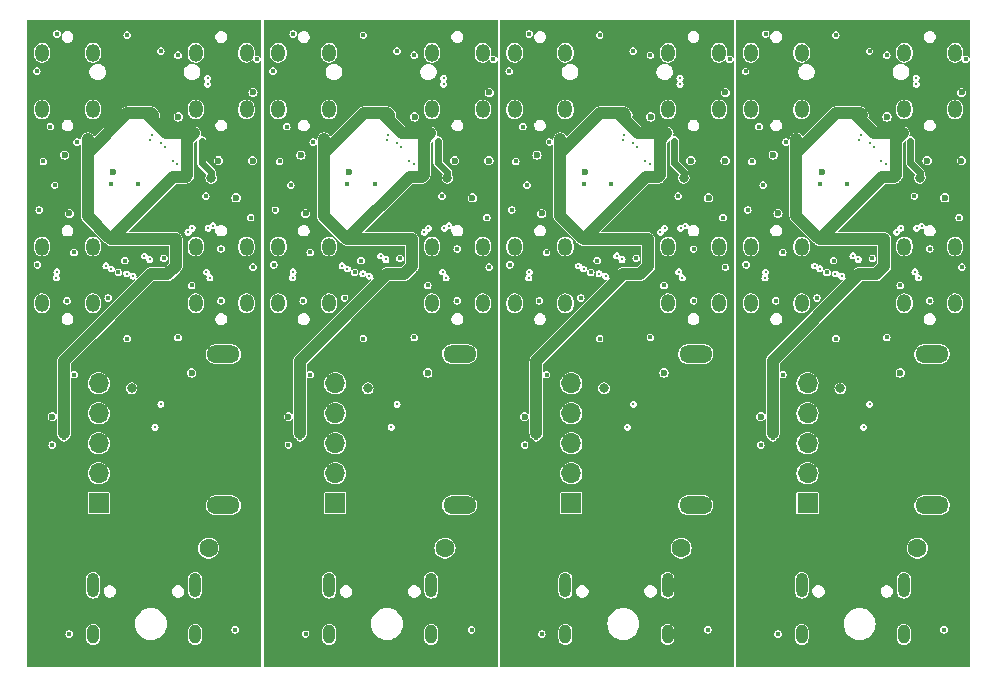
<source format=gbr>
%TF.GenerationSoftware,KiCad,Pcbnew,(6.0.7)*%
%TF.CreationDate,2023-08-28T04:04:33+08:00*%
%TF.ProjectId,USB_Hub_Panelization,5553425f-4875-4625-9f50-616e656c697a,rev?*%
%TF.SameCoordinates,Original*%
%TF.FileFunction,Copper,L3,Inr*%
%TF.FilePolarity,Positive*%
%FSLAX46Y46*%
G04 Gerber Fmt 4.6, Leading zero omitted, Abs format (unit mm)*
G04 Created by KiCad (PCBNEW (6.0.7)) date 2023-08-28 04:04:33*
%MOMM*%
%LPD*%
G01*
G04 APERTURE LIST*
%TA.AperFunction,ComponentPad*%
%ADD10O,1.700000X1.700000*%
%TD*%
%TA.AperFunction,ComponentPad*%
%ADD11R,1.700000X1.700000*%
%TD*%
%TA.AperFunction,ComponentPad*%
%ADD12O,1.200000X1.500000*%
%TD*%
%TA.AperFunction,ComponentPad*%
%ADD13O,2.800000X1.500000*%
%TD*%
%TA.AperFunction,ComponentPad*%
%ADD14O,1.000000X2.100000*%
%TD*%
%TA.AperFunction,ComponentPad*%
%ADD15O,1.000000X1.600000*%
%TD*%
%TA.AperFunction,ViaPad*%
%ADD16C,0.400000*%
%TD*%
%TA.AperFunction,ViaPad*%
%ADD17C,0.300000*%
%TD*%
%TA.AperFunction,ViaPad*%
%ADD18C,0.800000*%
%TD*%
%TA.AperFunction,ViaPad*%
%ADD19C,0.600000*%
%TD*%
%TA.AperFunction,ViaPad*%
%ADD20C,1.600000*%
%TD*%
%TA.AperFunction,Conductor*%
%ADD21C,1.000000*%
%TD*%
%TA.AperFunction,Conductor*%
%ADD22C,0.600000*%
%TD*%
G04 APERTURE END LIST*
D10*
%TO.N,+5V*%
%TO.C,J3*%
X145148788Y-91762124D03*
%TO.N,+3.3V*%
X145148788Y-94302124D03*
%TO.N,Net-(J3-Pad4)*%
X145148788Y-96842124D03*
%TO.N,Net-(J3-Pad3)*%
X145148788Y-99382124D03*
%TO.N,Net-(C6-Pad2)*%
X145148788Y-101922124D03*
D11*
%TO.N,GND*%
X145148788Y-104462124D03*
%TD*%
D12*
%TO.N,GND*%
%TO.C,P1*%
X144648788Y-71112124D03*
X140348788Y-66312124D03*
X144648788Y-66312124D03*
X140348788Y-71112124D03*
%TD*%
D13*
%TO.N,N/C*%
%TO.C,J2*%
X155689288Y-104612124D03*
%TO.N,GND*%
X155689288Y-91812124D03*
%TD*%
D12*
%TO.N,GND*%
%TO.C,P5*%
X153348788Y-66312124D03*
X157648788Y-71112124D03*
X153348788Y-71112124D03*
X157648788Y-66312124D03*
%TD*%
D14*
%TO.N,GND*%
%TO.C,P2*%
X153293788Y-111382124D03*
X144653788Y-111382124D03*
D15*
X153293788Y-115562124D03*
X144653788Y-115562124D03*
%TD*%
D12*
%TO.N,GND*%
%TO.C,P3*%
X144648788Y-87512124D03*
X140348788Y-87512124D03*
X140348788Y-82712124D03*
X144648788Y-82712124D03*
%TD*%
%TO.N,GND*%
%TO.C,P4*%
X157648788Y-87512124D03*
X157648788Y-82712124D03*
X153348788Y-87512124D03*
X153348788Y-82712124D03*
%TD*%
D10*
%TO.N,+5V*%
%TO.C,J3*%
X125148788Y-91762124D03*
%TO.N,+3.3V*%
X125148788Y-94302124D03*
%TO.N,Net-(J3-Pad4)*%
X125148788Y-96842124D03*
%TO.N,Net-(J3-Pad3)*%
X125148788Y-99382124D03*
%TO.N,Net-(C6-Pad2)*%
X125148788Y-101922124D03*
D11*
%TO.N,GND*%
X125148788Y-104462124D03*
%TD*%
D12*
%TO.N,GND*%
%TO.C,P1*%
X124648788Y-71112124D03*
X120348788Y-66312124D03*
X124648788Y-66312124D03*
X120348788Y-71112124D03*
%TD*%
%TO.N,GND*%
%TO.C,P3*%
X124648788Y-87512124D03*
X120348788Y-87512124D03*
X120348788Y-82712124D03*
X124648788Y-82712124D03*
%TD*%
%TO.N,GND*%
%TO.C,P4*%
X137648788Y-87512124D03*
X137648788Y-82712124D03*
X133348788Y-87512124D03*
X133348788Y-82712124D03*
%TD*%
%TO.N,GND*%
%TO.C,P5*%
X133348788Y-66312124D03*
X137648788Y-71112124D03*
X133348788Y-71112124D03*
X137648788Y-66312124D03*
%TD*%
D14*
%TO.N,GND*%
%TO.C,P2*%
X133293788Y-111382124D03*
X124653788Y-111382124D03*
D15*
X133293788Y-115562124D03*
X124653788Y-115562124D03*
%TD*%
D13*
%TO.N,N/C*%
%TO.C,J2*%
X135689288Y-104612124D03*
%TO.N,GND*%
X135689288Y-91812124D03*
%TD*%
D14*
%TO.N,GND*%
%TO.C,P2*%
X113293788Y-111382124D03*
X104653788Y-111382124D03*
D15*
X113293788Y-115562124D03*
X104653788Y-115562124D03*
%TD*%
D12*
%TO.N,GND*%
%TO.C,P1*%
X104648788Y-71112124D03*
X100348788Y-66312124D03*
X104648788Y-66312124D03*
X100348788Y-71112124D03*
%TD*%
D13*
%TO.N,N/C*%
%TO.C,J2*%
X115689288Y-104612124D03*
%TO.N,GND*%
X115689288Y-91812124D03*
%TD*%
D12*
%TO.N,GND*%
%TO.C,P5*%
X113348788Y-66312124D03*
X117648788Y-71112124D03*
X113348788Y-71112124D03*
X117648788Y-66312124D03*
%TD*%
%TO.N,GND*%
%TO.C,P3*%
X104648788Y-87512124D03*
X100348788Y-87512124D03*
X100348788Y-82712124D03*
X104648788Y-82712124D03*
%TD*%
D10*
%TO.N,+5V*%
%TO.C,J3*%
X105148788Y-91762124D03*
%TO.N,+3.3V*%
X105148788Y-94302124D03*
%TO.N,Net-(J3-Pad4)*%
X105148788Y-96842124D03*
%TO.N,Net-(J3-Pad3)*%
X105148788Y-99382124D03*
%TO.N,Net-(C6-Pad2)*%
X105148788Y-101922124D03*
D11*
%TO.N,GND*%
X105148788Y-104462124D03*
%TD*%
D12*
%TO.N,GND*%
%TO.C,P4*%
X117648788Y-87512124D03*
X117648788Y-82712124D03*
X113348788Y-87512124D03*
X113348788Y-82712124D03*
%TD*%
%TO.N,GND*%
%TO.C,P5*%
X93348788Y-66312124D03*
X97648788Y-71112124D03*
X93348788Y-71112124D03*
X97648788Y-66312124D03*
%TD*%
D13*
%TO.N,N/C*%
%TO.C,J2*%
X95689288Y-104612124D03*
%TO.N,GND*%
X95689288Y-91812124D03*
%TD*%
D12*
%TO.N,GND*%
%TO.C,P4*%
X97648788Y-87512124D03*
X97648788Y-82712124D03*
X93348788Y-87512124D03*
X93348788Y-82712124D03*
%TD*%
%TO.N,GND*%
%TO.C,P3*%
X84648788Y-87512124D03*
X80348788Y-87512124D03*
X80348788Y-82712124D03*
X84648788Y-82712124D03*
%TD*%
%TO.N,GND*%
%TO.C,P1*%
X84648788Y-71112124D03*
X80348788Y-66312124D03*
X84648788Y-66312124D03*
X80348788Y-71112124D03*
%TD*%
D10*
%TO.N,+5V*%
%TO.C,J3*%
X85148788Y-91762124D03*
%TO.N,+3.3V*%
X85148788Y-94302124D03*
%TO.N,Net-(J3-Pad4)*%
X85148788Y-96842124D03*
%TO.N,Net-(J3-Pad3)*%
X85148788Y-99382124D03*
%TO.N,Net-(C6-Pad2)*%
X85148788Y-101922124D03*
D11*
%TO.N,GND*%
X85148788Y-104462124D03*
%TD*%
D14*
%TO.N,GND*%
%TO.C,P2*%
X93293788Y-111382124D03*
X84653788Y-111382124D03*
D15*
X93293788Y-115562124D03*
X84653788Y-115562124D03*
%TD*%
D16*
%TO.N,Net-(D2-Pad2)*%
X158198788Y-84462124D03*
D17*
%TO.N,/OUT6_D-*%
X149504559Y-73703332D03*
D16*
%TO.N,Net-(P3-PadA5)*%
X142448788Y-87312124D03*
D17*
%TO.N,/OUT1_D+*%
X154801988Y-80962158D03*
%TO.N,/IN_D+*%
X151398788Y-75462124D03*
D16*
%TO.N,/DRV*%
X147548788Y-90512124D03*
D18*
%TO.N,+1V8*%
X154662392Y-76889064D03*
D17*
%TO.N,/OUT2_D-*%
X148998788Y-83512124D03*
D16*
%TO.N,Net-(P1-PadA5)*%
X141598788Y-64712124D03*
%TO.N,/LED1*%
X157998788Y-80262124D03*
D17*
%TO.N,/OUT2_D+*%
X149448788Y-83812124D03*
X153048788Y-81162124D03*
D16*
%TO.N,/DRV*%
X140098788Y-79612124D03*
D17*
%TO.N,/OUT5_D-*%
X150748788Y-74312124D03*
%TO.N,/OUT2_D-*%
X147498788Y-85012124D03*
X152698788Y-81512124D03*
%TO.N,/OUT5_D+*%
X150398788Y-96062124D03*
%TO.N,/OUT1_D+*%
X154548788Y-85362124D03*
%TO.N,/OUT6_D+*%
X149648788Y-73262124D03*
D16*
%TO.N,Net-(D7-Pad2)*%
X150398788Y-66162124D03*
%TO.N,Net-(D8-Pad2)*%
X139898788Y-67862124D03*
%TO.N,Net-(D5-Pad2)*%
X139948788Y-84262124D03*
%TO.N,/LED1*%
X146198788Y-77412124D03*
%TO.N,/LED5*%
X151848788Y-90412124D03*
D19*
%TO.N,/LED6*%
X146348788Y-76362124D03*
D16*
%TO.N,Net-(P4-PadA5)*%
X155498788Y-87312124D03*
%TO.N,Net-(D7-Pad2)*%
X158548788Y-66862124D03*
D17*
%TO.N,/OUT4_D+*%
X146198788Y-84612124D03*
%TO.N,/OUT6_D+*%
X154348788Y-68962124D03*
%TO.N,/OUT2_D+*%
X148048788Y-85212124D03*
%TO.N,/OUT4_D-*%
X145748788Y-84362124D03*
D19*
%TO.N,/DRV*%
X152998788Y-93412124D03*
D17*
%TO.N,/OUT1_D-*%
X154398788Y-81162124D03*
D16*
%TO.N,/LED7*%
X141048788Y-72562124D03*
%TO.N,/DRV*%
X147548788Y-64812124D03*
D19*
%TO.N,/VBUSM*%
X142248788Y-74962124D03*
D16*
%TO.N,/LED5*%
X141398788Y-77512124D03*
D17*
%TO.N,/IN_D-*%
X151798788Y-75712124D03*
D16*
%TO.N,Net-(J3-Pad4)*%
X141198788Y-99512124D03*
%TO.N,+1V8*%
X153862392Y-73748520D03*
D19*
%TO.N,+5V*%
X150448788Y-87912124D03*
D16*
X142498788Y-85112124D03*
D19*
%TO.N,GND*%
X141198788Y-97112124D03*
D16*
X156698788Y-115162124D03*
X145948788Y-87062124D03*
X148498788Y-77412124D03*
D19*
%TO.N,+1V8*%
X142648788Y-79912124D03*
D16*
%TO.N,GND*%
X140448788Y-75512124D03*
D17*
%TO.N,/OUT4_D+*%
X141548788Y-85362124D03*
D16*
%TO.N,GND*%
X147348788Y-83912124D03*
%TO.N,+5V*%
X143348788Y-70062124D03*
D17*
%TO.N,/OUT5_D+*%
X150398788Y-73912124D03*
D16*
%TO.N,+5V*%
X141298788Y-67462124D03*
%TO.N,GND*%
X142648788Y-115512124D03*
D19*
X158169917Y-75440995D03*
D16*
%TO.N,+5V*%
X142048788Y-70012124D03*
D19*
X139798788Y-64662124D03*
D16*
%TO.N,/LED7*%
X143298788Y-73862124D03*
D20*
%TO.N,GND*%
X154448788Y-108262124D03*
D16*
X154198788Y-78437124D03*
D18*
%TO.N,+5V*%
X141648788Y-111362124D03*
D16*
%TO.N,GND*%
X150648788Y-83712124D03*
%TO.N,Net-(P3-PadB5)*%
X143048788Y-83212124D03*
D17*
%TO.N,/OUT1_D-*%
X154248788Y-84862124D03*
D19*
%TO.N,GND*%
X151873788Y-71737124D03*
D16*
X152998788Y-86012124D03*
%TO.N,/DRV*%
X143048788Y-93562124D03*
%TO.N,GND*%
X146798788Y-84912124D03*
D19*
%TO.N,+5V*%
X140448788Y-98912124D03*
%TO.N,+3.3V*%
X144262392Y-73598520D03*
D17*
%TO.N,/OUT4_D-*%
X141598788Y-84862124D03*
D19*
%TO.N,+3.3V*%
X149698788Y-71512124D03*
%TO.N,GND*%
X156773788Y-78587124D03*
D18*
%TO.N,+5V*%
X141648788Y-112312124D03*
D16*
%TO.N,+3.3V*%
X142198788Y-98912124D03*
%TO.N,+5V*%
X143348788Y-67362124D03*
%TO.N,+3.3V*%
X151648788Y-82112124D03*
D19*
X153312392Y-73248520D03*
D18*
%TO.N,GND*%
X147923288Y-94712124D03*
D16*
%TO.N,+5V*%
X141348788Y-70012124D03*
D17*
%TO.N,/OUT5_D-*%
X149898788Y-98012124D03*
D16*
%TO.N,GND*%
X151848788Y-66512124D03*
D17*
%TO.N,/OUT6_D-*%
X154348788Y-68462124D03*
D16*
%TO.N,+5V*%
X155498788Y-85112124D03*
%TO.N,Net-(P4-PadB5)*%
X155498788Y-82912124D03*
D19*
%TO.N,GND*%
X155274978Y-75435934D03*
D16*
%TO.N,+3.3V*%
X152489778Y-76803114D03*
D19*
X145963631Y-81870099D03*
%TO.N,/LED6*%
X158198788Y-69662124D03*
D16*
%TO.N,Net-(D2-Pad2)*%
X138198788Y-84462124D03*
%TO.N,/LED7*%
X123298788Y-73862124D03*
D17*
%TO.N,/OUT4_D+*%
X121548788Y-85362124D03*
D16*
%TO.N,Net-(P3-PadA5)*%
X122448788Y-87312124D03*
%TO.N,/LED1*%
X137998788Y-80262124D03*
%TO.N,Net-(J3-Pad4)*%
X121198788Y-99512124D03*
D17*
%TO.N,/OUT2_D-*%
X127498788Y-85012124D03*
%TO.N,/OUT6_D-*%
X129504559Y-73703332D03*
D16*
%TO.N,/DRV*%
X123048788Y-93562124D03*
D17*
%TO.N,/IN_D+*%
X131398788Y-75462124D03*
D19*
%TO.N,/VBUSM*%
X122248788Y-74962124D03*
D17*
%TO.N,/OUT2_D-*%
X132698788Y-81512124D03*
D16*
%TO.N,/DRV*%
X127548788Y-90512124D03*
D18*
%TO.N,+1V8*%
X134662392Y-76889064D03*
D17*
%TO.N,/OUT2_D+*%
X129448788Y-83812124D03*
D16*
%TO.N,Net-(D7-Pad2)*%
X130398788Y-66162124D03*
D17*
%TO.N,/OUT5_D-*%
X129898788Y-98012124D03*
%TO.N,/OUT5_D+*%
X130398788Y-96062124D03*
%TO.N,/OUT1_D+*%
X134548788Y-85362124D03*
X134801988Y-80962158D03*
%TO.N,/OUT6_D+*%
X129648788Y-73262124D03*
D16*
%TO.N,Net-(D5-Pad2)*%
X119948788Y-84262124D03*
%TO.N,/LED1*%
X126198788Y-77412124D03*
D17*
%TO.N,/OUT2_D+*%
X133048788Y-81162124D03*
D16*
%TO.N,/DRV*%
X120098788Y-79612124D03*
%TO.N,Net-(P4-PadA5)*%
X135498788Y-87312124D03*
D17*
%TO.N,/IN_D-*%
X131798788Y-75712124D03*
%TO.N,/OUT6_D+*%
X134348788Y-68962124D03*
D19*
%TO.N,/LED6*%
X138198788Y-69662124D03*
D17*
%TO.N,/OUT2_D+*%
X128048788Y-85212124D03*
%TO.N,/OUT4_D-*%
X121598788Y-84862124D03*
D19*
%TO.N,/LED6*%
X126348788Y-76362124D03*
%TO.N,/DRV*%
X132998788Y-93412124D03*
D17*
%TO.N,/OUT5_D-*%
X130748788Y-74312124D03*
%TO.N,/OUT1_D-*%
X134398788Y-81162124D03*
D16*
%TO.N,/LED7*%
X121048788Y-72562124D03*
%TO.N,/DRV*%
X127548788Y-64812124D03*
%TO.N,/LED5*%
X121398788Y-77512124D03*
%TO.N,Net-(D7-Pad2)*%
X138548788Y-66862124D03*
%TO.N,+1V8*%
X133862392Y-73748520D03*
D19*
%TO.N,+5V*%
X130448788Y-87912124D03*
D16*
X122498788Y-85112124D03*
%TO.N,Net-(P1-PadA5)*%
X121598788Y-64712124D03*
%TO.N,Net-(D8-Pad2)*%
X119898788Y-67862124D03*
D19*
%TO.N,GND*%
X121198788Y-97112124D03*
D16*
X136698788Y-115162124D03*
X125948788Y-87062124D03*
X128498788Y-77412124D03*
D19*
%TO.N,+1V8*%
X122648788Y-79912124D03*
D16*
%TO.N,/LED5*%
X131848788Y-90412124D03*
%TO.N,GND*%
X120448788Y-75512124D03*
X127348788Y-83912124D03*
%TO.N,+5V*%
X123348788Y-70062124D03*
D17*
%TO.N,/OUT5_D+*%
X130398788Y-73912124D03*
D16*
%TO.N,GND*%
X122648788Y-115512124D03*
D19*
X135274978Y-75435934D03*
D17*
%TO.N,/OUT4_D-*%
X125748788Y-84362124D03*
%TO.N,/OUT4_D+*%
X126198788Y-84612124D03*
%TO.N,/OUT2_D-*%
X128998788Y-83512124D03*
D18*
%TO.N,+5V*%
X121648788Y-111362124D03*
D19*
%TO.N,GND*%
X138169917Y-75440995D03*
D16*
%TO.N,+5V*%
X122048788Y-70012124D03*
D19*
X119798788Y-64662124D03*
D20*
%TO.N,GND*%
X134448788Y-108262124D03*
D16*
X132998788Y-86012124D03*
%TO.N,+5V*%
X121298788Y-67462124D03*
%TO.N,GND*%
X134198788Y-78437124D03*
X130648788Y-83712124D03*
D17*
%TO.N,/OUT1_D-*%
X134248788Y-84862124D03*
D19*
%TO.N,GND*%
X131873788Y-71737124D03*
D16*
X126798788Y-84912124D03*
D18*
X127923288Y-94712124D03*
D19*
%TO.N,+5V*%
X120448788Y-98912124D03*
%TO.N,+3.3V*%
X124262392Y-73598520D03*
X129698788Y-71512124D03*
%TO.N,GND*%
X136773788Y-78587124D03*
D18*
%TO.N,+5V*%
X121648788Y-112312124D03*
D16*
%TO.N,Net-(P3-PadB5)*%
X123048788Y-83212124D03*
%TO.N,+3.3V*%
X122198788Y-98912124D03*
%TO.N,+5V*%
X123348788Y-67362124D03*
%TO.N,+3.3V*%
X131648788Y-82112124D03*
D19*
X133312392Y-73248520D03*
D16*
%TO.N,+5V*%
X121348788Y-70012124D03*
%TO.N,+3.3V*%
X132489778Y-76803114D03*
%TO.N,GND*%
X131848788Y-66512124D03*
D17*
%TO.N,/OUT6_D-*%
X134348788Y-68462124D03*
D16*
%TO.N,+5V*%
X135498788Y-85112124D03*
%TO.N,Net-(P4-PadB5)*%
X135498788Y-82912124D03*
D19*
%TO.N,+3.3V*%
X125963631Y-81870099D03*
D16*
%TO.N,Net-(D2-Pad2)*%
X118198788Y-84462124D03*
%TO.N,/LED7*%
X103298788Y-73862124D03*
%TO.N,Net-(D7-Pad2)*%
X118548788Y-66862124D03*
D17*
%TO.N,/OUT4_D+*%
X101548788Y-85362124D03*
D19*
%TO.N,/LED6*%
X106348788Y-76362124D03*
D17*
%TO.N,/OUT5_D-*%
X110748788Y-74312124D03*
%TO.N,/OUT2_D+*%
X113048788Y-81162124D03*
D16*
%TO.N,Net-(J3-Pad4)*%
X101198788Y-99512124D03*
D17*
%TO.N,/OUT1_D+*%
X114801988Y-80962158D03*
%TO.N,/OUT4_D-*%
X101598788Y-84862124D03*
%TO.N,/OUT2_D-*%
X108998788Y-83512124D03*
X107498788Y-85012124D03*
D16*
%TO.N,/DRV*%
X103048788Y-93562124D03*
%TO.N,Net-(D7-Pad2)*%
X110398788Y-66162124D03*
D19*
%TO.N,/VBUSM*%
X102248788Y-74962124D03*
D16*
%TO.N,Net-(P1-PadA5)*%
X101598788Y-64712124D03*
D17*
%TO.N,/OUT2_D+*%
X109448788Y-83812124D03*
D16*
%TO.N,/DRV*%
X100098788Y-79612124D03*
D17*
%TO.N,/OUT2_D-*%
X112698788Y-81512124D03*
%TO.N,/OUT5_D-*%
X109898788Y-98012124D03*
%TO.N,/OUT6_D-*%
X109504559Y-73703332D03*
D16*
%TO.N,Net-(D5-Pad2)*%
X99948788Y-84262124D03*
%TO.N,/LED5*%
X111848788Y-90412124D03*
D19*
%TO.N,/LED6*%
X118198788Y-69662124D03*
D17*
%TO.N,/OUT6_D+*%
X109648788Y-73262124D03*
D16*
%TO.N,Net-(P4-PadA5)*%
X115498788Y-87312124D03*
D18*
%TO.N,+1V8*%
X114662392Y-76889064D03*
D16*
%TO.N,/LED1*%
X106198788Y-77412124D03*
D17*
%TO.N,/OUT4_D+*%
X106198788Y-84612124D03*
%TO.N,/OUT2_D+*%
X108048788Y-85212124D03*
D16*
%TO.N,Net-(D8-Pad2)*%
X99898788Y-67862124D03*
D17*
%TO.N,/OUT1_D-*%
X114398788Y-81162124D03*
D16*
%TO.N,/LED7*%
X101048788Y-72562124D03*
%TO.N,/DRV*%
X107548788Y-64812124D03*
D17*
%TO.N,/OUT5_D+*%
X110398788Y-96062124D03*
D16*
%TO.N,/LED5*%
X101398788Y-77512124D03*
D17*
%TO.N,/OUT4_D-*%
X105748788Y-84362124D03*
%TO.N,/OUT6_D+*%
X114348788Y-68962124D03*
D16*
%TO.N,/LED1*%
X117998788Y-80262124D03*
D17*
%TO.N,/OUT1_D+*%
X114548788Y-85362124D03*
D16*
%TO.N,/DRV*%
X107548788Y-90512124D03*
%TO.N,+1V8*%
X113862392Y-73748520D03*
D17*
%TO.N,/IN_D+*%
X111398788Y-75462124D03*
D19*
%TO.N,+5V*%
X110448788Y-87912124D03*
D16*
X102498788Y-85112124D03*
D19*
%TO.N,GND*%
X101198788Y-97112124D03*
D16*
X116698788Y-115162124D03*
X105948788Y-87062124D03*
X108498788Y-77412124D03*
D19*
%TO.N,+1V8*%
X102648788Y-79912124D03*
D16*
%TO.N,GND*%
X107348788Y-83912124D03*
%TO.N,+5V*%
X103348788Y-70062124D03*
D17*
%TO.N,/OUT5_D+*%
X110398788Y-73912124D03*
D16*
%TO.N,GND*%
X102648788Y-115512124D03*
%TO.N,+5V*%
X101298788Y-67462124D03*
D19*
%TO.N,GND*%
X115274978Y-75435934D03*
D18*
%TO.N,+5V*%
X101648788Y-111362124D03*
D19*
%TO.N,GND*%
X118169917Y-75440995D03*
D16*
%TO.N,+5V*%
X102048788Y-70012124D03*
D20*
%TO.N,GND*%
X114448788Y-108262124D03*
D16*
X112998788Y-86012124D03*
D19*
%TO.N,+5V*%
X99798788Y-64662124D03*
D16*
%TO.N,GND*%
X114198788Y-78437124D03*
D17*
%TO.N,/IN_D-*%
X111798788Y-75712124D03*
D16*
%TO.N,Net-(P3-PadB5)*%
X103048788Y-83212124D03*
D17*
%TO.N,/OUT1_D-*%
X114248788Y-84862124D03*
D19*
%TO.N,GND*%
X111873788Y-71737124D03*
D16*
X106798788Y-84912124D03*
D18*
X107923288Y-94712124D03*
D19*
%TO.N,+5V*%
X100448788Y-98912124D03*
%TO.N,+3.3V*%
X104262392Y-73598520D03*
X109698788Y-71512124D03*
%TO.N,GND*%
X116773788Y-78587124D03*
D18*
%TO.N,+5V*%
X101648788Y-112312124D03*
D16*
%TO.N,+3.3V*%
X102198788Y-98912124D03*
%TO.N,+5V*%
X103348788Y-67362124D03*
%TO.N,+3.3V*%
X111648788Y-82112124D03*
D19*
X113312392Y-73248520D03*
D16*
%TO.N,+5V*%
X101348788Y-70012124D03*
%TO.N,Net-(P3-PadA5)*%
X102448788Y-87312124D03*
%TO.N,+3.3V*%
X112489778Y-76803114D03*
%TO.N,GND*%
X110648788Y-83712124D03*
D19*
%TO.N,/DRV*%
X112998788Y-93412124D03*
D16*
%TO.N,GND*%
X111848788Y-66512124D03*
D17*
%TO.N,/OUT6_D-*%
X114348788Y-68462124D03*
D16*
%TO.N,+5V*%
X115498788Y-85112124D03*
%TO.N,Net-(P4-PadB5)*%
X115498788Y-82912124D03*
%TO.N,GND*%
X100448788Y-75512124D03*
D19*
%TO.N,+3.3V*%
X105963631Y-81870099D03*
D16*
%TO.N,+5V*%
X83348788Y-67362124D03*
D19*
X90448788Y-87912124D03*
D16*
X95498788Y-85112124D03*
D19*
X80448788Y-98912124D03*
X79798788Y-64662124D03*
D16*
X82498788Y-85112124D03*
D18*
X81648788Y-111362124D03*
X81648788Y-112312124D03*
D16*
X81298788Y-67462124D03*
X81348788Y-70012124D03*
X83348788Y-70062124D03*
X82048788Y-70012124D03*
%TO.N,GND*%
X87348788Y-83912124D03*
X92998788Y-86012124D03*
X94198788Y-78437124D03*
D20*
X94448788Y-108262124D03*
D18*
X87923288Y-94712124D03*
D19*
X95274978Y-75435934D03*
D16*
X82648788Y-115512124D03*
X85948788Y-87062124D03*
D19*
X96773788Y-78587124D03*
D16*
X86798788Y-84912124D03*
X80448788Y-75512124D03*
X88498788Y-77412124D03*
D19*
X91873788Y-71737124D03*
D16*
X91848788Y-66512124D03*
X96698788Y-115162124D03*
D19*
X98169917Y-75440995D03*
X81198788Y-97112124D03*
D16*
X90648788Y-83712124D03*
%TO.N,Net-(P3-PadB5)*%
X83048788Y-83212124D03*
%TO.N,Net-(P4-PadB5)*%
X95498788Y-82912124D03*
%TO.N,+3.3V*%
X92489778Y-76803114D03*
D19*
X93312392Y-73248520D03*
D16*
X82198788Y-98912124D03*
D19*
X84262392Y-73598520D03*
D16*
X91648788Y-82112124D03*
D19*
X89698788Y-71512124D03*
X85963631Y-81870099D03*
D16*
%TO.N,+1V8*%
X93862392Y-73748520D03*
D19*
X82648788Y-79912124D03*
D18*
X94662392Y-76889064D03*
D19*
%TO.N,/VBUSM*%
X82248788Y-74962124D03*
D16*
%TO.N,/LED1*%
X97998788Y-80262124D03*
X86198788Y-77412124D03*
%TO.N,Net-(D2-Pad2)*%
X98198788Y-84462124D03*
%TO.N,Net-(D5-Pad2)*%
X79948788Y-84262124D03*
%TO.N,/LED5*%
X91848788Y-90412124D03*
X81398788Y-77512124D03*
D19*
%TO.N,/LED6*%
X98198788Y-69662124D03*
X86348788Y-76362124D03*
D16*
%TO.N,Net-(D7-Pad2)*%
X90398788Y-66162124D03*
X98548788Y-66862124D03*
%TO.N,/LED7*%
X83298788Y-73862124D03*
X81048788Y-72562124D03*
%TO.N,Net-(D8-Pad2)*%
X79898788Y-67862124D03*
D17*
%TO.N,/OUT4_D-*%
X85748788Y-84362124D03*
X81598788Y-84862124D03*
%TO.N,/OUT4_D+*%
X86198788Y-84612124D03*
X81548788Y-85362124D03*
%TO.N,/OUT5_D-*%
X89898788Y-98012124D03*
X90748788Y-74312124D03*
%TO.N,/OUT5_D+*%
X90398788Y-73912124D03*
X90398788Y-96062124D03*
D16*
%TO.N,Net-(P1-PadA5)*%
X81598788Y-64712124D03*
D17*
%TO.N,/OUT1_D+*%
X94548788Y-85362124D03*
X94801988Y-80962158D03*
%TO.N,/OUT1_D-*%
X94248788Y-84862124D03*
X94398788Y-81162124D03*
%TO.N,/IN_D+*%
X91398788Y-75462124D03*
%TO.N,/IN_D-*%
X91798788Y-75712124D03*
D16*
%TO.N,Net-(P3-PadA5)*%
X82448788Y-87312124D03*
D17*
%TO.N,/OUT2_D+*%
X89448788Y-83812124D03*
X88048788Y-85212124D03*
X93048788Y-81162124D03*
%TO.N,/OUT2_D-*%
X87498788Y-85012124D03*
X92698788Y-81512124D03*
X88998788Y-83512124D03*
D16*
%TO.N,Net-(P4-PadA5)*%
X95498788Y-87312124D03*
%TO.N,/DRV*%
X80098788Y-79612124D03*
D19*
X92998788Y-93412124D03*
D16*
X83048788Y-93562124D03*
X87548788Y-64812124D03*
X87548788Y-90512124D03*
D17*
%TO.N,/OUT6_D+*%
X89648788Y-73262124D03*
X94348788Y-68962124D03*
%TO.N,/OUT6_D-*%
X94348788Y-68462124D03*
X89504559Y-73703332D03*
D16*
%TO.N,Net-(J3-Pad4)*%
X81198788Y-99512124D03*
%TD*%
D21*
%TO.N,+3.3V*%
X144198788Y-80105256D02*
X144198788Y-74812124D01*
X152489778Y-76803114D02*
X152648788Y-76644104D01*
X144198788Y-74812124D02*
X147562392Y-71448520D01*
D22*
%TO.N,+1V8*%
X153862392Y-75625728D02*
X153862392Y-73748520D01*
D21*
%TO.N,+3.3V*%
X150808067Y-73144195D02*
X149112392Y-71448520D01*
X151648788Y-84362124D02*
X150948788Y-85062124D01*
X146006763Y-81870099D02*
X146198788Y-82062124D01*
X145963631Y-81870099D02*
X146006763Y-81870099D01*
X149528787Y-85062124D02*
X142198788Y-92392123D01*
X152648788Y-76644104D02*
X152648788Y-73703474D01*
X153208067Y-73144195D02*
X150808067Y-73144195D01*
D22*
%TO.N,+1V8*%
X154662392Y-76889064D02*
X154662392Y-76425728D01*
D21*
%TO.N,+3.3V*%
X145963631Y-81870099D02*
X144198788Y-80105256D01*
X152648788Y-73703474D02*
X153208067Y-73144195D01*
X151648788Y-82112124D02*
X151648788Y-84362124D01*
X147562392Y-71448520D02*
X149112392Y-71448520D01*
X144198788Y-73662124D02*
X144198788Y-74812124D01*
X150948788Y-85062124D02*
X149528787Y-85062124D01*
X144212392Y-73648520D02*
X144198788Y-73662124D01*
X149112392Y-71448520D02*
X149585184Y-71448520D01*
X149585184Y-71448520D02*
X149735184Y-71598520D01*
D22*
%TO.N,+1V8*%
X154662392Y-76425728D02*
X153862392Y-75625728D01*
D21*
%TO.N,+3.3V*%
X142198788Y-92392123D02*
X142198788Y-98512124D01*
X151648788Y-82112124D02*
X151598788Y-82062124D01*
X146198788Y-82062124D02*
X151457798Y-76803114D01*
X151598788Y-82062124D02*
X146198788Y-82062124D01*
X151457798Y-76803114D02*
X152489778Y-76803114D01*
X132489778Y-76803114D02*
X132648788Y-76644104D01*
X131457798Y-76803114D02*
X132489778Y-76803114D01*
X131598788Y-82062124D02*
X126198788Y-82062124D01*
X130808067Y-73144195D02*
X129112392Y-71448520D01*
D22*
%TO.N,+1V8*%
X134662392Y-76425728D02*
X133862392Y-75625728D01*
D21*
%TO.N,+3.3V*%
X126006763Y-81870099D02*
X126198788Y-82062124D01*
X133208067Y-73144195D02*
X130808067Y-73144195D01*
X124212392Y-73648520D02*
X124198788Y-73662124D01*
X124198788Y-80105256D02*
X124198788Y-74812124D01*
X125963631Y-81870099D02*
X124198788Y-80105256D01*
X132648788Y-73703474D02*
X133208067Y-73144195D01*
X131648788Y-82112124D02*
X131648788Y-84362124D01*
X127562392Y-71448520D02*
X129112392Y-71448520D01*
X125963631Y-81870099D02*
X126006763Y-81870099D01*
X132648788Y-76644104D02*
X132648788Y-73703474D01*
X129585184Y-71448520D02*
X129735184Y-71598520D01*
X124198788Y-73662124D02*
X124198788Y-74812124D01*
X124198788Y-74812124D02*
X127562392Y-71448520D01*
X129112392Y-71448520D02*
X129585184Y-71448520D01*
X131648788Y-84362124D02*
X130948788Y-85062124D01*
X130948788Y-85062124D02*
X129528787Y-85062124D01*
D22*
%TO.N,+1V8*%
X134662392Y-76889064D02*
X134662392Y-76425728D01*
X133862392Y-75625728D02*
X133862392Y-73748520D01*
D21*
%TO.N,+3.3V*%
X122198788Y-92392123D02*
X122198788Y-98512124D01*
X129528787Y-85062124D02*
X122198788Y-92392123D01*
X131648788Y-82112124D02*
X131598788Y-82062124D01*
X126198788Y-82062124D02*
X131457798Y-76803114D01*
X104198788Y-80105256D02*
X104198788Y-74812124D01*
X104198788Y-74812124D02*
X107562392Y-71448520D01*
X111457798Y-76803114D02*
X112489778Y-76803114D01*
X110808067Y-73144195D02*
X109112392Y-71448520D01*
X111648788Y-84362124D02*
X110948788Y-85062124D01*
D22*
%TO.N,+1V8*%
X114662392Y-76425728D02*
X113862392Y-75625728D01*
D21*
%TO.N,+3.3V*%
X105963631Y-81870099D02*
X106006763Y-81870099D01*
X109528787Y-85062124D02*
X102198788Y-92392123D01*
X112648788Y-76644104D02*
X112648788Y-73703474D01*
X113208067Y-73144195D02*
X110808067Y-73144195D01*
X104212392Y-73648520D02*
X104198788Y-73662124D01*
D22*
%TO.N,+1V8*%
X113862392Y-75625728D02*
X113862392Y-73748520D01*
X114662392Y-76889064D02*
X114662392Y-76425728D01*
D21*
%TO.N,+3.3V*%
X109585184Y-71448520D02*
X109735184Y-71598520D01*
X105963631Y-81870099D02*
X104198788Y-80105256D01*
X111648788Y-82112124D02*
X111648788Y-84362124D01*
X107562392Y-71448520D02*
X109112392Y-71448520D01*
X104198788Y-73662124D02*
X104198788Y-74812124D01*
X110948788Y-85062124D02*
X109528787Y-85062124D01*
X111598788Y-82062124D02*
X106198788Y-82062124D01*
X112489778Y-76803114D02*
X112648788Y-76644104D01*
X109112392Y-71448520D02*
X109585184Y-71448520D01*
X102198788Y-92392123D02*
X102198788Y-98512124D01*
X106006763Y-81870099D02*
X106198788Y-82062124D01*
X111648788Y-82112124D02*
X111598788Y-82062124D01*
X112648788Y-73703474D02*
X113208067Y-73144195D01*
X106198788Y-82062124D02*
X111457798Y-76803114D01*
X89585184Y-71448520D02*
X89735184Y-71598520D01*
X91457798Y-76803114D02*
X92489778Y-76803114D01*
X91648788Y-82112124D02*
X91598788Y-82062124D01*
X84198788Y-73662124D02*
X84198788Y-74812124D01*
X86198788Y-82062124D02*
X91457798Y-76803114D01*
X84212392Y-73648520D02*
X84198788Y-73662124D01*
X92648788Y-76644104D02*
X92648788Y-73703474D01*
X93208067Y-73144195D02*
X90808067Y-73144195D01*
X85963631Y-81870099D02*
X84198788Y-80105256D01*
X91648788Y-82112124D02*
X91648788Y-84362124D01*
X90948788Y-85062124D02*
X89528787Y-85062124D01*
X89528787Y-85062124D02*
X82198788Y-92392123D01*
X90808067Y-73144195D02*
X89112392Y-71448520D01*
X84198788Y-74812124D02*
X87562392Y-71448520D01*
X82198788Y-92392123D02*
X82198788Y-98512124D01*
X85963631Y-81870099D02*
X86006763Y-81870099D01*
X87562392Y-71448520D02*
X89112392Y-71448520D01*
X86006763Y-81870099D02*
X86198788Y-82062124D01*
X92648788Y-73703474D02*
X93208067Y-73144195D01*
X91648788Y-84362124D02*
X90948788Y-85062124D01*
X89112392Y-71448520D02*
X89585184Y-71448520D01*
X91598788Y-82062124D02*
X86198788Y-82062124D01*
X92489778Y-76803114D02*
X92648788Y-76644104D01*
X84198788Y-80105256D02*
X84198788Y-74812124D01*
D22*
%TO.N,+1V8*%
X94662392Y-76425728D02*
X93862392Y-75625728D01*
X93862392Y-75625728D02*
X93862392Y-73748520D01*
X94662392Y-76889064D02*
X94662392Y-76425728D01*
%TD*%
%TA.AperFunction,Conductor*%
%TO.N,+5V*%
G36*
X98895401Y-63515511D02*
G01*
X98908288Y-63546624D01*
X98908288Y-66679587D01*
X98895401Y-66710700D01*
X98864288Y-66723587D01*
X98833175Y-66710700D01*
X98826183Y-66701587D01*
X98800019Y-66656269D01*
X98798093Y-66652933D01*
X98711510Y-66580281D01*
X98707892Y-66578964D01*
X98707890Y-66578963D01*
X98608919Y-66542941D01*
X98608920Y-66542941D01*
X98605301Y-66541624D01*
X98492275Y-66541624D01*
X98395026Y-66577020D01*
X98361382Y-66575552D01*
X98338631Y-66550723D01*
X98336353Y-66529931D01*
X98339101Y-66509060D01*
X98339101Y-66509053D01*
X98339288Y-66507636D01*
X98339288Y-66120219D01*
X98338680Y-66115188D01*
X98324600Y-65998843D01*
X98324281Y-65996207D01*
X98265206Y-65839869D01*
X98260782Y-65833431D01*
X98172046Y-65704320D01*
X98172045Y-65704319D01*
X98170544Y-65702135D01*
X98045760Y-65590956D01*
X97898058Y-65512753D01*
X97895480Y-65512106D01*
X97895479Y-65512105D01*
X97817951Y-65492631D01*
X97735966Y-65472038D01*
X97733312Y-65472024D01*
X97733311Y-65472024D01*
X97658322Y-65471631D01*
X97568841Y-65471163D01*
X97406331Y-65510178D01*
X97257819Y-65586831D01*
X97131878Y-65696696D01*
X97035779Y-65833431D01*
X96975070Y-65989143D01*
X96958288Y-66116612D01*
X96958288Y-66504029D01*
X96958447Y-66505340D01*
X96958447Y-66505346D01*
X96966943Y-66575552D01*
X96973295Y-66628041D01*
X97032370Y-66784379D01*
X97033869Y-66786560D01*
X97033870Y-66786562D01*
X97125530Y-66919928D01*
X97127032Y-66922113D01*
X97251816Y-67033292D01*
X97254156Y-67034531D01*
X97328305Y-67073790D01*
X97399518Y-67111495D01*
X97402096Y-67112142D01*
X97402097Y-67112143D01*
X97479625Y-67131617D01*
X97561610Y-67152210D01*
X97564264Y-67152224D01*
X97564265Y-67152224D01*
X97639254Y-67152617D01*
X97728735Y-67153085D01*
X97891245Y-67114070D01*
X98039757Y-67037417D01*
X98165698Y-66927552D01*
X98166409Y-66928367D01*
X98193528Y-66915444D01*
X98225269Y-66926697D01*
X98239147Y-66951745D01*
X98242302Y-66969641D01*
X98242303Y-66969644D01*
X98242971Y-66973432D01*
X98244895Y-66976765D01*
X98244896Y-66976767D01*
X98295917Y-67065138D01*
X98299483Y-67071315D01*
X98302433Y-67073790D01*
X98348984Y-67112851D01*
X98386066Y-67143967D01*
X98389684Y-67145284D01*
X98389686Y-67145285D01*
X98411117Y-67153085D01*
X98492275Y-67182624D01*
X98605301Y-67182624D01*
X98686459Y-67153085D01*
X98707890Y-67145285D01*
X98707892Y-67145284D01*
X98711510Y-67143967D01*
X98748593Y-67112851D01*
X98795143Y-67073790D01*
X98798093Y-67071315D01*
X98826183Y-67022661D01*
X98852900Y-67002160D01*
X98886288Y-67006556D01*
X98906789Y-67033273D01*
X98908288Y-67044661D01*
X98908288Y-118277624D01*
X98895401Y-118308737D01*
X98864288Y-118321624D01*
X79133288Y-118321624D01*
X79102175Y-118308737D01*
X79089288Y-118277624D01*
X79089288Y-115900825D01*
X84063288Y-115900825D01*
X84078487Y-116016275D01*
X84137988Y-116159921D01*
X84232639Y-116283273D01*
X84355990Y-116377924D01*
X84358649Y-116379025D01*
X84358650Y-116379026D01*
X84496973Y-116436322D01*
X84496976Y-116436323D01*
X84499637Y-116437425D01*
X84653788Y-116457719D01*
X84807939Y-116437425D01*
X84810600Y-116436323D01*
X84810603Y-116436322D01*
X84948923Y-116379027D01*
X84948925Y-116379026D01*
X84951585Y-116377924D01*
X85074937Y-116283273D01*
X85169588Y-116159921D01*
X85229089Y-116016275D01*
X85244288Y-115900825D01*
X85244288Y-115223423D01*
X85229089Y-115107973D01*
X85206984Y-115054606D01*
X85170691Y-114966989D01*
X85170690Y-114966987D01*
X85169588Y-114964327D01*
X85105098Y-114880281D01*
X85076695Y-114843266D01*
X85074937Y-114840975D01*
X84951586Y-114746324D01*
X84948926Y-114745222D01*
X84810603Y-114687926D01*
X84810600Y-114687925D01*
X84807939Y-114686823D01*
X84653788Y-114666529D01*
X84499637Y-114686823D01*
X84496976Y-114687925D01*
X84496973Y-114687926D01*
X84358653Y-114745221D01*
X84358651Y-114745222D01*
X84355991Y-114746324D01*
X84232639Y-114840975D01*
X84230881Y-114843266D01*
X84202479Y-114880281D01*
X84137988Y-114964327D01*
X84136886Y-114966987D01*
X84136885Y-114966989D01*
X84100593Y-115054606D01*
X84078487Y-115107973D01*
X84063288Y-115223423D01*
X84063288Y-115900825D01*
X79089288Y-115900825D01*
X79089288Y-115512124D01*
X82323344Y-115512124D01*
X82342971Y-115623432D01*
X82399483Y-115721315D01*
X82486066Y-115793967D01*
X82489684Y-115795284D01*
X82489686Y-115795285D01*
X82562479Y-115821779D01*
X82592275Y-115832624D01*
X82705301Y-115832624D01*
X82735097Y-115821779D01*
X82807890Y-115795285D01*
X82807892Y-115795284D01*
X82811510Y-115793967D01*
X82898093Y-115721315D01*
X82954605Y-115623432D01*
X82974232Y-115512124D01*
X82954605Y-115400816D01*
X82918461Y-115338211D01*
X82900019Y-115306269D01*
X82898093Y-115302933D01*
X82811510Y-115230281D01*
X82807892Y-115228964D01*
X82807890Y-115228963D01*
X82708919Y-115192941D01*
X82708920Y-115192941D01*
X82705301Y-115191624D01*
X82592275Y-115191624D01*
X82588656Y-115192941D01*
X82588657Y-115192941D01*
X82489686Y-115228963D01*
X82489684Y-115228964D01*
X82486066Y-115230281D01*
X82399483Y-115302933D01*
X82397557Y-115306269D01*
X82379116Y-115338211D01*
X82342971Y-115400816D01*
X82323344Y-115512124D01*
X79089288Y-115512124D01*
X79089288Y-114662124D01*
X88198129Y-114662124D01*
X88198296Y-114664033D01*
X88217216Y-114880281D01*
X88218725Y-114897532D01*
X88279885Y-115125787D01*
X88298596Y-115165912D01*
X88350289Y-115276767D01*
X88379753Y-115339953D01*
X88380854Y-115341525D01*
X88380856Y-115341529D01*
X88425023Y-115404606D01*
X88515293Y-115533525D01*
X88682387Y-115700619D01*
X88683964Y-115701723D01*
X88874383Y-115835056D01*
X88874387Y-115835058D01*
X88875959Y-115836159D01*
X88877703Y-115836972D01*
X88877706Y-115836974D01*
X88994109Y-115891254D01*
X89090125Y-115936027D01*
X89318380Y-115997187D01*
X89320283Y-115997354D01*
X89320286Y-115997354D01*
X89493881Y-116012542D01*
X89493888Y-116012542D01*
X89494822Y-116012624D01*
X89612754Y-116012624D01*
X89613688Y-116012542D01*
X89613695Y-116012542D01*
X89787290Y-115997354D01*
X89787293Y-115997354D01*
X89789196Y-115997187D01*
X90017451Y-115936027D01*
X90092942Y-115900825D01*
X92703288Y-115900825D01*
X92718487Y-116016275D01*
X92777988Y-116159921D01*
X92872639Y-116283273D01*
X92995990Y-116377924D01*
X92998649Y-116379025D01*
X92998650Y-116379026D01*
X93136973Y-116436322D01*
X93136976Y-116436323D01*
X93139637Y-116437425D01*
X93293788Y-116457719D01*
X93447939Y-116437425D01*
X93450600Y-116436323D01*
X93450603Y-116436322D01*
X93588923Y-116379027D01*
X93588925Y-116379026D01*
X93591585Y-116377924D01*
X93714937Y-116283273D01*
X93809588Y-116159921D01*
X93869089Y-116016275D01*
X93884288Y-115900825D01*
X93884288Y-115223423D01*
X93876218Y-115162124D01*
X96373344Y-115162124D01*
X96392971Y-115273432D01*
X96449483Y-115371315D01*
X96536066Y-115443967D01*
X96539684Y-115445284D01*
X96539686Y-115445285D01*
X96612479Y-115471779D01*
X96642275Y-115482624D01*
X96755301Y-115482624D01*
X96785097Y-115471779D01*
X96857890Y-115445285D01*
X96857892Y-115445284D01*
X96861510Y-115443967D01*
X96948093Y-115371315D01*
X97004605Y-115273432D01*
X97024232Y-115162124D01*
X97004605Y-115050816D01*
X96948093Y-114952933D01*
X96904801Y-114916607D01*
X96864460Y-114882756D01*
X96864459Y-114882755D01*
X96861510Y-114880281D01*
X96857892Y-114878964D01*
X96857890Y-114878963D01*
X96758919Y-114842941D01*
X96758920Y-114842941D01*
X96755301Y-114841624D01*
X96642275Y-114841624D01*
X96638656Y-114842941D01*
X96638657Y-114842941D01*
X96539686Y-114878963D01*
X96539684Y-114878964D01*
X96536066Y-114880281D01*
X96533117Y-114882755D01*
X96533116Y-114882756D01*
X96492775Y-114916607D01*
X96449483Y-114952933D01*
X96392971Y-115050816D01*
X96373344Y-115162124D01*
X93876218Y-115162124D01*
X93869089Y-115107973D01*
X93846984Y-115054606D01*
X93810691Y-114966989D01*
X93810690Y-114966987D01*
X93809588Y-114964327D01*
X93745098Y-114880281D01*
X93716695Y-114843266D01*
X93714937Y-114840975D01*
X93591586Y-114746324D01*
X93588926Y-114745222D01*
X93450603Y-114687926D01*
X93450600Y-114687925D01*
X93447939Y-114686823D01*
X93293788Y-114666529D01*
X93139637Y-114686823D01*
X93136976Y-114687925D01*
X93136973Y-114687926D01*
X92998653Y-114745221D01*
X92998651Y-114745222D01*
X92995991Y-114746324D01*
X92872639Y-114840975D01*
X92870881Y-114843266D01*
X92842479Y-114880281D01*
X92777988Y-114964327D01*
X92776886Y-114966987D01*
X92776885Y-114966989D01*
X92740593Y-115054606D01*
X92718487Y-115107973D01*
X92703288Y-115223423D01*
X92703288Y-115900825D01*
X90092942Y-115900825D01*
X90113467Y-115891254D01*
X90229870Y-115836974D01*
X90229873Y-115836972D01*
X90231617Y-115836159D01*
X90233189Y-115835058D01*
X90233193Y-115835056D01*
X90423612Y-115701723D01*
X90425189Y-115700619D01*
X90592283Y-115533525D01*
X90727823Y-115339954D01*
X90745086Y-115302933D01*
X90826880Y-115127527D01*
X90826881Y-115127523D01*
X90827691Y-115125787D01*
X90888851Y-114897532D01*
X90890361Y-114880281D01*
X90909280Y-114664033D01*
X90909447Y-114662124D01*
X90888851Y-114426716D01*
X90827691Y-114198461D01*
X90727823Y-113984295D01*
X90726722Y-113982723D01*
X90726720Y-113982719D01*
X90593387Y-113792300D01*
X90592283Y-113790723D01*
X90425189Y-113623629D01*
X90366714Y-113582685D01*
X90233193Y-113489192D01*
X90233189Y-113489190D01*
X90231617Y-113488089D01*
X90229873Y-113487276D01*
X90229870Y-113487274D01*
X90113467Y-113432994D01*
X90017451Y-113388221D01*
X89789196Y-113327061D01*
X89787293Y-113326894D01*
X89787290Y-113326894D01*
X89613695Y-113311706D01*
X89613688Y-113311706D01*
X89612754Y-113311624D01*
X89494822Y-113311624D01*
X89493888Y-113311706D01*
X89493881Y-113311706D01*
X89320286Y-113326894D01*
X89320283Y-113326894D01*
X89318380Y-113327061D01*
X89090125Y-113388221D01*
X88994109Y-113432994D01*
X88877706Y-113487274D01*
X88877703Y-113487276D01*
X88875959Y-113488089D01*
X88874387Y-113489190D01*
X88874383Y-113489192D01*
X88740862Y-113582685D01*
X88682387Y-113623629D01*
X88515293Y-113790723D01*
X88379753Y-113984294D01*
X88378941Y-113986035D01*
X88378940Y-113986037D01*
X88280699Y-114196716D01*
X88279885Y-114198461D01*
X88218725Y-114426716D01*
X88198129Y-114662124D01*
X79089288Y-114662124D01*
X79089288Y-111970825D01*
X84063288Y-111970825D01*
X84063475Y-111972242D01*
X84063475Y-111972249D01*
X84072949Y-112044212D01*
X84078487Y-112086275D01*
X84079589Y-112088936D01*
X84079590Y-112088939D01*
X84136885Y-112227259D01*
X84137988Y-112229921D01*
X84139742Y-112232206D01*
X84139742Y-112232207D01*
X84206051Y-112318623D01*
X84232639Y-112353273D01*
X84234930Y-112355031D01*
X84324072Y-112423432D01*
X84355990Y-112447924D01*
X84358649Y-112449025D01*
X84358650Y-112449026D01*
X84496973Y-112506322D01*
X84496976Y-112506323D01*
X84499637Y-112507425D01*
X84653788Y-112527719D01*
X84807939Y-112507425D01*
X84810600Y-112506323D01*
X84810603Y-112506322D01*
X84948923Y-112449027D01*
X84948925Y-112449026D01*
X84951585Y-112447924D01*
X84965087Y-112437564D01*
X85072646Y-112355031D01*
X85074937Y-112353273D01*
X85101525Y-112318623D01*
X85167834Y-112232207D01*
X85167834Y-112232206D01*
X85169588Y-112229921D01*
X85170691Y-112227259D01*
X85227986Y-112088939D01*
X85227987Y-112088936D01*
X85229089Y-112086275D01*
X85234627Y-112044212D01*
X85244101Y-111972249D01*
X85244101Y-111972242D01*
X85244288Y-111970825D01*
X85244288Y-111945431D01*
X85554394Y-111945431D01*
X85582852Y-112086568D01*
X85648217Y-112214854D01*
X85745672Y-112320836D01*
X85748224Y-112322418D01*
X85748226Y-112322420D01*
X85865489Y-112395126D01*
X85865492Y-112395127D01*
X85868038Y-112396706D01*
X86006300Y-112436875D01*
X86016500Y-112437624D01*
X86119858Y-112437624D01*
X86226434Y-112423025D01*
X86229185Y-112421835D01*
X86229187Y-112421834D01*
X86355817Y-112367036D01*
X86355818Y-112367035D01*
X86358571Y-112365844D01*
X86412196Y-112322420D01*
X86468129Y-112277126D01*
X86470463Y-112275236D01*
X86553867Y-112157875D01*
X86602638Y-112022409D01*
X86608291Y-111945431D01*
X91334394Y-111945431D01*
X91362852Y-112086568D01*
X91428217Y-112214854D01*
X91525672Y-112320836D01*
X91528224Y-112322418D01*
X91528226Y-112322420D01*
X91645489Y-112395126D01*
X91645492Y-112395127D01*
X91648038Y-112396706D01*
X91786300Y-112436875D01*
X91796500Y-112437624D01*
X91899858Y-112437624D01*
X92006434Y-112423025D01*
X92009185Y-112421835D01*
X92009187Y-112421834D01*
X92135817Y-112367036D01*
X92135818Y-112367035D01*
X92138571Y-112365844D01*
X92192196Y-112322420D01*
X92248129Y-112277126D01*
X92250463Y-112275236D01*
X92333867Y-112157875D01*
X92382638Y-112022409D01*
X92386426Y-111970825D01*
X92703288Y-111970825D01*
X92703475Y-111972242D01*
X92703475Y-111972249D01*
X92712949Y-112044212D01*
X92718487Y-112086275D01*
X92719589Y-112088936D01*
X92719590Y-112088939D01*
X92776885Y-112227259D01*
X92777988Y-112229921D01*
X92779742Y-112232206D01*
X92779742Y-112232207D01*
X92846051Y-112318623D01*
X92872639Y-112353273D01*
X92874930Y-112355031D01*
X92964072Y-112423432D01*
X92995990Y-112447924D01*
X92998649Y-112449025D01*
X92998650Y-112449026D01*
X93136973Y-112506322D01*
X93136976Y-112506323D01*
X93139637Y-112507425D01*
X93293788Y-112527719D01*
X93447939Y-112507425D01*
X93450600Y-112506323D01*
X93450603Y-112506322D01*
X93588923Y-112449027D01*
X93588925Y-112449026D01*
X93591585Y-112447924D01*
X93605087Y-112437564D01*
X93712646Y-112355031D01*
X93714937Y-112353273D01*
X93741525Y-112318623D01*
X93807834Y-112232207D01*
X93807834Y-112232206D01*
X93809588Y-112229921D01*
X93810691Y-112227259D01*
X93867986Y-112088939D01*
X93867987Y-112088936D01*
X93869089Y-112086275D01*
X93874627Y-112044212D01*
X93884101Y-111972249D01*
X93884101Y-111972242D01*
X93884288Y-111970825D01*
X93884288Y-110793423D01*
X93869089Y-110677973D01*
X93809588Y-110534327D01*
X93714937Y-110410975D01*
X93591586Y-110316324D01*
X93588926Y-110315222D01*
X93450603Y-110257926D01*
X93450600Y-110257925D01*
X93447939Y-110256823D01*
X93293788Y-110236529D01*
X93139637Y-110256823D01*
X93136976Y-110257925D01*
X93136973Y-110257926D01*
X92998653Y-110315221D01*
X92998651Y-110315222D01*
X92995991Y-110316324D01*
X92872639Y-110410975D01*
X92777988Y-110534327D01*
X92718487Y-110677973D01*
X92703288Y-110793423D01*
X92703288Y-111970825D01*
X92386426Y-111970825D01*
X92393182Y-111878817D01*
X92364724Y-111737680D01*
X92299359Y-111609394D01*
X92201904Y-111503412D01*
X92199352Y-111501830D01*
X92199350Y-111501828D01*
X92082087Y-111429122D01*
X92082084Y-111429121D01*
X92079538Y-111427542D01*
X91941276Y-111387373D01*
X91931076Y-111386624D01*
X91827718Y-111386624D01*
X91721142Y-111401223D01*
X91718391Y-111402413D01*
X91718389Y-111402414D01*
X91591759Y-111457212D01*
X91591758Y-111457213D01*
X91589005Y-111458404D01*
X91586673Y-111460292D01*
X91586672Y-111460293D01*
X91530692Y-111505625D01*
X91477113Y-111549012D01*
X91393709Y-111666373D01*
X91344938Y-111801839D01*
X91334394Y-111945431D01*
X86608291Y-111945431D01*
X86613182Y-111878817D01*
X86584724Y-111737680D01*
X86519359Y-111609394D01*
X86421904Y-111503412D01*
X86419352Y-111501830D01*
X86419350Y-111501828D01*
X86302087Y-111429122D01*
X86302084Y-111429121D01*
X86299538Y-111427542D01*
X86161276Y-111387373D01*
X86151076Y-111386624D01*
X86047718Y-111386624D01*
X85941142Y-111401223D01*
X85938391Y-111402413D01*
X85938389Y-111402414D01*
X85811759Y-111457212D01*
X85811758Y-111457213D01*
X85809005Y-111458404D01*
X85806673Y-111460292D01*
X85806672Y-111460293D01*
X85750692Y-111505625D01*
X85697113Y-111549012D01*
X85613709Y-111666373D01*
X85564938Y-111801839D01*
X85554394Y-111945431D01*
X85244288Y-111945431D01*
X85244288Y-110793423D01*
X85229089Y-110677973D01*
X85169588Y-110534327D01*
X85074937Y-110410975D01*
X84951586Y-110316324D01*
X84948926Y-110315222D01*
X84810603Y-110257926D01*
X84810600Y-110257925D01*
X84807939Y-110256823D01*
X84653788Y-110236529D01*
X84499637Y-110256823D01*
X84496976Y-110257925D01*
X84496973Y-110257926D01*
X84358653Y-110315221D01*
X84358651Y-110315222D01*
X84355991Y-110316324D01*
X84232639Y-110410975D01*
X84137988Y-110534327D01*
X84078487Y-110677973D01*
X84063288Y-110793423D01*
X84063288Y-111970825D01*
X79089288Y-111970825D01*
X79089288Y-108262124D01*
X93553383Y-108262124D01*
X93572950Y-108448289D01*
X93630795Y-108626318D01*
X93724390Y-108788430D01*
X93849645Y-108927540D01*
X94001085Y-109037567D01*
X94172093Y-109113705D01*
X94355193Y-109152624D01*
X94542383Y-109152624D01*
X94725483Y-109113705D01*
X94896491Y-109037567D01*
X95047931Y-108927540D01*
X95173186Y-108788430D01*
X95266781Y-108626318D01*
X95324626Y-108448289D01*
X95344193Y-108262124D01*
X95324626Y-108075959D01*
X95266781Y-107897930D01*
X95173186Y-107735818D01*
X95047931Y-107596708D01*
X94896491Y-107486681D01*
X94725483Y-107410543D01*
X94542383Y-107371624D01*
X94355193Y-107371624D01*
X94172093Y-107410543D01*
X94169984Y-107411482D01*
X94169981Y-107411483D01*
X94097713Y-107443660D01*
X94001086Y-107486681D01*
X93849645Y-107596708D01*
X93724390Y-107735818D01*
X93630795Y-107897930D01*
X93572950Y-108075959D01*
X93553383Y-108262124D01*
X79089288Y-108262124D01*
X79089288Y-103603211D01*
X84208288Y-103603211D01*
X84208289Y-105321036D01*
X84213539Y-105347435D01*
X84233541Y-105377371D01*
X84263477Y-105397373D01*
X84278947Y-105400450D01*
X84287762Y-105402204D01*
X84287765Y-105402204D01*
X84289875Y-105402624D01*
X85148389Y-105402624D01*
X86007700Y-105402623D01*
X86034099Y-105397373D01*
X86064035Y-105377371D01*
X86084037Y-105347435D01*
X86087114Y-105331965D01*
X86088868Y-105323150D01*
X86088868Y-105323147D01*
X86089288Y-105321037D01*
X86089288Y-104564929D01*
X94195150Y-104564929D01*
X94195274Y-104567300D01*
X94195274Y-104567304D01*
X94200097Y-104659319D01*
X94204708Y-104747297D01*
X94205341Y-104749597D01*
X94205342Y-104749600D01*
X94230711Y-104841700D01*
X94253203Y-104923357D01*
X94338373Y-105084897D01*
X94456245Y-105224379D01*
X94458134Y-105225824D01*
X94458138Y-105225827D01*
X94585431Y-105323150D01*
X94601319Y-105335297D01*
X94683819Y-105373767D01*
X94744803Y-105402204D01*
X94766827Y-105412474D01*
X94769153Y-105412994D01*
X94769156Y-105412995D01*
X94860284Y-105433364D01*
X94945046Y-105452311D01*
X94946845Y-105452412D01*
X94946848Y-105452412D01*
X94948080Y-105452481D01*
X94950644Y-105452624D01*
X96384908Y-105452624D01*
X96386083Y-105452496D01*
X96386090Y-105452496D01*
X96518475Y-105438114D01*
X96518479Y-105438113D01*
X96520837Y-105437857D01*
X96523088Y-105437099D01*
X96523090Y-105437099D01*
X96691655Y-105380371D01*
X96691656Y-105380371D01*
X96693916Y-105379610D01*
X96695959Y-105378382D01*
X96695962Y-105378381D01*
X96848406Y-105286783D01*
X96850450Y-105285555D01*
X96983135Y-105160081D01*
X97085781Y-105009042D01*
X97086665Y-105006831D01*
X97086668Y-105006826D01*
X97152714Y-104841700D01*
X97152715Y-104841697D01*
X97153600Y-104839484D01*
X97183426Y-104659319D01*
X97178604Y-104567304D01*
X97173993Y-104479334D01*
X97173993Y-104479333D01*
X97173868Y-104476951D01*
X97148476Y-104384764D01*
X97126005Y-104303185D01*
X97126005Y-104303184D01*
X97125373Y-104300891D01*
X97040203Y-104139351D01*
X96922331Y-103999869D01*
X96920442Y-103998424D01*
X96920438Y-103998421D01*
X96779146Y-103890395D01*
X96779144Y-103890394D01*
X96777257Y-103888951D01*
X96611749Y-103811774D01*
X96609423Y-103811254D01*
X96609420Y-103811253D01*
X96497043Y-103786134D01*
X96433530Y-103771937D01*
X96431731Y-103771836D01*
X96431728Y-103771836D01*
X96430496Y-103771767D01*
X96427932Y-103771624D01*
X94993668Y-103771624D01*
X94992493Y-103771752D01*
X94992486Y-103771752D01*
X94860101Y-103786134D01*
X94860097Y-103786135D01*
X94857739Y-103786391D01*
X94855488Y-103787149D01*
X94855486Y-103787149D01*
X94783862Y-103811253D01*
X94684660Y-103844638D01*
X94682617Y-103845866D01*
X94682614Y-103845867D01*
X94608507Y-103890395D01*
X94528126Y-103938693D01*
X94395441Y-104064167D01*
X94292795Y-104215206D01*
X94291911Y-104217417D01*
X94291908Y-104217422D01*
X94225862Y-104382548D01*
X94224976Y-104384764D01*
X94195150Y-104564929D01*
X86089288Y-104564929D01*
X86089287Y-103603212D01*
X86084037Y-103576813D01*
X86064035Y-103546877D01*
X86034099Y-103526875D01*
X86018629Y-103523798D01*
X86009814Y-103522044D01*
X86009811Y-103522044D01*
X86007701Y-103521624D01*
X85149187Y-103521624D01*
X84289876Y-103521625D01*
X84263477Y-103526875D01*
X84233541Y-103546877D01*
X84213539Y-103576813D01*
X84212694Y-103581063D01*
X84208709Y-103601096D01*
X84208288Y-103603211D01*
X79089288Y-103603211D01*
X79089288Y-101922124D01*
X84203107Y-101922124D01*
X84223772Y-102118742D01*
X84284865Y-102306767D01*
X84383716Y-102477981D01*
X84516004Y-102624902D01*
X84675947Y-102741108D01*
X84678052Y-102742045D01*
X84678055Y-102742047D01*
X84848432Y-102817903D01*
X84856556Y-102821520D01*
X84963873Y-102844331D01*
X85047687Y-102862146D01*
X85047689Y-102862146D01*
X85049937Y-102862624D01*
X85247639Y-102862624D01*
X85249887Y-102862146D01*
X85249889Y-102862146D01*
X85333703Y-102844331D01*
X85441020Y-102821520D01*
X85449144Y-102817903D01*
X85619521Y-102742047D01*
X85619524Y-102742045D01*
X85621629Y-102741108D01*
X85781572Y-102624902D01*
X85913860Y-102477981D01*
X86012711Y-102306767D01*
X86073804Y-102118742D01*
X86094469Y-101922124D01*
X86073804Y-101725506D01*
X86012711Y-101537481D01*
X85913860Y-101366267D01*
X85781572Y-101219346D01*
X85621629Y-101103140D01*
X85619524Y-101102203D01*
X85619521Y-101102201D01*
X85443129Y-101023667D01*
X85441020Y-101022728D01*
X85333703Y-100999917D01*
X85249889Y-100982102D01*
X85249887Y-100982102D01*
X85247639Y-100981624D01*
X85049937Y-100981624D01*
X85047689Y-100982102D01*
X85047687Y-100982102D01*
X84963873Y-100999917D01*
X84856556Y-101022728D01*
X84766252Y-101062934D01*
X84678056Y-101102201D01*
X84678053Y-101102203D01*
X84675948Y-101103140D01*
X84516004Y-101219346D01*
X84383716Y-101366267D01*
X84284865Y-101537481D01*
X84223772Y-101725506D01*
X84203107Y-101922124D01*
X79089288Y-101922124D01*
X79089288Y-99512124D01*
X80873344Y-99512124D01*
X80892971Y-99623432D01*
X80949483Y-99721315D01*
X81036066Y-99793967D01*
X81039684Y-99795284D01*
X81039686Y-99795285D01*
X81112479Y-99821779D01*
X81142275Y-99832624D01*
X81255301Y-99832624D01*
X81285097Y-99821779D01*
X81357890Y-99795285D01*
X81357892Y-99795284D01*
X81361510Y-99793967D01*
X81448093Y-99721315D01*
X81504605Y-99623432D01*
X81524232Y-99512124D01*
X81504605Y-99400816D01*
X81495138Y-99384417D01*
X81493814Y-99382124D01*
X84203107Y-99382124D01*
X84223772Y-99578742D01*
X84224485Y-99580935D01*
X84224485Y-99580937D01*
X84270097Y-99721315D01*
X84284865Y-99766767D01*
X84383716Y-99937981D01*
X84516004Y-100084902D01*
X84675947Y-100201108D01*
X84678052Y-100202045D01*
X84678055Y-100202047D01*
X84848432Y-100277903D01*
X84856556Y-100281520D01*
X84963873Y-100304331D01*
X85047687Y-100322146D01*
X85047689Y-100322146D01*
X85049937Y-100322624D01*
X85247639Y-100322624D01*
X85249887Y-100322146D01*
X85249889Y-100322146D01*
X85333703Y-100304331D01*
X85441020Y-100281520D01*
X85449144Y-100277903D01*
X85619521Y-100202047D01*
X85619524Y-100202045D01*
X85621629Y-100201108D01*
X85781572Y-100084902D01*
X85913860Y-99937981D01*
X86012711Y-99766767D01*
X86027480Y-99721315D01*
X86073091Y-99580937D01*
X86073091Y-99580935D01*
X86073804Y-99578742D01*
X86094469Y-99382124D01*
X86073804Y-99185506D01*
X86073091Y-99183311D01*
X86013423Y-98999671D01*
X86013421Y-98999667D01*
X86012711Y-98997481D01*
X85913860Y-98826267D01*
X85781572Y-98679346D01*
X85621629Y-98563140D01*
X85619524Y-98562203D01*
X85619521Y-98562201D01*
X85443129Y-98483667D01*
X85441020Y-98482728D01*
X85333703Y-98459917D01*
X85249889Y-98442102D01*
X85249887Y-98442102D01*
X85247639Y-98441624D01*
X85049937Y-98441624D01*
X85047689Y-98442102D01*
X85047687Y-98442102D01*
X84963873Y-98459917D01*
X84856556Y-98482728D01*
X84766252Y-98522934D01*
X84678056Y-98562201D01*
X84678053Y-98562203D01*
X84675948Y-98563140D01*
X84516004Y-98679346D01*
X84383716Y-98826267D01*
X84284865Y-98997481D01*
X84284155Y-98999667D01*
X84284153Y-98999671D01*
X84224485Y-99183311D01*
X84223772Y-99185506D01*
X84203107Y-99382124D01*
X81493814Y-99382124D01*
X81450019Y-99306269D01*
X81448093Y-99302933D01*
X81361510Y-99230281D01*
X81357892Y-99228964D01*
X81357890Y-99228963D01*
X81258919Y-99192941D01*
X81258920Y-99192941D01*
X81255301Y-99191624D01*
X81142275Y-99191624D01*
X81138656Y-99192941D01*
X81138657Y-99192941D01*
X81039686Y-99228963D01*
X81039684Y-99228964D01*
X81036066Y-99230281D01*
X80949483Y-99302933D01*
X80947557Y-99306269D01*
X80902439Y-99384417D01*
X80892971Y-99400816D01*
X80873344Y-99512124D01*
X79089288Y-99512124D01*
X79089288Y-97112124D01*
X80803420Y-97112124D01*
X80822771Y-97234299D01*
X80824343Y-97237385D01*
X80824344Y-97237387D01*
X80877357Y-97341430D01*
X80878929Y-97344515D01*
X80966397Y-97431983D01*
X80969481Y-97433555D01*
X80969482Y-97433555D01*
X81073525Y-97486568D01*
X81073527Y-97486569D01*
X81076613Y-97488141D01*
X81198788Y-97507492D01*
X81320963Y-97488141D01*
X81324049Y-97486569D01*
X81324051Y-97486568D01*
X81428094Y-97433555D01*
X81428095Y-97433555D01*
X81431179Y-97431983D01*
X81518647Y-97344515D01*
X81525084Y-97331882D01*
X81550692Y-97310011D01*
X81584264Y-97312654D01*
X81606135Y-97338262D01*
X81608288Y-97351858D01*
X81608288Y-98550825D01*
X81608475Y-98552242D01*
X81608475Y-98552249D01*
X81617949Y-98624212D01*
X81623487Y-98666275D01*
X81624589Y-98668936D01*
X81624590Y-98668939D01*
X81628901Y-98679346D01*
X81682988Y-98809921D01*
X81777639Y-98933273D01*
X81779930Y-98935031D01*
X81884306Y-99015122D01*
X81895624Y-99028028D01*
X81949483Y-99121315D01*
X81952433Y-99123790D01*
X82025983Y-99185506D01*
X82036066Y-99193967D01*
X82039684Y-99195284D01*
X82039686Y-99195285D01*
X82112479Y-99221779D01*
X82142275Y-99232624D01*
X82255301Y-99232624D01*
X82285097Y-99221779D01*
X82357890Y-99195285D01*
X82357892Y-99195284D01*
X82361510Y-99193967D01*
X82371594Y-99185506D01*
X82445143Y-99123790D01*
X82448093Y-99121315D01*
X82450017Y-99117982D01*
X82450019Y-99117980D01*
X82476663Y-99071829D01*
X82501953Y-99028026D01*
X82513270Y-99015121D01*
X82619937Y-98933273D01*
X82714588Y-98809921D01*
X82768675Y-98679346D01*
X82772986Y-98668939D01*
X82772987Y-98668936D01*
X82774089Y-98666275D01*
X82779627Y-98624212D01*
X82789101Y-98552249D01*
X82789101Y-98552242D01*
X82789288Y-98550825D01*
X82789288Y-98012124D01*
X89598729Y-98012124D01*
X89616825Y-98114750D01*
X89668929Y-98204998D01*
X89748758Y-98271983D01*
X89846683Y-98307624D01*
X89950893Y-98307624D01*
X90048818Y-98271983D01*
X90128647Y-98204998D01*
X90180751Y-98114750D01*
X90198847Y-98012124D01*
X90180751Y-97909498D01*
X90128647Y-97819250D01*
X90048818Y-97752265D01*
X89950893Y-97716624D01*
X89846683Y-97716624D01*
X89748759Y-97752265D01*
X89668929Y-97819250D01*
X89616825Y-97909498D01*
X89598729Y-98012124D01*
X82789288Y-98012124D01*
X82789288Y-96842124D01*
X84203107Y-96842124D01*
X84223772Y-97038742D01*
X84284865Y-97226767D01*
X84286015Y-97228759D01*
X84286016Y-97228761D01*
X84357087Y-97351858D01*
X84383716Y-97397981D01*
X84516004Y-97544902D01*
X84675947Y-97661108D01*
X84678052Y-97662045D01*
X84678055Y-97662047D01*
X84800638Y-97716624D01*
X84856556Y-97741520D01*
X84918752Y-97754740D01*
X85047687Y-97782146D01*
X85047689Y-97782146D01*
X85049937Y-97782624D01*
X85247639Y-97782624D01*
X85249887Y-97782146D01*
X85249889Y-97782146D01*
X85378824Y-97754740D01*
X85441020Y-97741520D01*
X85496938Y-97716624D01*
X85619521Y-97662047D01*
X85619524Y-97662045D01*
X85621629Y-97661108D01*
X85781572Y-97544902D01*
X85913860Y-97397981D01*
X85940489Y-97351858D01*
X86011560Y-97228761D01*
X86011561Y-97228759D01*
X86012711Y-97226767D01*
X86073804Y-97038742D01*
X86094469Y-96842124D01*
X86073804Y-96645506D01*
X86012711Y-96457481D01*
X85954299Y-96356308D01*
X85915016Y-96288269D01*
X85915015Y-96288268D01*
X85913860Y-96286267D01*
X85781572Y-96139346D01*
X85675286Y-96062124D01*
X90098729Y-96062124D01*
X90116825Y-96164750D01*
X90168929Y-96254998D01*
X90248758Y-96321983D01*
X90346683Y-96357624D01*
X90450893Y-96357624D01*
X90548818Y-96321983D01*
X90628647Y-96254998D01*
X90680751Y-96164750D01*
X90698847Y-96062124D01*
X90680751Y-95959498D01*
X90670793Y-95942249D01*
X90630573Y-95872586D01*
X90628647Y-95869250D01*
X90548818Y-95802265D01*
X90450893Y-95766624D01*
X90346683Y-95766624D01*
X90248759Y-95802265D01*
X90168929Y-95869250D01*
X90167003Y-95872586D01*
X90126784Y-95942249D01*
X90116825Y-95959498D01*
X90098729Y-96062124D01*
X85675286Y-96062124D01*
X85621629Y-96023140D01*
X85619524Y-96022203D01*
X85619521Y-96022201D01*
X85443129Y-95943667D01*
X85441020Y-95942728D01*
X85333703Y-95919917D01*
X85249889Y-95902102D01*
X85249887Y-95902102D01*
X85247639Y-95901624D01*
X85049937Y-95901624D01*
X85047689Y-95902102D01*
X85047687Y-95902102D01*
X84963873Y-95919917D01*
X84856556Y-95942728D01*
X84810378Y-95963288D01*
X84678056Y-96022201D01*
X84678053Y-96022203D01*
X84675948Y-96023140D01*
X84516004Y-96139346D01*
X84383716Y-96286267D01*
X84382561Y-96288268D01*
X84382560Y-96288269D01*
X84343278Y-96356308D01*
X84284865Y-96457481D01*
X84223772Y-96645506D01*
X84203107Y-96842124D01*
X82789288Y-96842124D01*
X82789288Y-94302124D01*
X84203107Y-94302124D01*
X84223772Y-94498742D01*
X84224485Y-94500935D01*
X84224485Y-94500937D01*
X84248921Y-94576142D01*
X84284865Y-94686767D01*
X84286015Y-94688759D01*
X84286016Y-94688761D01*
X84382560Y-94855979D01*
X84383716Y-94857981D01*
X84516004Y-95004902D01*
X84675947Y-95121108D01*
X84678052Y-95122045D01*
X84678055Y-95122047D01*
X84848432Y-95197903D01*
X84856556Y-95201520D01*
X84963873Y-95224331D01*
X85047687Y-95242146D01*
X85047689Y-95242146D01*
X85049937Y-95242624D01*
X85247639Y-95242624D01*
X85249887Y-95242146D01*
X85249889Y-95242146D01*
X85333703Y-95224331D01*
X85441020Y-95201520D01*
X85449144Y-95197903D01*
X85619521Y-95122047D01*
X85619524Y-95122045D01*
X85621629Y-95121108D01*
X85781572Y-95004902D01*
X85913860Y-94857981D01*
X85915016Y-94855979D01*
X86001567Y-94706070D01*
X87427781Y-94706070D01*
X87428187Y-94709175D01*
X87428187Y-94709178D01*
X87440754Y-94805279D01*
X87445999Y-94845386D01*
X87502585Y-94973988D01*
X87592992Y-95081540D01*
X87709951Y-95159395D01*
X87844060Y-95201293D01*
X87912950Y-95202556D01*
X87981403Y-95203811D01*
X87981406Y-95203811D01*
X87984538Y-95203868D01*
X88120092Y-95166912D01*
X88239826Y-95093395D01*
X88318699Y-95006258D01*
X88332010Y-94991553D01*
X88332012Y-94991550D01*
X88334113Y-94989229D01*
X88395374Y-94862786D01*
X88418684Y-94724231D01*
X88418832Y-94712124D01*
X88398914Y-94573041D01*
X88340760Y-94445139D01*
X88249046Y-94338700D01*
X88131145Y-94262280D01*
X88053826Y-94239157D01*
X87999541Y-94222922D01*
X87999539Y-94222922D01*
X87996534Y-94222023D01*
X87923674Y-94221578D01*
X87859171Y-94221184D01*
X87859170Y-94221184D01*
X87856035Y-94221165D01*
X87788489Y-94240470D01*
X87723957Y-94258913D01*
X87723955Y-94258914D01*
X87720942Y-94259775D01*
X87718291Y-94261447D01*
X87718290Y-94261448D01*
X87714268Y-94263986D01*
X87602116Y-94334748D01*
X87600042Y-94337096D01*
X87600040Y-94337098D01*
X87511183Y-94437710D01*
X87511181Y-94437712D01*
X87509109Y-94440059D01*
X87449397Y-94567241D01*
X87427781Y-94706070D01*
X86001567Y-94706070D01*
X86011560Y-94688761D01*
X86011561Y-94688759D01*
X86012711Y-94686767D01*
X86048656Y-94576142D01*
X86073091Y-94500937D01*
X86073091Y-94500935D01*
X86073804Y-94498742D01*
X86094469Y-94302124D01*
X86073804Y-94105506D01*
X86012711Y-93917481D01*
X85971029Y-93845285D01*
X85915016Y-93748269D01*
X85915015Y-93748268D01*
X85913860Y-93746267D01*
X85781572Y-93599346D01*
X85621629Y-93483140D01*
X85619524Y-93482203D01*
X85619521Y-93482201D01*
X85462124Y-93412124D01*
X92603420Y-93412124D01*
X92622771Y-93534299D01*
X92624343Y-93537385D01*
X92624344Y-93537387D01*
X92655223Y-93597990D01*
X92678929Y-93644515D01*
X92766397Y-93731983D01*
X92769481Y-93733555D01*
X92769482Y-93733555D01*
X92873525Y-93786568D01*
X92873527Y-93786569D01*
X92876613Y-93788141D01*
X92998788Y-93807492D01*
X93120963Y-93788141D01*
X93124049Y-93786569D01*
X93124051Y-93786568D01*
X93228094Y-93733555D01*
X93228095Y-93733555D01*
X93231179Y-93731983D01*
X93318647Y-93644515D01*
X93342353Y-93597990D01*
X93373232Y-93537387D01*
X93373233Y-93537385D01*
X93374805Y-93534299D01*
X93394156Y-93412124D01*
X93374805Y-93289949D01*
X93369208Y-93278963D01*
X93320219Y-93182818D01*
X93320219Y-93182817D01*
X93318647Y-93179733D01*
X93231179Y-93092265D01*
X93228094Y-93090693D01*
X93124051Y-93037680D01*
X93124049Y-93037679D01*
X93120963Y-93036107D01*
X92998788Y-93016756D01*
X92876613Y-93036107D01*
X92873527Y-93037679D01*
X92873525Y-93037680D01*
X92769482Y-93090693D01*
X92766397Y-93092265D01*
X92678929Y-93179733D01*
X92677357Y-93182817D01*
X92677357Y-93182818D01*
X92628369Y-93278963D01*
X92622771Y-93289949D01*
X92603420Y-93412124D01*
X85462124Y-93412124D01*
X85443129Y-93403667D01*
X85441020Y-93402728D01*
X85289831Y-93370592D01*
X85249889Y-93362102D01*
X85249887Y-93362102D01*
X85247639Y-93361624D01*
X85049937Y-93361624D01*
X85047689Y-93362102D01*
X85047687Y-93362102D01*
X85007745Y-93370592D01*
X84856556Y-93402728D01*
X84766252Y-93442934D01*
X84678056Y-93482201D01*
X84678053Y-93482203D01*
X84675948Y-93483140D01*
X84516004Y-93599346D01*
X84383716Y-93746267D01*
X84382561Y-93748268D01*
X84382560Y-93748269D01*
X84326548Y-93845285D01*
X84284865Y-93917481D01*
X84223772Y-94105506D01*
X84203107Y-94302124D01*
X82789288Y-94302124D01*
X82789288Y-93857119D01*
X82802175Y-93826006D01*
X82833288Y-93813119D01*
X82861571Y-93823413D01*
X82886066Y-93843967D01*
X82889684Y-93845284D01*
X82889686Y-93845285D01*
X82962479Y-93871779D01*
X82992275Y-93882624D01*
X83105301Y-93882624D01*
X83135097Y-93871779D01*
X83207890Y-93845285D01*
X83207892Y-93845284D01*
X83211510Y-93843967D01*
X83298093Y-93771315D01*
X83308288Y-93753656D01*
X83352680Y-93676767D01*
X83352681Y-93676765D01*
X83354605Y-93673432D01*
X83374232Y-93562124D01*
X83354605Y-93450816D01*
X83332267Y-93412124D01*
X83300019Y-93356269D01*
X83298093Y-93352933D01*
X83236005Y-93300835D01*
X83214460Y-93282756D01*
X83214459Y-93282755D01*
X83211510Y-93280281D01*
X83207892Y-93278964D01*
X83207890Y-93278963D01*
X83108919Y-93242941D01*
X83108920Y-93242941D01*
X83105301Y-93241624D01*
X82992275Y-93241624D01*
X82988656Y-93242941D01*
X82988657Y-93242941D01*
X82889686Y-93278963D01*
X82889684Y-93278964D01*
X82886066Y-93280281D01*
X82883117Y-93282755D01*
X82883116Y-93282756D01*
X82861571Y-93300835D01*
X82829453Y-93310962D01*
X82799582Y-93295412D01*
X82789288Y-93267129D01*
X82789288Y-92654942D01*
X82802175Y-92623829D01*
X83661075Y-91764929D01*
X94195150Y-91764929D01*
X94195274Y-91767300D01*
X94195274Y-91767304D01*
X94200097Y-91859319D01*
X94204708Y-91947297D01*
X94205341Y-91949597D01*
X94205342Y-91949600D01*
X94245206Y-92094325D01*
X94253203Y-92123357D01*
X94338373Y-92284897D01*
X94456245Y-92424379D01*
X94458134Y-92425824D01*
X94458138Y-92425827D01*
X94599430Y-92533853D01*
X94601319Y-92535297D01*
X94766827Y-92612474D01*
X94769153Y-92612994D01*
X94769156Y-92612995D01*
X94860284Y-92633364D01*
X94945046Y-92652311D01*
X94946845Y-92652412D01*
X94946848Y-92652412D01*
X94948080Y-92652481D01*
X94950644Y-92652624D01*
X96384908Y-92652624D01*
X96386083Y-92652496D01*
X96386090Y-92652496D01*
X96518475Y-92638114D01*
X96518479Y-92638113D01*
X96520837Y-92637857D01*
X96523088Y-92637099D01*
X96523090Y-92637099D01*
X96691655Y-92580371D01*
X96691656Y-92580371D01*
X96693916Y-92579610D01*
X96695959Y-92578382D01*
X96695962Y-92578381D01*
X96848406Y-92486783D01*
X96850450Y-92485555D01*
X96917067Y-92422558D01*
X96981401Y-92361721D01*
X96981402Y-92361720D01*
X96983135Y-92360081D01*
X97064178Y-92240830D01*
X97084442Y-92211013D01*
X97084444Y-92211010D01*
X97085781Y-92209042D01*
X97086665Y-92206831D01*
X97086668Y-92206826D01*
X97152714Y-92041700D01*
X97152715Y-92041697D01*
X97153600Y-92039484D01*
X97159816Y-92001940D01*
X97183037Y-91861668D01*
X97183426Y-91859319D01*
X97178604Y-91767304D01*
X97173993Y-91679334D01*
X97173993Y-91679333D01*
X97173868Y-91676951D01*
X97148476Y-91584764D01*
X97126005Y-91503185D01*
X97126005Y-91503184D01*
X97125373Y-91500891D01*
X97040203Y-91339351D01*
X96922331Y-91199869D01*
X96920442Y-91198424D01*
X96920438Y-91198421D01*
X96779146Y-91090395D01*
X96779144Y-91090394D01*
X96777257Y-91088951D01*
X96611749Y-91011774D01*
X96609423Y-91011254D01*
X96609420Y-91011253D01*
X96497043Y-90986134D01*
X96433530Y-90971937D01*
X96431731Y-90971836D01*
X96431728Y-90971836D01*
X96430496Y-90971767D01*
X96427932Y-90971624D01*
X94993668Y-90971624D01*
X94992493Y-90971752D01*
X94992486Y-90971752D01*
X94860101Y-90986134D01*
X94860097Y-90986135D01*
X94857739Y-90986391D01*
X94855488Y-90987149D01*
X94855486Y-90987149D01*
X94783862Y-91011253D01*
X94684660Y-91044638D01*
X94682617Y-91045866D01*
X94682614Y-91045867D01*
X94608507Y-91090395D01*
X94528126Y-91138693D01*
X94395441Y-91264167D01*
X94292795Y-91415206D01*
X94291911Y-91417417D01*
X94291908Y-91417422D01*
X94225862Y-91582548D01*
X94224976Y-91584764D01*
X94195150Y-91764929D01*
X83661075Y-91764929D01*
X84913880Y-90512124D01*
X87223344Y-90512124D01*
X87242971Y-90623432D01*
X87299483Y-90721315D01*
X87386066Y-90793967D01*
X87389684Y-90795284D01*
X87389686Y-90795285D01*
X87462479Y-90821779D01*
X87492275Y-90832624D01*
X87605301Y-90832624D01*
X87635097Y-90821779D01*
X87707890Y-90795285D01*
X87707892Y-90795284D01*
X87711510Y-90793967D01*
X87798093Y-90721315D01*
X87854605Y-90623432D01*
X87874232Y-90512124D01*
X87856599Y-90412124D01*
X91523344Y-90412124D01*
X91542971Y-90523432D01*
X91599483Y-90621315D01*
X91686066Y-90693967D01*
X91689684Y-90695284D01*
X91689686Y-90695285D01*
X91752038Y-90717979D01*
X91792275Y-90732624D01*
X91905301Y-90732624D01*
X91945538Y-90717979D01*
X92007890Y-90695285D01*
X92007892Y-90695284D01*
X92011510Y-90693967D01*
X92098093Y-90621315D01*
X92154605Y-90523432D01*
X92174232Y-90412124D01*
X92154605Y-90300816D01*
X92098093Y-90202933D01*
X92011510Y-90130281D01*
X92007892Y-90128964D01*
X92007890Y-90128963D01*
X91908919Y-90092941D01*
X91908920Y-90092941D01*
X91905301Y-90091624D01*
X91792275Y-90091624D01*
X91788656Y-90092941D01*
X91788657Y-90092941D01*
X91689686Y-90128963D01*
X91689684Y-90128964D01*
X91686066Y-90130281D01*
X91599483Y-90202933D01*
X91542971Y-90300816D01*
X91523344Y-90412124D01*
X87856599Y-90412124D01*
X87854605Y-90400816D01*
X87798093Y-90302933D01*
X87711510Y-90230281D01*
X87707892Y-90228964D01*
X87707890Y-90228963D01*
X87608919Y-90192941D01*
X87608920Y-90192941D01*
X87605301Y-90191624D01*
X87492275Y-90191624D01*
X87488656Y-90192941D01*
X87488657Y-90192941D01*
X87389686Y-90228963D01*
X87389684Y-90228964D01*
X87386066Y-90230281D01*
X87299483Y-90302933D01*
X87242971Y-90400816D01*
X87223344Y-90512124D01*
X84913880Y-90512124D01*
X86495256Y-88930748D01*
X94997819Y-88930748D01*
X95037216Y-89068595D01*
X95113718Y-89189844D01*
X95116066Y-89191918D01*
X95116068Y-89191920D01*
X95173368Y-89242524D01*
X95221176Y-89284747D01*
X95350951Y-89345677D01*
X95391159Y-89351937D01*
X95458112Y-89362362D01*
X95458116Y-89362362D01*
X95459797Y-89362624D01*
X95534728Y-89362624D01*
X95536268Y-89362403D01*
X95536274Y-89362403D01*
X95588477Y-89354927D01*
X95640706Y-89347447D01*
X95647526Y-89344346D01*
X95768360Y-89289407D01*
X95768363Y-89289405D01*
X95771216Y-89288108D01*
X95773589Y-89286063D01*
X95773591Y-89286062D01*
X95877452Y-89196569D01*
X95877453Y-89196568D01*
X95879825Y-89194524D01*
X95957803Y-89074219D01*
X95998881Y-88936863D01*
X95999757Y-88793500D01*
X95960360Y-88655653D01*
X95883858Y-88534404D01*
X95881510Y-88532330D01*
X95881508Y-88532328D01*
X95824208Y-88481724D01*
X95776400Y-88439501D01*
X95646625Y-88378571D01*
X95606417Y-88372311D01*
X95539464Y-88361886D01*
X95539460Y-88361886D01*
X95537779Y-88361624D01*
X95462848Y-88361624D01*
X95461308Y-88361845D01*
X95461302Y-88361845D01*
X95409099Y-88369321D01*
X95356870Y-88376801D01*
X95354013Y-88378100D01*
X95229216Y-88434841D01*
X95229213Y-88434843D01*
X95226360Y-88436140D01*
X95223987Y-88438185D01*
X95223985Y-88438186D01*
X95222459Y-88439501D01*
X95117751Y-88529724D01*
X95039773Y-88650029D01*
X94998695Y-88787385D01*
X94997819Y-88930748D01*
X86495256Y-88930748D01*
X87721975Y-87704029D01*
X92658288Y-87704029D01*
X92658447Y-87705340D01*
X92658447Y-87705346D01*
X92672976Y-87825405D01*
X92673295Y-87828041D01*
X92732370Y-87984379D01*
X92733869Y-87986560D01*
X92733870Y-87986562D01*
X92738287Y-87992989D01*
X92827032Y-88122113D01*
X92951816Y-88233292D01*
X93099518Y-88311495D01*
X93102096Y-88312142D01*
X93102097Y-88312143D01*
X93179625Y-88331617D01*
X93261610Y-88352210D01*
X93264264Y-88352224D01*
X93264265Y-88352224D01*
X93339254Y-88352617D01*
X93428735Y-88353085D01*
X93591245Y-88314070D01*
X93739757Y-88237417D01*
X93865698Y-88127552D01*
X93961797Y-87990817D01*
X94022506Y-87835105D01*
X94039288Y-87707636D01*
X94039288Y-87704029D01*
X96958288Y-87704029D01*
X96958447Y-87705340D01*
X96958447Y-87705346D01*
X96972976Y-87825405D01*
X96973295Y-87828041D01*
X97032370Y-87984379D01*
X97033869Y-87986560D01*
X97033870Y-87986562D01*
X97038287Y-87992989D01*
X97127032Y-88122113D01*
X97251816Y-88233292D01*
X97399518Y-88311495D01*
X97402096Y-88312142D01*
X97402097Y-88312143D01*
X97479625Y-88331617D01*
X97561610Y-88352210D01*
X97564264Y-88352224D01*
X97564265Y-88352224D01*
X97639254Y-88352617D01*
X97728735Y-88353085D01*
X97891245Y-88314070D01*
X98039757Y-88237417D01*
X98165698Y-88127552D01*
X98261797Y-87990817D01*
X98322506Y-87835105D01*
X98339288Y-87707636D01*
X98339288Y-87320219D01*
X98338680Y-87315188D01*
X98324600Y-87198843D01*
X98324281Y-87196207D01*
X98265206Y-87039869D01*
X98260782Y-87033431D01*
X98172046Y-86904320D01*
X98172045Y-86904319D01*
X98170544Y-86902135D01*
X98045760Y-86790956D01*
X97898058Y-86712753D01*
X97895480Y-86712106D01*
X97895479Y-86712105D01*
X97817951Y-86692631D01*
X97735966Y-86672038D01*
X97733312Y-86672024D01*
X97733311Y-86672024D01*
X97658322Y-86671631D01*
X97568841Y-86671163D01*
X97406331Y-86710178D01*
X97257819Y-86786831D01*
X97131878Y-86896696D01*
X97035779Y-87033431D01*
X96975070Y-87189143D01*
X96967463Y-87246921D01*
X96958879Y-87312124D01*
X96958288Y-87316612D01*
X96958288Y-87704029D01*
X94039288Y-87704029D01*
X94039288Y-87320219D01*
X94038680Y-87315188D01*
X94038309Y-87312124D01*
X95173344Y-87312124D01*
X95192971Y-87423432D01*
X95249483Y-87521315D01*
X95336066Y-87593967D01*
X95339684Y-87595284D01*
X95339686Y-87595285D01*
X95412479Y-87621779D01*
X95442275Y-87632624D01*
X95555301Y-87632624D01*
X95585097Y-87621779D01*
X95657890Y-87595285D01*
X95657892Y-87595284D01*
X95661510Y-87593967D01*
X95748093Y-87521315D01*
X95804605Y-87423432D01*
X95824232Y-87312124D01*
X95804605Y-87200816D01*
X95790721Y-87176767D01*
X95750019Y-87106269D01*
X95748093Y-87102933D01*
X95675890Y-87042347D01*
X95664460Y-87032756D01*
X95664459Y-87032755D01*
X95661510Y-87030281D01*
X95657892Y-87028964D01*
X95657890Y-87028963D01*
X95558919Y-86992941D01*
X95558920Y-86992941D01*
X95555301Y-86991624D01*
X95442275Y-86991624D01*
X95438656Y-86992941D01*
X95438657Y-86992941D01*
X95339686Y-87028963D01*
X95339684Y-87028964D01*
X95336066Y-87030281D01*
X95333117Y-87032755D01*
X95333116Y-87032756D01*
X95321686Y-87042347D01*
X95249483Y-87102933D01*
X95247557Y-87106269D01*
X95206856Y-87176767D01*
X95192971Y-87200816D01*
X95173344Y-87312124D01*
X94038309Y-87312124D01*
X94024600Y-87198843D01*
X94024281Y-87196207D01*
X93965206Y-87039869D01*
X93960782Y-87033431D01*
X93872046Y-86904320D01*
X93872045Y-86904319D01*
X93870544Y-86902135D01*
X93745760Y-86790956D01*
X93598058Y-86712753D01*
X93595480Y-86712106D01*
X93595479Y-86712105D01*
X93517951Y-86692631D01*
X93435966Y-86672038D01*
X93433312Y-86672024D01*
X93433311Y-86672024D01*
X93358322Y-86671631D01*
X93268841Y-86671163D01*
X93106331Y-86710178D01*
X92957819Y-86786831D01*
X92831878Y-86896696D01*
X92735779Y-87033431D01*
X92675070Y-87189143D01*
X92667463Y-87246921D01*
X92658879Y-87312124D01*
X92658288Y-87316612D01*
X92658288Y-87704029D01*
X87721975Y-87704029D01*
X89413880Y-86012124D01*
X92673344Y-86012124D01*
X92692971Y-86123432D01*
X92749483Y-86221315D01*
X92836066Y-86293967D01*
X92839684Y-86295284D01*
X92839686Y-86295285D01*
X92912479Y-86321779D01*
X92942275Y-86332624D01*
X93055301Y-86332624D01*
X93085097Y-86321779D01*
X93157890Y-86295285D01*
X93157892Y-86295284D01*
X93161510Y-86293967D01*
X93248093Y-86221315D01*
X93304605Y-86123432D01*
X93324232Y-86012124D01*
X93304605Y-85900816D01*
X93248093Y-85802933D01*
X93161510Y-85730281D01*
X93157892Y-85728964D01*
X93157890Y-85728963D01*
X93058919Y-85692941D01*
X93058920Y-85692941D01*
X93055301Y-85691624D01*
X92942275Y-85691624D01*
X92938656Y-85692941D01*
X92938657Y-85692941D01*
X92839686Y-85728963D01*
X92839684Y-85728964D01*
X92836066Y-85730281D01*
X92749483Y-85802933D01*
X92692971Y-85900816D01*
X92673344Y-86012124D01*
X89413880Y-86012124D01*
X89760493Y-85665511D01*
X89791606Y-85652624D01*
X90907202Y-85652624D01*
X90912945Y-85653000D01*
X90948788Y-85657719D01*
X90987487Y-85652624D01*
X90987489Y-85652624D01*
X91102939Y-85637425D01*
X91105600Y-85636323D01*
X91105603Y-85636322D01*
X91204512Y-85595351D01*
X91246586Y-85577924D01*
X91338969Y-85507036D01*
X91338971Y-85507034D01*
X91369937Y-85483273D01*
X91391942Y-85454596D01*
X91395736Y-85450269D01*
X91983881Y-84862124D01*
X93948729Y-84862124D01*
X93966825Y-84964750D01*
X93968749Y-84968083D01*
X93968750Y-84968085D01*
X94002630Y-85026767D01*
X94018929Y-85054998D01*
X94098758Y-85121983D01*
X94196683Y-85157624D01*
X94249432Y-85157624D01*
X94280545Y-85170511D01*
X94293432Y-85201624D01*
X94287537Y-85223623D01*
X94266825Y-85259498D01*
X94248729Y-85362124D01*
X94266825Y-85464750D01*
X94268749Y-85468083D01*
X94268750Y-85468085D01*
X94291578Y-85507624D01*
X94318929Y-85554998D01*
X94398758Y-85621983D01*
X94442219Y-85637801D01*
X94482943Y-85652623D01*
X94496683Y-85657624D01*
X94600893Y-85657624D01*
X94614634Y-85652623D01*
X94655357Y-85637801D01*
X94698818Y-85621983D01*
X94778647Y-85554998D01*
X94805998Y-85507624D01*
X94828826Y-85468085D01*
X94828827Y-85468083D01*
X94830751Y-85464750D01*
X94848847Y-85362124D01*
X94830751Y-85259498D01*
X94815236Y-85232624D01*
X94780573Y-85172586D01*
X94778647Y-85169250D01*
X94698818Y-85102265D01*
X94600893Y-85066624D01*
X94548144Y-85066624D01*
X94517031Y-85053737D01*
X94504144Y-85022624D01*
X94510039Y-85000624D01*
X94528826Y-84968085D01*
X94528827Y-84968083D01*
X94530751Y-84964750D01*
X94548847Y-84862124D01*
X94530751Y-84759498D01*
X94526599Y-84752305D01*
X94480573Y-84672586D01*
X94478647Y-84669250D01*
X94398818Y-84602265D01*
X94300893Y-84566624D01*
X94196683Y-84566624D01*
X94098759Y-84602265D01*
X94018929Y-84669250D01*
X94017003Y-84672586D01*
X93970978Y-84752305D01*
X93966825Y-84759498D01*
X93948729Y-84862124D01*
X91983881Y-84862124D01*
X92036934Y-84809071D01*
X92041262Y-84805276D01*
X92067646Y-84785031D01*
X92069937Y-84783273D01*
X92093700Y-84752305D01*
X92129025Y-84706269D01*
X92162834Y-84662208D01*
X92162834Y-84662207D01*
X92164588Y-84659922D01*
X92192878Y-84591624D01*
X92196606Y-84582624D01*
X92222986Y-84518939D01*
X92222987Y-84518936D01*
X92224089Y-84516275D01*
X92231218Y-84462124D01*
X97873344Y-84462124D01*
X97892971Y-84573432D01*
X97894895Y-84576765D01*
X97894896Y-84576767D01*
X97939094Y-84653321D01*
X97949483Y-84671315D01*
X98036066Y-84743967D01*
X98039684Y-84745284D01*
X98039686Y-84745285D01*
X98089150Y-84763288D01*
X98142275Y-84782624D01*
X98255301Y-84782624D01*
X98308426Y-84763288D01*
X98357890Y-84745285D01*
X98357892Y-84745284D01*
X98361510Y-84743967D01*
X98448093Y-84671315D01*
X98458482Y-84653321D01*
X98502680Y-84576767D01*
X98502681Y-84576765D01*
X98504605Y-84573432D01*
X98524232Y-84462124D01*
X98504605Y-84350816D01*
X98495414Y-84334895D01*
X98450019Y-84256269D01*
X98448093Y-84252933D01*
X98379391Y-84195285D01*
X98364460Y-84182756D01*
X98364459Y-84182755D01*
X98361510Y-84180281D01*
X98357892Y-84178964D01*
X98357890Y-84178963D01*
X98258919Y-84142941D01*
X98258920Y-84142941D01*
X98255301Y-84141624D01*
X98142275Y-84141624D01*
X98138656Y-84142941D01*
X98138657Y-84142941D01*
X98039686Y-84178963D01*
X98039684Y-84178964D01*
X98036066Y-84180281D01*
X98033117Y-84182755D01*
X98033116Y-84182756D01*
X98018185Y-84195285D01*
X97949483Y-84252933D01*
X97947557Y-84256269D01*
X97902163Y-84334895D01*
X97892971Y-84350816D01*
X97873344Y-84462124D01*
X92231218Y-84462124D01*
X92239288Y-84400825D01*
X92239288Y-84400818D01*
X92244382Y-84362124D01*
X92239664Y-84326287D01*
X92239288Y-84320544D01*
X92239288Y-82904029D01*
X92658288Y-82904029D01*
X92658447Y-82905340D01*
X92658447Y-82905346D01*
X92659726Y-82915912D01*
X92673295Y-83028041D01*
X92732370Y-83184379D01*
X92733869Y-83186560D01*
X92733870Y-83186562D01*
X92825530Y-83319928D01*
X92827032Y-83322113D01*
X92951816Y-83433292D01*
X92954156Y-83434531D01*
X93093552Y-83508336D01*
X93099518Y-83511495D01*
X93102096Y-83512142D01*
X93102097Y-83512143D01*
X93119937Y-83516624D01*
X93261610Y-83552210D01*
X93264264Y-83552224D01*
X93264265Y-83552224D01*
X93339254Y-83552617D01*
X93428735Y-83553085D01*
X93591245Y-83514070D01*
X93739757Y-83437417D01*
X93865698Y-83327552D01*
X93961797Y-83190817D01*
X94022506Y-83035105D01*
X94036307Y-82930281D01*
X94038698Y-82912124D01*
X95173344Y-82912124D01*
X95192971Y-83023432D01*
X95249483Y-83121315D01*
X95252433Y-83123790D01*
X95324640Y-83184379D01*
X95336066Y-83193967D01*
X95339684Y-83195284D01*
X95339686Y-83195285D01*
X95396359Y-83215912D01*
X95442275Y-83232624D01*
X95555301Y-83232624D01*
X95601217Y-83215912D01*
X95657890Y-83195285D01*
X95657892Y-83195284D01*
X95661510Y-83193967D01*
X95672937Y-83184379D01*
X95745143Y-83123790D01*
X95748093Y-83121315D01*
X95804605Y-83023432D01*
X95824232Y-82912124D01*
X95822805Y-82904029D01*
X96958288Y-82904029D01*
X96958447Y-82905340D01*
X96958447Y-82905346D01*
X96959726Y-82915912D01*
X96973295Y-83028041D01*
X97032370Y-83184379D01*
X97033869Y-83186560D01*
X97033870Y-83186562D01*
X97125530Y-83319928D01*
X97127032Y-83322113D01*
X97251816Y-83433292D01*
X97254156Y-83434531D01*
X97393552Y-83508336D01*
X97399518Y-83511495D01*
X97402096Y-83512142D01*
X97402097Y-83512143D01*
X97419937Y-83516624D01*
X97561610Y-83552210D01*
X97564264Y-83552224D01*
X97564265Y-83552224D01*
X97639254Y-83552617D01*
X97728735Y-83553085D01*
X97891245Y-83514070D01*
X98039757Y-83437417D01*
X98165698Y-83327552D01*
X98261797Y-83190817D01*
X98322506Y-83035105D01*
X98336307Y-82930281D01*
X98339101Y-82909060D01*
X98339101Y-82909053D01*
X98339288Y-82907636D01*
X98339288Y-82520219D01*
X98338680Y-82515188D01*
X98324600Y-82398843D01*
X98324281Y-82396207D01*
X98265206Y-82239869D01*
X98260782Y-82233431D01*
X98172046Y-82104320D01*
X98172045Y-82104319D01*
X98170544Y-82102135D01*
X98045760Y-81990956D01*
X97898058Y-81912753D01*
X97895480Y-81912106D01*
X97895479Y-81912105D01*
X97817951Y-81892631D01*
X97735966Y-81872038D01*
X97733312Y-81872024D01*
X97733311Y-81872024D01*
X97658322Y-81871631D01*
X97568841Y-81871163D01*
X97406331Y-81910178D01*
X97257819Y-81986831D01*
X97131878Y-82096696D01*
X97035779Y-82233431D01*
X96975070Y-82389143D01*
X96974724Y-82391774D01*
X96959549Y-82507036D01*
X96958288Y-82516612D01*
X96958288Y-82904029D01*
X95822805Y-82904029D01*
X95804605Y-82800816D01*
X95748093Y-82702933D01*
X95693761Y-82657343D01*
X95664460Y-82632756D01*
X95664459Y-82632755D01*
X95661510Y-82630281D01*
X95657892Y-82628964D01*
X95657890Y-82628963D01*
X95558919Y-82592941D01*
X95558920Y-82592941D01*
X95555301Y-82591624D01*
X95442275Y-82591624D01*
X95438656Y-82592941D01*
X95438657Y-82592941D01*
X95339686Y-82628963D01*
X95339684Y-82628964D01*
X95336066Y-82630281D01*
X95333117Y-82632755D01*
X95333116Y-82632756D01*
X95303815Y-82657343D01*
X95249483Y-82702933D01*
X95192971Y-82800816D01*
X95173344Y-82912124D01*
X94038698Y-82912124D01*
X94039101Y-82909060D01*
X94039101Y-82909053D01*
X94039288Y-82907636D01*
X94039288Y-82520219D01*
X94038680Y-82515188D01*
X94024600Y-82398843D01*
X94024281Y-82396207D01*
X93965206Y-82239869D01*
X93960782Y-82233431D01*
X93872046Y-82104320D01*
X93872045Y-82104319D01*
X93870544Y-82102135D01*
X93745760Y-81990956D01*
X93598058Y-81912753D01*
X93595480Y-81912106D01*
X93595479Y-81912105D01*
X93517951Y-81892631D01*
X93435966Y-81872038D01*
X93433312Y-81872024D01*
X93433311Y-81872024D01*
X93358322Y-81871631D01*
X93268841Y-81871163D01*
X93106331Y-81910178D01*
X92957819Y-81986831D01*
X92831878Y-82096696D01*
X92735779Y-82233431D01*
X92675070Y-82389143D01*
X92674724Y-82391774D01*
X92659549Y-82507036D01*
X92658288Y-82516612D01*
X92658288Y-82904029D01*
X92239288Y-82904029D01*
X92239288Y-82153710D01*
X92239664Y-82147967D01*
X92244007Y-82114980D01*
X92244383Y-82112124D01*
X92232814Y-82024250D01*
X92224089Y-81957973D01*
X92184594Y-81862624D01*
X92164589Y-81814326D01*
X92093701Y-81721943D01*
X92093691Y-81721930D01*
X92071697Y-81693267D01*
X92071691Y-81693261D01*
X92069937Y-81690975D01*
X92067651Y-81689221D01*
X92067648Y-81689218D01*
X92054755Y-81679325D01*
X92046239Y-81672791D01*
X92038118Y-81664670D01*
X92021694Y-81643265D01*
X92019937Y-81640975D01*
X91988971Y-81617214D01*
X91988969Y-81617212D01*
X91936368Y-81576850D01*
X91898872Y-81548078D01*
X91898871Y-81548078D01*
X91896586Y-81546324D01*
X91854512Y-81528897D01*
X91823169Y-81515914D01*
X91814020Y-81512124D01*
X92398729Y-81512124D01*
X92416825Y-81614750D01*
X92418749Y-81618083D01*
X92418750Y-81618085D01*
X92462156Y-81693267D01*
X92468929Y-81704998D01*
X92548758Y-81771983D01*
X92646683Y-81807624D01*
X92750893Y-81807624D01*
X92848818Y-81771983D01*
X92928647Y-81704998D01*
X92935420Y-81693267D01*
X92978826Y-81618085D01*
X92978827Y-81618083D01*
X92980751Y-81614750D01*
X92993011Y-81545221D01*
X92998179Y-81515914D01*
X92998179Y-81515912D01*
X92998847Y-81512124D01*
X92998178Y-81508332D01*
X92998178Y-81504486D01*
X92999401Y-81504486D01*
X93005632Y-81476385D01*
X93034035Y-81458292D01*
X93041674Y-81457624D01*
X93100893Y-81457624D01*
X93198818Y-81421983D01*
X93278647Y-81354998D01*
X93312342Y-81296636D01*
X93328826Y-81268085D01*
X93328827Y-81268083D01*
X93330751Y-81264750D01*
X93348847Y-81162124D01*
X94098729Y-81162124D01*
X94116825Y-81264750D01*
X94118749Y-81268083D01*
X94118750Y-81268085D01*
X94135234Y-81296636D01*
X94168929Y-81354998D01*
X94248758Y-81421983D01*
X94346683Y-81457624D01*
X94450893Y-81457624D01*
X94548818Y-81421983D01*
X94628647Y-81354998D01*
X94677679Y-81270071D01*
X94704396Y-81249570D01*
X94730833Y-81250725D01*
X94746263Y-81256341D01*
X94746266Y-81256341D01*
X94749883Y-81257658D01*
X94854093Y-81257658D01*
X94862111Y-81254740D01*
X94929065Y-81230371D01*
X94944036Y-81224922D01*
X94977680Y-81226392D01*
X95000432Y-81251220D01*
X95001240Y-81278875D01*
X94998695Y-81287385D01*
X94998500Y-81319250D01*
X94997865Y-81423299D01*
X94997819Y-81430748D01*
X95009502Y-81471625D01*
X95030536Y-81545221D01*
X95037216Y-81568595D01*
X95113718Y-81689844D01*
X95116066Y-81691918D01*
X95116068Y-81691920D01*
X95150063Y-81721943D01*
X95221176Y-81784747D01*
X95350951Y-81845677D01*
X95391159Y-81851937D01*
X95458112Y-81862362D01*
X95458116Y-81862362D01*
X95459797Y-81862624D01*
X95534728Y-81862624D01*
X95536268Y-81862403D01*
X95536274Y-81862403D01*
X95588477Y-81854927D01*
X95640706Y-81847447D01*
X95647526Y-81844346D01*
X95768360Y-81789407D01*
X95768363Y-81789405D01*
X95771216Y-81788108D01*
X95773589Y-81786063D01*
X95773591Y-81786062D01*
X95877452Y-81696569D01*
X95877453Y-81696568D01*
X95879825Y-81694524D01*
X95957803Y-81574219D01*
X95984052Y-81486447D01*
X95997982Y-81439870D01*
X95997982Y-81439868D01*
X95998881Y-81436863D01*
X95999757Y-81293500D01*
X95972424Y-81197863D01*
X95961222Y-81158668D01*
X95961221Y-81158666D01*
X95960360Y-81155653D01*
X95883858Y-81034404D01*
X95881510Y-81032330D01*
X95881508Y-81032328D01*
X95813862Y-80972586D01*
X95776400Y-80939501D01*
X95646625Y-80878571D01*
X95606417Y-80872311D01*
X95539464Y-80861886D01*
X95539460Y-80861886D01*
X95537779Y-80861624D01*
X95462848Y-80861624D01*
X95461308Y-80861845D01*
X95461302Y-80861845D01*
X95409099Y-80869321D01*
X95356870Y-80876801D01*
X95354013Y-80878100D01*
X95229216Y-80934841D01*
X95229213Y-80934843D01*
X95226360Y-80936140D01*
X95223987Y-80938185D01*
X95223985Y-80938186D01*
X95173078Y-80982051D01*
X95141095Y-80992597D01*
X95111023Y-80977440D01*
X95101024Y-80956358D01*
X95084620Y-80863323D01*
X95084619Y-80863320D01*
X95083951Y-80859532D01*
X95031847Y-80769284D01*
X94952018Y-80702299D01*
X94854093Y-80666658D01*
X94749883Y-80666658D01*
X94651959Y-80702299D01*
X94572129Y-80769284D01*
X94570203Y-80772620D01*
X94523097Y-80854211D01*
X94496380Y-80874712D01*
X94469943Y-80873557D01*
X94454513Y-80867941D01*
X94454510Y-80867941D01*
X94450893Y-80866624D01*
X94346683Y-80866624D01*
X94343068Y-80867940D01*
X94343067Y-80867940D01*
X94327635Y-80873557D01*
X94248759Y-80902265D01*
X94168929Y-80969250D01*
X94167003Y-80972586D01*
X94129782Y-81037056D01*
X94116825Y-81059498D01*
X94098729Y-81162124D01*
X93348847Y-81162124D01*
X93330751Y-81059498D01*
X93317795Y-81037056D01*
X93280573Y-80972586D01*
X93278647Y-80969250D01*
X93198818Y-80902265D01*
X93100893Y-80866624D01*
X92996683Y-80866624D01*
X92993068Y-80867940D01*
X92993067Y-80867940D01*
X92977635Y-80873557D01*
X92898759Y-80902265D01*
X92818929Y-80969250D01*
X92817003Y-80972586D01*
X92779782Y-81037056D01*
X92766825Y-81059498D01*
X92766157Y-81063288D01*
X92749980Y-81155032D01*
X92748729Y-81162124D01*
X92749398Y-81165916D01*
X92749398Y-81169762D01*
X92748175Y-81169762D01*
X92741944Y-81197863D01*
X92713541Y-81215956D01*
X92705902Y-81216624D01*
X92646683Y-81216624D01*
X92548759Y-81252265D01*
X92468929Y-81319250D01*
X92416825Y-81409498D01*
X92398729Y-81512124D01*
X91814020Y-81512124D01*
X91755603Y-81487926D01*
X91755600Y-81487925D01*
X91752939Y-81486823D01*
X91637489Y-81471624D01*
X91637487Y-81471624D01*
X91598788Y-81466529D01*
X91595932Y-81466905D01*
X91562943Y-81471248D01*
X91557200Y-81471624D01*
X87730607Y-81471624D01*
X87699494Y-81458737D01*
X87686607Y-81427624D01*
X87699494Y-81396511D01*
X88833881Y-80262124D01*
X97673344Y-80262124D01*
X97692971Y-80373432D01*
X97749483Y-80471315D01*
X97752433Y-80473790D01*
X97817232Y-80528163D01*
X97836066Y-80543967D01*
X97839684Y-80545284D01*
X97839686Y-80545285D01*
X97912479Y-80571779D01*
X97942275Y-80582624D01*
X98055301Y-80582624D01*
X98085097Y-80571779D01*
X98157890Y-80545285D01*
X98157892Y-80545284D01*
X98161510Y-80543967D01*
X98180345Y-80528163D01*
X98245143Y-80473790D01*
X98248093Y-80471315D01*
X98304605Y-80373432D01*
X98324232Y-80262124D01*
X98304605Y-80150816D01*
X98302381Y-80146963D01*
X98250019Y-80056269D01*
X98248093Y-80052933D01*
X98161510Y-79980281D01*
X98157892Y-79978964D01*
X98157890Y-79978963D01*
X98058919Y-79942941D01*
X98058920Y-79942941D01*
X98055301Y-79941624D01*
X97942275Y-79941624D01*
X97938656Y-79942941D01*
X97938657Y-79942941D01*
X97839686Y-79978963D01*
X97839684Y-79978964D01*
X97836066Y-79980281D01*
X97749483Y-80052933D01*
X97747557Y-80056269D01*
X97695196Y-80146963D01*
X97692971Y-80150816D01*
X97673344Y-80262124D01*
X88833881Y-80262124D01*
X90658881Y-78437124D01*
X93873344Y-78437124D01*
X93892971Y-78548432D01*
X93894895Y-78551765D01*
X93894896Y-78551767D01*
X93917285Y-78590546D01*
X93949483Y-78646315D01*
X93952433Y-78648790D01*
X94020464Y-78705875D01*
X94036066Y-78718967D01*
X94039684Y-78720284D01*
X94039686Y-78720285D01*
X94112479Y-78746779D01*
X94142275Y-78757624D01*
X94255301Y-78757624D01*
X94285097Y-78746779D01*
X94357890Y-78720285D01*
X94357892Y-78720284D01*
X94361510Y-78718967D01*
X94377113Y-78705875D01*
X94445143Y-78648790D01*
X94448093Y-78646315D01*
X94480291Y-78590546D01*
X94482267Y-78587124D01*
X96378420Y-78587124D01*
X96397771Y-78709299D01*
X96399343Y-78712385D01*
X96399344Y-78712387D01*
X96421723Y-78756307D01*
X96453929Y-78819515D01*
X96541397Y-78906983D01*
X96544481Y-78908555D01*
X96544482Y-78908555D01*
X96648525Y-78961568D01*
X96648527Y-78961569D01*
X96651613Y-78963141D01*
X96773788Y-78982492D01*
X96895963Y-78963141D01*
X96899049Y-78961569D01*
X96899051Y-78961568D01*
X97003094Y-78908555D01*
X97003095Y-78908555D01*
X97006179Y-78906983D01*
X97093647Y-78819515D01*
X97125853Y-78756307D01*
X97148232Y-78712387D01*
X97148233Y-78712385D01*
X97149805Y-78709299D01*
X97169156Y-78587124D01*
X97149805Y-78464949D01*
X97135628Y-78437124D01*
X97095219Y-78357818D01*
X97095219Y-78357817D01*
X97093647Y-78354733D01*
X97006179Y-78267265D01*
X97003094Y-78265693D01*
X96899051Y-78212680D01*
X96899049Y-78212679D01*
X96895963Y-78211107D01*
X96773788Y-78191756D01*
X96651613Y-78211107D01*
X96648527Y-78212679D01*
X96648525Y-78212680D01*
X96544482Y-78265693D01*
X96541397Y-78267265D01*
X96453929Y-78354733D01*
X96452357Y-78357817D01*
X96452357Y-78357818D01*
X96411949Y-78437124D01*
X96397771Y-78464949D01*
X96378420Y-78587124D01*
X94482267Y-78587124D01*
X94502680Y-78551767D01*
X94502681Y-78551765D01*
X94504605Y-78548432D01*
X94524232Y-78437124D01*
X94504605Y-78325816D01*
X94472215Y-78269713D01*
X94450019Y-78231269D01*
X94448093Y-78227933D01*
X94361510Y-78155281D01*
X94357892Y-78153964D01*
X94357890Y-78153963D01*
X94258919Y-78117941D01*
X94258920Y-78117941D01*
X94255301Y-78116624D01*
X94142275Y-78116624D01*
X94138656Y-78117941D01*
X94138657Y-78117941D01*
X94039686Y-78153963D01*
X94039684Y-78153964D01*
X94036066Y-78155281D01*
X93949483Y-78227933D01*
X93947557Y-78231269D01*
X93925362Y-78269713D01*
X93892971Y-78325816D01*
X93873344Y-78437124D01*
X90658881Y-78437124D01*
X91689504Y-77406501D01*
X91720617Y-77393614D01*
X92448192Y-77393614D01*
X92453935Y-77393990D01*
X92489778Y-77398709D01*
X92528477Y-77393614D01*
X92528479Y-77393614D01*
X92643929Y-77378415D01*
X92646590Y-77377313D01*
X92646593Y-77377312D01*
X92745518Y-77336335D01*
X92749709Y-77334599D01*
X92787576Y-77318914D01*
X92879959Y-77248026D01*
X92879961Y-77248024D01*
X92910927Y-77224263D01*
X92932932Y-77195586D01*
X92936726Y-77191259D01*
X93036934Y-77091051D01*
X93041262Y-77087256D01*
X93067646Y-77067011D01*
X93069937Y-77065253D01*
X93102876Y-77022326D01*
X93164588Y-76941902D01*
X93181460Y-76901171D01*
X93188982Y-76883010D01*
X93222986Y-76800919D01*
X93222987Y-76800916D01*
X93224089Y-76798255D01*
X93239288Y-76682805D01*
X93239288Y-76682803D01*
X93244383Y-76644104D01*
X93239664Y-76608259D01*
X93239288Y-76602516D01*
X93239288Y-73966293D01*
X93252175Y-73935180D01*
X93396779Y-73790576D01*
X93427892Y-73777689D01*
X93459005Y-73790576D01*
X93471892Y-73821689D01*
X93471892Y-75687577D01*
X93472963Y-75690872D01*
X93480437Y-75713875D01*
X93482048Y-75720585D01*
X93486375Y-75747903D01*
X93498933Y-75772549D01*
X93501570Y-75778915D01*
X93510117Y-75805221D01*
X93512150Y-75808019D01*
X93512152Y-75808023D01*
X93526375Y-75827598D01*
X93529982Y-75833485D01*
X93542533Y-75858119D01*
X94244295Y-76559881D01*
X94257182Y-76590994D01*
X94250016Y-76614957D01*
X94248213Y-76616999D01*
X94246884Y-76619831D01*
X94246882Y-76619833D01*
X94236828Y-76641248D01*
X94188501Y-76744181D01*
X94166885Y-76883010D01*
X94167291Y-76886115D01*
X94167291Y-76886118D01*
X94174238Y-76939240D01*
X94185103Y-77022326D01*
X94241689Y-77150928D01*
X94332096Y-77258480D01*
X94449055Y-77336335D01*
X94583164Y-77378233D01*
X94652054Y-77379496D01*
X94720507Y-77380751D01*
X94720510Y-77380751D01*
X94723642Y-77380808D01*
X94859196Y-77343852D01*
X94978930Y-77270335D01*
X95048984Y-77192941D01*
X95071114Y-77168493D01*
X95071116Y-77168490D01*
X95073217Y-77166169D01*
X95134478Y-77039726D01*
X95157788Y-76901171D01*
X95157936Y-76889064D01*
X95138018Y-76749981D01*
X95131920Y-76736568D01*
X95081162Y-76624934D01*
X95079864Y-76622079D01*
X95077818Y-76619704D01*
X95077815Y-76619700D01*
X95063559Y-76603155D01*
X95052892Y-76574434D01*
X95052892Y-76363879D01*
X95044346Y-76337578D01*
X95042735Y-76330867D01*
X95038951Y-76306976D01*
X95038409Y-76303553D01*
X95025851Y-76278907D01*
X95023212Y-76272536D01*
X95015737Y-76249529D01*
X95014667Y-76246235D01*
X95012634Y-76243437D01*
X95012632Y-76243433D01*
X94998409Y-76223858D01*
X94994802Y-76217970D01*
X94983825Y-76196426D01*
X94982251Y-76193337D01*
X94265779Y-75476865D01*
X94252892Y-75445752D01*
X94252892Y-75435934D01*
X94879610Y-75435934D01*
X94898961Y-75558109D01*
X94900533Y-75561195D01*
X94900534Y-75561197D01*
X94953547Y-75665240D01*
X94955119Y-75668325D01*
X95042587Y-75755793D01*
X95045671Y-75757365D01*
X95045672Y-75757365D01*
X95149715Y-75810378D01*
X95149717Y-75810379D01*
X95152803Y-75811951D01*
X95274978Y-75831302D01*
X95397153Y-75811951D01*
X95400239Y-75810379D01*
X95400241Y-75810378D01*
X95504284Y-75757365D01*
X95504285Y-75757365D01*
X95507369Y-75755793D01*
X95594837Y-75668325D01*
X95596409Y-75665240D01*
X95649422Y-75561197D01*
X95649423Y-75561195D01*
X95650995Y-75558109D01*
X95669544Y-75440995D01*
X97774549Y-75440995D01*
X97793900Y-75563170D01*
X97795472Y-75566256D01*
X97795473Y-75566258D01*
X97822674Y-75619642D01*
X97850058Y-75673386D01*
X97937526Y-75760854D01*
X97940610Y-75762426D01*
X97940611Y-75762426D01*
X98044654Y-75815439D01*
X98044656Y-75815440D01*
X98047742Y-75817012D01*
X98169917Y-75836363D01*
X98292092Y-75817012D01*
X98295178Y-75815440D01*
X98295180Y-75815439D01*
X98399223Y-75762426D01*
X98399224Y-75762426D01*
X98402308Y-75760854D01*
X98489776Y-75673386D01*
X98517160Y-75619642D01*
X98544361Y-75566258D01*
X98544362Y-75566256D01*
X98545934Y-75563170D01*
X98565285Y-75440995D01*
X98545934Y-75318820D01*
X98543356Y-75313759D01*
X98491348Y-75211689D01*
X98491348Y-75211688D01*
X98489776Y-75208604D01*
X98402308Y-75121136D01*
X98397180Y-75118523D01*
X98295180Y-75066551D01*
X98295178Y-75066550D01*
X98292092Y-75064978D01*
X98169917Y-75045627D01*
X98047742Y-75064978D01*
X98044656Y-75066550D01*
X98044654Y-75066551D01*
X97942654Y-75118523D01*
X97937526Y-75121136D01*
X97850058Y-75208604D01*
X97848486Y-75211688D01*
X97848486Y-75211689D01*
X97796479Y-75313759D01*
X97793900Y-75318820D01*
X97774549Y-75440995D01*
X95669544Y-75440995D01*
X95670346Y-75435934D01*
X95650995Y-75313759D01*
X95635606Y-75283555D01*
X95596409Y-75206628D01*
X95596409Y-75206627D01*
X95594837Y-75203543D01*
X95507369Y-75116075D01*
X95451066Y-75087387D01*
X95400241Y-75061490D01*
X95400239Y-75061489D01*
X95397153Y-75059917D01*
X95274978Y-75040566D01*
X95152803Y-75059917D01*
X95149717Y-75061489D01*
X95149715Y-75061490D01*
X95098890Y-75087387D01*
X95042587Y-75116075D01*
X94955119Y-75203543D01*
X94953547Y-75206627D01*
X94953547Y-75206628D01*
X94914351Y-75283555D01*
X94898961Y-75313759D01*
X94879610Y-75435934D01*
X94252892Y-75435934D01*
X94252892Y-73717785D01*
X94238409Y-73626345D01*
X94234463Y-73618599D01*
X94183823Y-73519214D01*
X94183823Y-73519213D01*
X94182251Y-73516129D01*
X94094783Y-73428661D01*
X94049673Y-73405676D01*
X93987655Y-73374076D01*
X93987653Y-73374075D01*
X93984567Y-73372503D01*
X93862392Y-73353152D01*
X93858970Y-73353694D01*
X93831043Y-73358117D01*
X93798297Y-73350256D01*
X93780702Y-73321542D01*
X93781659Y-73303272D01*
X93782266Y-73301006D01*
X93783368Y-73298346D01*
X93803662Y-73144195D01*
X93783368Y-72990044D01*
X93772010Y-72962624D01*
X93742554Y-72891511D01*
X93724969Y-72849057D01*
X93724968Y-72849056D01*
X93723867Y-72846397D01*
X93722003Y-72843967D01*
X93630974Y-72725337D01*
X93629216Y-72723046D01*
X93626925Y-72721288D01*
X93508151Y-72630149D01*
X93508150Y-72630149D01*
X93505865Y-72628395D01*
X93503206Y-72627294D01*
X93503205Y-72627293D01*
X93463791Y-72610968D01*
X93364882Y-72569997D01*
X93364879Y-72569996D01*
X93362218Y-72568894D01*
X93246768Y-72553695D01*
X93246766Y-72553695D01*
X93208067Y-72548600D01*
X93205211Y-72548976D01*
X93172224Y-72553319D01*
X93166481Y-72553695D01*
X91070887Y-72553695D01*
X91039774Y-72540808D01*
X91029714Y-72530748D01*
X94997819Y-72530748D01*
X95037216Y-72668595D01*
X95113718Y-72789844D01*
X95116066Y-72791918D01*
X95116068Y-72791920D01*
X95172199Y-72841492D01*
X95221176Y-72884747D01*
X95350951Y-72945677D01*
X95391159Y-72951937D01*
X95458112Y-72962362D01*
X95458116Y-72962362D01*
X95459797Y-72962624D01*
X95534728Y-72962624D01*
X95536268Y-72962403D01*
X95536274Y-72962403D01*
X95596784Y-72953737D01*
X95640706Y-72947447D01*
X95695302Y-72922624D01*
X95768360Y-72889407D01*
X95768363Y-72889405D01*
X95771216Y-72888108D01*
X95773589Y-72886063D01*
X95773591Y-72886062D01*
X95877452Y-72796569D01*
X95877453Y-72796568D01*
X95879825Y-72794524D01*
X95957803Y-72674219D01*
X95990194Y-72565912D01*
X95997982Y-72539870D01*
X95997982Y-72539868D01*
X95998881Y-72536863D01*
X95999757Y-72393500D01*
X95960360Y-72255653D01*
X95952340Y-72242941D01*
X95885531Y-72137056D01*
X95883858Y-72134404D01*
X95881510Y-72132330D01*
X95881508Y-72132328D01*
X95824208Y-72081724D01*
X95776400Y-72039501D01*
X95646625Y-71978571D01*
X95588461Y-71969515D01*
X95539464Y-71961886D01*
X95539460Y-71961886D01*
X95537779Y-71961624D01*
X95462848Y-71961624D01*
X95461308Y-71961845D01*
X95461302Y-71961845D01*
X95409099Y-71969321D01*
X95356870Y-71976801D01*
X95354013Y-71978100D01*
X95229216Y-72034841D01*
X95229213Y-72034843D01*
X95226360Y-72036140D01*
X95223987Y-72038185D01*
X95223985Y-72038186D01*
X95200346Y-72058555D01*
X95117751Y-72129724D01*
X95039773Y-72250029D01*
X95031120Y-72278963D01*
X95008001Y-72356269D01*
X94998695Y-72387385D01*
X94997819Y-72530748D01*
X91029714Y-72530748D01*
X90314037Y-71815072D01*
X90301150Y-71783959D01*
X90304499Y-71767122D01*
X90309380Y-71755338D01*
X90309381Y-71755333D01*
X90310484Y-71752671D01*
X90312531Y-71737124D01*
X91478420Y-71737124D01*
X91497771Y-71859299D01*
X91499343Y-71862385D01*
X91499344Y-71862387D01*
X91545119Y-71952224D01*
X91553929Y-71969515D01*
X91641397Y-72056983D01*
X91644481Y-72058555D01*
X91644482Y-72058555D01*
X91748525Y-72111568D01*
X91748527Y-72111569D01*
X91751613Y-72113141D01*
X91873788Y-72132492D01*
X91995963Y-72113141D01*
X91999049Y-72111569D01*
X91999051Y-72111568D01*
X92103094Y-72058555D01*
X92103095Y-72058555D01*
X92106179Y-72056983D01*
X92193647Y-71969515D01*
X92202457Y-71952224D01*
X92248232Y-71862387D01*
X92248233Y-71862385D01*
X92249805Y-71859299D01*
X92269156Y-71737124D01*
X92249805Y-71614949D01*
X92242890Y-71601376D01*
X92195219Y-71507818D01*
X92195219Y-71507817D01*
X92193647Y-71504733D01*
X92106179Y-71417265D01*
X92103094Y-71415693D01*
X91999051Y-71362680D01*
X91999049Y-71362679D01*
X91995963Y-71361107D01*
X91873788Y-71341756D01*
X91751613Y-71361107D01*
X91748527Y-71362679D01*
X91748525Y-71362680D01*
X91644482Y-71415693D01*
X91641397Y-71417265D01*
X91553929Y-71504733D01*
X91552357Y-71507817D01*
X91552357Y-71507818D01*
X91504687Y-71601376D01*
X91497771Y-71614949D01*
X91478420Y-71737124D01*
X90312531Y-71737124D01*
X90330779Y-71598520D01*
X90310484Y-71444369D01*
X90304749Y-71430522D01*
X90275996Y-71361107D01*
X90252354Y-71304029D01*
X92658288Y-71304029D01*
X92658447Y-71305340D01*
X92658447Y-71305346D01*
X92671801Y-71415693D01*
X92673295Y-71428041D01*
X92732370Y-71584379D01*
X92733869Y-71586560D01*
X92733870Y-71586562D01*
X92751258Y-71611861D01*
X92827032Y-71722113D01*
X92951816Y-71833292D01*
X92954156Y-71834531D01*
X92994469Y-71855875D01*
X93099518Y-71911495D01*
X93102096Y-71912142D01*
X93102097Y-71912143D01*
X93179625Y-71931617D01*
X93261610Y-71952210D01*
X93264264Y-71952224D01*
X93264265Y-71952224D01*
X93339254Y-71952617D01*
X93428735Y-71953085D01*
X93591245Y-71914070D01*
X93739757Y-71837417D01*
X93833846Y-71755338D01*
X93863699Y-71729296D01*
X93863700Y-71729295D01*
X93865698Y-71727552D01*
X93961797Y-71590817D01*
X94022506Y-71435105D01*
X94039288Y-71307636D01*
X94039288Y-71304029D01*
X96958288Y-71304029D01*
X96958447Y-71305340D01*
X96958447Y-71305346D01*
X96971801Y-71415693D01*
X96973295Y-71428041D01*
X97032370Y-71584379D01*
X97033869Y-71586560D01*
X97033870Y-71586562D01*
X97051258Y-71611861D01*
X97127032Y-71722113D01*
X97251816Y-71833292D01*
X97254156Y-71834531D01*
X97294469Y-71855875D01*
X97399518Y-71911495D01*
X97402096Y-71912142D01*
X97402097Y-71912143D01*
X97479625Y-71931617D01*
X97561610Y-71952210D01*
X97564264Y-71952224D01*
X97564265Y-71952224D01*
X97639254Y-71952617D01*
X97728735Y-71953085D01*
X97891245Y-71914070D01*
X98039757Y-71837417D01*
X98133846Y-71755338D01*
X98163699Y-71729296D01*
X98163700Y-71729295D01*
X98165698Y-71727552D01*
X98261797Y-71590817D01*
X98322506Y-71435105D01*
X98339288Y-71307636D01*
X98339288Y-70920219D01*
X98338680Y-70915188D01*
X98324600Y-70798843D01*
X98324281Y-70796207D01*
X98265206Y-70639869D01*
X98260782Y-70633431D01*
X98172046Y-70504320D01*
X98172045Y-70504319D01*
X98170544Y-70502135D01*
X98045760Y-70390956D01*
X97898058Y-70312753D01*
X97895480Y-70312106D01*
X97895479Y-70312105D01*
X97817951Y-70292631D01*
X97735966Y-70272038D01*
X97733312Y-70272024D01*
X97733311Y-70272024D01*
X97658322Y-70271631D01*
X97568841Y-70271163D01*
X97406331Y-70310178D01*
X97257819Y-70386831D01*
X97131878Y-70496696D01*
X97035779Y-70633431D01*
X96975070Y-70789143D01*
X96958288Y-70916612D01*
X96958288Y-71304029D01*
X94039288Y-71304029D01*
X94039288Y-70920219D01*
X94038680Y-70915188D01*
X94024600Y-70798843D01*
X94024281Y-70796207D01*
X93965206Y-70639869D01*
X93960782Y-70633431D01*
X93872046Y-70504320D01*
X93872045Y-70504319D01*
X93870544Y-70502135D01*
X93745760Y-70390956D01*
X93598058Y-70312753D01*
X93595480Y-70312106D01*
X93595479Y-70312105D01*
X93517951Y-70292631D01*
X93435966Y-70272038D01*
X93433312Y-70272024D01*
X93433311Y-70272024D01*
X93358322Y-70271631D01*
X93268841Y-70271163D01*
X93106331Y-70310178D01*
X92957819Y-70386831D01*
X92831878Y-70496696D01*
X92735779Y-70633431D01*
X92675070Y-70789143D01*
X92658288Y-70916612D01*
X92658288Y-71304029D01*
X90252354Y-71304029D01*
X90250984Y-71300722D01*
X90180096Y-71208339D01*
X90032131Y-71060374D01*
X90028336Y-71056046D01*
X90008091Y-71029662D01*
X90006333Y-71027371D01*
X89975367Y-71003610D01*
X89975365Y-71003608D01*
X89882982Y-70932720D01*
X89840908Y-70915293D01*
X89823480Y-70908074D01*
X89741999Y-70874322D01*
X89741996Y-70874321D01*
X89739335Y-70873219D01*
X89623885Y-70858020D01*
X89623883Y-70858020D01*
X89585184Y-70852925D01*
X89582328Y-70853301D01*
X89549339Y-70857644D01*
X89543596Y-70858020D01*
X89153978Y-70858020D01*
X89148235Y-70857644D01*
X89115248Y-70853301D01*
X89112392Y-70852925D01*
X89109536Y-70853301D01*
X89076547Y-70857644D01*
X89070804Y-70858020D01*
X87603972Y-70858020D01*
X87598229Y-70857644D01*
X87565248Y-70853302D01*
X87562392Y-70852926D01*
X87559536Y-70853302D01*
X87523705Y-70858019D01*
X87523696Y-70858020D01*
X87523691Y-70858020D01*
X87408241Y-70873219D01*
X87405580Y-70874321D01*
X87405577Y-70874322D01*
X87324095Y-70908074D01*
X87264594Y-70932720D01*
X87172211Y-71003608D01*
X87172209Y-71003610D01*
X87141243Y-71027371D01*
X87139485Y-71029662D01*
X87119239Y-71056047D01*
X87115445Y-71060374D01*
X84803139Y-73372680D01*
X84772026Y-73385567D01*
X84740913Y-73372680D01*
X84731376Y-73358408D01*
X84729294Y-73353382D01*
X84729293Y-73353381D01*
X84728192Y-73350722D01*
X84667743Y-73271943D01*
X84635299Y-73229662D01*
X84633541Y-73227371D01*
X84540741Y-73156163D01*
X84512476Y-73134474D01*
X84512475Y-73134474D01*
X84510190Y-73132720D01*
X84507530Y-73131618D01*
X84369207Y-73074323D01*
X84369204Y-73074322D01*
X84366543Y-73073220D01*
X84212392Y-73052925D01*
X84058241Y-73073220D01*
X84055580Y-73074322D01*
X84055577Y-73074323D01*
X83986417Y-73102970D01*
X83914594Y-73132720D01*
X83912309Y-73134474D01*
X83912308Y-73134474D01*
X83823352Y-73202732D01*
X83823348Y-73202736D01*
X83822211Y-73203608D01*
X83810642Y-73215177D01*
X83806315Y-73218972D01*
X83777639Y-73240975D01*
X83753878Y-73271941D01*
X83753876Y-73271943D01*
X83682988Y-73364326D01*
X83665860Y-73405676D01*
X83623487Y-73507973D01*
X83612806Y-73589108D01*
X83610122Y-73609493D01*
X83609270Y-73615965D01*
X83592432Y-73645130D01*
X83559904Y-73653847D01*
X83537363Y-73643929D01*
X83464460Y-73582756D01*
X83464459Y-73582755D01*
X83461510Y-73580281D01*
X83457892Y-73578964D01*
X83457890Y-73578963D01*
X83381410Y-73551127D01*
X83355301Y-73541624D01*
X83242275Y-73541624D01*
X83216166Y-73551127D01*
X83139686Y-73578963D01*
X83139684Y-73578964D01*
X83136066Y-73580281D01*
X83133117Y-73582755D01*
X83133116Y-73582756D01*
X83101253Y-73609493D01*
X83049483Y-73652933D01*
X83047557Y-73656269D01*
X82997960Y-73742175D01*
X82992971Y-73750816D01*
X82973344Y-73862124D01*
X82992971Y-73973432D01*
X82994895Y-73976765D01*
X82994896Y-73976767D01*
X83045917Y-74065138D01*
X83049483Y-74071315D01*
X83052433Y-74073790D01*
X83106610Y-74119250D01*
X83136066Y-74143967D01*
X83139684Y-74145284D01*
X83139686Y-74145285D01*
X83206239Y-74169508D01*
X83242275Y-74182624D01*
X83355301Y-74182624D01*
X83391337Y-74169508D01*
X83457890Y-74145285D01*
X83457892Y-74145284D01*
X83461510Y-74143967D01*
X83490967Y-74119250D01*
X83536005Y-74081458D01*
X83568123Y-74071331D01*
X83597994Y-74086881D01*
X83608288Y-74115164D01*
X83608288Y-74770536D01*
X83607912Y-74776279D01*
X83603193Y-74812124D01*
X83603569Y-74814980D01*
X83607912Y-74847969D01*
X83608288Y-74853712D01*
X83608288Y-80063670D01*
X83607912Y-80069413D01*
X83603193Y-80105256D01*
X83608288Y-80143955D01*
X83608288Y-80143957D01*
X83623487Y-80259407D01*
X83624589Y-80262068D01*
X83624590Y-80262071D01*
X83643405Y-80307492D01*
X83672100Y-80376767D01*
X83682988Y-80403054D01*
X83735367Y-80471315D01*
X83777639Y-80526405D01*
X83779930Y-80528163D01*
X83806315Y-80548409D01*
X83810642Y-80552203D01*
X85516683Y-82258244D01*
X85520477Y-82262571D01*
X85542482Y-82291248D01*
X85573448Y-82315009D01*
X85573450Y-82315011D01*
X85665833Y-82385900D01*
X85668492Y-82387001D01*
X85668493Y-82387002D01*
X85694685Y-82397851D01*
X85708960Y-82407389D01*
X85751840Y-82450269D01*
X85755634Y-82454596D01*
X85777639Y-82483273D01*
X85808606Y-82507035D01*
X85808607Y-82507036D01*
X85900990Y-82577924D01*
X85934065Y-82591624D01*
X86041973Y-82636322D01*
X86041976Y-82636323D01*
X86044637Y-82637425D01*
X86160087Y-82652624D01*
X86160089Y-82652624D01*
X86198788Y-82657719D01*
X86234631Y-82653000D01*
X86240374Y-82652624D01*
X91014288Y-82652624D01*
X91045401Y-82665511D01*
X91058288Y-82696624D01*
X91058288Y-83685904D01*
X91047712Y-83711438D01*
X91050331Y-83713107D01*
X91058288Y-83738344D01*
X91058288Y-84099305D01*
X91045401Y-84130418D01*
X90717082Y-84458737D01*
X90685969Y-84471624D01*
X89570373Y-84471624D01*
X89564630Y-84471248D01*
X89531643Y-84466905D01*
X89528787Y-84466529D01*
X89490088Y-84471624D01*
X89490086Y-84471624D01*
X89374636Y-84486823D01*
X89371975Y-84487925D01*
X89371972Y-84487926D01*
X89327946Y-84506163D01*
X89273063Y-84528897D01*
X89230989Y-84546324D01*
X89228704Y-84548078D01*
X89228703Y-84548078D01*
X89202818Y-84567940D01*
X89138606Y-84617212D01*
X89138604Y-84617214D01*
X89107638Y-84640975D01*
X89105880Y-84643266D01*
X89085634Y-84669651D01*
X89081840Y-84673978D01*
X88405813Y-85350005D01*
X88374700Y-85362892D01*
X88343587Y-85350005D01*
X88330700Y-85318892D01*
X88331368Y-85311251D01*
X88338292Y-85271983D01*
X88348847Y-85212124D01*
X88330751Y-85109498D01*
X88325816Y-85100949D01*
X88280573Y-85022586D01*
X88278647Y-85019250D01*
X88198818Y-84952265D01*
X88100893Y-84916624D01*
X87996683Y-84916624D01*
X87898759Y-84952265D01*
X87867374Y-84978600D01*
X87860911Y-84984023D01*
X87828793Y-84994150D01*
X87798922Y-84978600D01*
X87789296Y-84957958D01*
X87787791Y-84949421D01*
X87780751Y-84909498D01*
X87753001Y-84861432D01*
X87730573Y-84822586D01*
X87728647Y-84819250D01*
X87648818Y-84752265D01*
X87550893Y-84716624D01*
X87446683Y-84716624D01*
X87348759Y-84752265D01*
X87268929Y-84819250D01*
X87267003Y-84822586D01*
X87244576Y-84861432D01*
X87216825Y-84909498D01*
X87198729Y-85012124D01*
X87216825Y-85114750D01*
X87218749Y-85118083D01*
X87218750Y-85118085D01*
X87246861Y-85166775D01*
X87268929Y-85204998D01*
X87348758Y-85271983D01*
X87446683Y-85307624D01*
X87550893Y-85307624D01*
X87648818Y-85271983D01*
X87686666Y-85240225D01*
X87718782Y-85230098D01*
X87748654Y-85245648D01*
X87758280Y-85266290D01*
X87766825Y-85314750D01*
X87818929Y-85404998D01*
X87898758Y-85471983D01*
X87996683Y-85507624D01*
X88100893Y-85507624D01*
X88145983Y-85491213D01*
X88179628Y-85492683D01*
X88202379Y-85517511D01*
X88200909Y-85551156D01*
X88192145Y-85563673D01*
X81810642Y-91945176D01*
X81806315Y-91948971D01*
X81777639Y-91970974D01*
X81753878Y-92001940D01*
X81753876Y-92001942D01*
X81682988Y-92094325D01*
X81670963Y-92123357D01*
X81623487Y-92237972D01*
X81613945Y-92310455D01*
X81603193Y-92392123D01*
X81603569Y-92394979D01*
X81607912Y-92427968D01*
X81608288Y-92433711D01*
X81608288Y-96872390D01*
X81595401Y-96903503D01*
X81564288Y-96916390D01*
X81533175Y-96903503D01*
X81525084Y-96892366D01*
X81520219Y-96882819D01*
X81518647Y-96879733D01*
X81431179Y-96792265D01*
X81428094Y-96790693D01*
X81324051Y-96737680D01*
X81324049Y-96737679D01*
X81320963Y-96736107D01*
X81198788Y-96716756D01*
X81076613Y-96736107D01*
X81073527Y-96737679D01*
X81073525Y-96737680D01*
X80969482Y-96790693D01*
X80966397Y-96792265D01*
X80878929Y-96879733D01*
X80877357Y-96882817D01*
X80877357Y-96882818D01*
X80866818Y-96903503D01*
X80822771Y-96989949D01*
X80803420Y-97112124D01*
X79089288Y-97112124D01*
X79089288Y-88930748D01*
X81997819Y-88930748D01*
X82037216Y-89068595D01*
X82113718Y-89189844D01*
X82116066Y-89191918D01*
X82116068Y-89191920D01*
X82173368Y-89242524D01*
X82221176Y-89284747D01*
X82350951Y-89345677D01*
X82391159Y-89351937D01*
X82458112Y-89362362D01*
X82458116Y-89362362D01*
X82459797Y-89362624D01*
X82534728Y-89362624D01*
X82536268Y-89362403D01*
X82536274Y-89362403D01*
X82588477Y-89354927D01*
X82640706Y-89347447D01*
X82647526Y-89344346D01*
X82768360Y-89289407D01*
X82768363Y-89289405D01*
X82771216Y-89288108D01*
X82773589Y-89286063D01*
X82773591Y-89286062D01*
X82877452Y-89196569D01*
X82877453Y-89196568D01*
X82879825Y-89194524D01*
X82957803Y-89074219D01*
X82998881Y-88936863D01*
X82999757Y-88793500D01*
X82960360Y-88655653D01*
X82883858Y-88534404D01*
X82881510Y-88532330D01*
X82881508Y-88532328D01*
X82824208Y-88481724D01*
X82776400Y-88439501D01*
X82646625Y-88378571D01*
X82606417Y-88372311D01*
X82539464Y-88361886D01*
X82539460Y-88361886D01*
X82537779Y-88361624D01*
X82462848Y-88361624D01*
X82461308Y-88361845D01*
X82461302Y-88361845D01*
X82409099Y-88369321D01*
X82356870Y-88376801D01*
X82354013Y-88378100D01*
X82229216Y-88434841D01*
X82229213Y-88434843D01*
X82226360Y-88436140D01*
X82223987Y-88438185D01*
X82223985Y-88438186D01*
X82222459Y-88439501D01*
X82117751Y-88529724D01*
X82039773Y-88650029D01*
X81998695Y-88787385D01*
X81997819Y-88930748D01*
X79089288Y-88930748D01*
X79089288Y-87704029D01*
X79658288Y-87704029D01*
X79658447Y-87705340D01*
X79658447Y-87705346D01*
X79672976Y-87825405D01*
X79673295Y-87828041D01*
X79732370Y-87984379D01*
X79733869Y-87986560D01*
X79733870Y-87986562D01*
X79738287Y-87992989D01*
X79827032Y-88122113D01*
X79951816Y-88233292D01*
X80099518Y-88311495D01*
X80102096Y-88312142D01*
X80102097Y-88312143D01*
X80179625Y-88331617D01*
X80261610Y-88352210D01*
X80264264Y-88352224D01*
X80264265Y-88352224D01*
X80339254Y-88352617D01*
X80428735Y-88353085D01*
X80591245Y-88314070D01*
X80739757Y-88237417D01*
X80865698Y-88127552D01*
X80961797Y-87990817D01*
X81022506Y-87835105D01*
X81039288Y-87707636D01*
X81039288Y-87704029D01*
X83958288Y-87704029D01*
X83958447Y-87705340D01*
X83958447Y-87705346D01*
X83972976Y-87825405D01*
X83973295Y-87828041D01*
X84032370Y-87984379D01*
X84033869Y-87986560D01*
X84033870Y-87986562D01*
X84038287Y-87992989D01*
X84127032Y-88122113D01*
X84251816Y-88233292D01*
X84399518Y-88311495D01*
X84402096Y-88312142D01*
X84402097Y-88312143D01*
X84479625Y-88331617D01*
X84561610Y-88352210D01*
X84564264Y-88352224D01*
X84564265Y-88352224D01*
X84639254Y-88352617D01*
X84728735Y-88353085D01*
X84891245Y-88314070D01*
X85039757Y-88237417D01*
X85165698Y-88127552D01*
X85261797Y-87990817D01*
X85322506Y-87835105D01*
X85339288Y-87707636D01*
X85339288Y-87320219D01*
X85338680Y-87315188D01*
X85324600Y-87198843D01*
X85324281Y-87196207D01*
X85273615Y-87062124D01*
X85623344Y-87062124D01*
X85642971Y-87173432D01*
X85644895Y-87176765D01*
X85644896Y-87176767D01*
X85657642Y-87198843D01*
X85699483Y-87271315D01*
X85702433Y-87273790D01*
X85755181Y-87318051D01*
X85786066Y-87343967D01*
X85789684Y-87345284D01*
X85789686Y-87345285D01*
X85862479Y-87371779D01*
X85892275Y-87382624D01*
X86005301Y-87382624D01*
X86035097Y-87371779D01*
X86107890Y-87345285D01*
X86107892Y-87345284D01*
X86111510Y-87343967D01*
X86142396Y-87318051D01*
X86195143Y-87273790D01*
X86198093Y-87271315D01*
X86239934Y-87198843D01*
X86252680Y-87176767D01*
X86252681Y-87176765D01*
X86254605Y-87173432D01*
X86274232Y-87062124D01*
X86254605Y-86950816D01*
X86226500Y-86902135D01*
X86200019Y-86856269D01*
X86198093Y-86852933D01*
X86124232Y-86790956D01*
X86114460Y-86782756D01*
X86114459Y-86782755D01*
X86111510Y-86780281D01*
X86107892Y-86778964D01*
X86107890Y-86778963D01*
X86008919Y-86742941D01*
X86008920Y-86742941D01*
X86005301Y-86741624D01*
X85892275Y-86741624D01*
X85888656Y-86742941D01*
X85888657Y-86742941D01*
X85789686Y-86778963D01*
X85789684Y-86778964D01*
X85786066Y-86780281D01*
X85783117Y-86782755D01*
X85783116Y-86782756D01*
X85773344Y-86790956D01*
X85699483Y-86852933D01*
X85697557Y-86856269D01*
X85671077Y-86902135D01*
X85642971Y-86950816D01*
X85623344Y-87062124D01*
X85273615Y-87062124D01*
X85265206Y-87039869D01*
X85260782Y-87033431D01*
X85172046Y-86904320D01*
X85172045Y-86904319D01*
X85170544Y-86902135D01*
X85045760Y-86790956D01*
X84898058Y-86712753D01*
X84895480Y-86712106D01*
X84895479Y-86712105D01*
X84817951Y-86692631D01*
X84735966Y-86672038D01*
X84733312Y-86672024D01*
X84733311Y-86672024D01*
X84658322Y-86671631D01*
X84568841Y-86671163D01*
X84406331Y-86710178D01*
X84257819Y-86786831D01*
X84131878Y-86896696D01*
X84035779Y-87033431D01*
X83975070Y-87189143D01*
X83967463Y-87246921D01*
X83958879Y-87312124D01*
X83958288Y-87316612D01*
X83958288Y-87704029D01*
X81039288Y-87704029D01*
X81039288Y-87320219D01*
X81038680Y-87315188D01*
X81038309Y-87312124D01*
X82123344Y-87312124D01*
X82142971Y-87423432D01*
X82199483Y-87521315D01*
X82286066Y-87593967D01*
X82289684Y-87595284D01*
X82289686Y-87595285D01*
X82362479Y-87621779D01*
X82392275Y-87632624D01*
X82505301Y-87632624D01*
X82535097Y-87621779D01*
X82607890Y-87595285D01*
X82607892Y-87595284D01*
X82611510Y-87593967D01*
X82698093Y-87521315D01*
X82754605Y-87423432D01*
X82774232Y-87312124D01*
X82754605Y-87200816D01*
X82740721Y-87176767D01*
X82700019Y-87106269D01*
X82698093Y-87102933D01*
X82625890Y-87042347D01*
X82614460Y-87032756D01*
X82614459Y-87032755D01*
X82611510Y-87030281D01*
X82607892Y-87028964D01*
X82607890Y-87028963D01*
X82508919Y-86992941D01*
X82508920Y-86992941D01*
X82505301Y-86991624D01*
X82392275Y-86991624D01*
X82388656Y-86992941D01*
X82388657Y-86992941D01*
X82289686Y-87028963D01*
X82289684Y-87028964D01*
X82286066Y-87030281D01*
X82283117Y-87032755D01*
X82283116Y-87032756D01*
X82271686Y-87042347D01*
X82199483Y-87102933D01*
X82197557Y-87106269D01*
X82156856Y-87176767D01*
X82142971Y-87200816D01*
X82123344Y-87312124D01*
X81038309Y-87312124D01*
X81024600Y-87198843D01*
X81024281Y-87196207D01*
X80965206Y-87039869D01*
X80960782Y-87033431D01*
X80872046Y-86904320D01*
X80872045Y-86904319D01*
X80870544Y-86902135D01*
X80745760Y-86790956D01*
X80598058Y-86712753D01*
X80595480Y-86712106D01*
X80595479Y-86712105D01*
X80517951Y-86692631D01*
X80435966Y-86672038D01*
X80433312Y-86672024D01*
X80433311Y-86672024D01*
X80358322Y-86671631D01*
X80268841Y-86671163D01*
X80106331Y-86710178D01*
X79957819Y-86786831D01*
X79831878Y-86896696D01*
X79735779Y-87033431D01*
X79675070Y-87189143D01*
X79667463Y-87246921D01*
X79658879Y-87312124D01*
X79658288Y-87316612D01*
X79658288Y-87704029D01*
X79089288Y-87704029D01*
X79089288Y-85362124D01*
X81248729Y-85362124D01*
X81266825Y-85464750D01*
X81268749Y-85468083D01*
X81268750Y-85468085D01*
X81291578Y-85507624D01*
X81318929Y-85554998D01*
X81398758Y-85621983D01*
X81442219Y-85637801D01*
X81482943Y-85652623D01*
X81496683Y-85657624D01*
X81600893Y-85657624D01*
X81614634Y-85652623D01*
X81655357Y-85637801D01*
X81698818Y-85621983D01*
X81778647Y-85554998D01*
X81805998Y-85507624D01*
X81828826Y-85468085D01*
X81828827Y-85468083D01*
X81830751Y-85464750D01*
X81848847Y-85362124D01*
X81830751Y-85259498D01*
X81815236Y-85232624D01*
X81780573Y-85172586D01*
X81778647Y-85169250D01*
X81775697Y-85166775D01*
X81773223Y-85163826D01*
X81773894Y-85163263D01*
X81760187Y-85136942D01*
X81770310Y-85104824D01*
X81775736Y-85099396D01*
X81813223Y-85067940D01*
X81828647Y-85054998D01*
X81844946Y-85026767D01*
X81878826Y-84968085D01*
X81878827Y-84968083D01*
X81880751Y-84964750D01*
X81898847Y-84862124D01*
X81880751Y-84759498D01*
X81876599Y-84752305D01*
X81830573Y-84672586D01*
X81828647Y-84669250D01*
X81748818Y-84602265D01*
X81650893Y-84566624D01*
X81546683Y-84566624D01*
X81448759Y-84602265D01*
X81368929Y-84669250D01*
X81367003Y-84672586D01*
X81320978Y-84752305D01*
X81316825Y-84759498D01*
X81298729Y-84862124D01*
X81316825Y-84964750D01*
X81318749Y-84968083D01*
X81318750Y-84968085D01*
X81352630Y-85026767D01*
X81368929Y-85054998D01*
X81371879Y-85057473D01*
X81374353Y-85060422D01*
X81373684Y-85060983D01*
X81387390Y-85087316D01*
X81377261Y-85119432D01*
X81371839Y-85124853D01*
X81321881Y-85166772D01*
X81321878Y-85166775D01*
X81318929Y-85169250D01*
X81317003Y-85172586D01*
X81282341Y-85232624D01*
X81266825Y-85259498D01*
X81248729Y-85362124D01*
X79089288Y-85362124D01*
X79089288Y-84262124D01*
X79623344Y-84262124D01*
X79642971Y-84373432D01*
X79644895Y-84376765D01*
X79644896Y-84376767D01*
X79691990Y-84458336D01*
X79699483Y-84471315D01*
X79786066Y-84543967D01*
X79789684Y-84545284D01*
X79789686Y-84545285D01*
X79816373Y-84554998D01*
X79892275Y-84582624D01*
X80005301Y-84582624D01*
X80081203Y-84554998D01*
X80107890Y-84545285D01*
X80107892Y-84545284D01*
X80111510Y-84543967D01*
X80198093Y-84471315D01*
X80205586Y-84458336D01*
X80252680Y-84376767D01*
X80252681Y-84376765D01*
X80254605Y-84373432D01*
X80256599Y-84362124D01*
X85448729Y-84362124D01*
X85466825Y-84464750D01*
X85468749Y-84468083D01*
X85468750Y-84468085D01*
X85503860Y-84528897D01*
X85518929Y-84554998D01*
X85598758Y-84621983D01*
X85696683Y-84657624D01*
X85800893Y-84657624D01*
X85851093Y-84639353D01*
X85884737Y-84640823D01*
X85907489Y-84665651D01*
X85909474Y-84673060D01*
X85916156Y-84710959D01*
X85916157Y-84710962D01*
X85916825Y-84714750D01*
X85918749Y-84718083D01*
X85918750Y-84718085D01*
X85956386Y-84783273D01*
X85968929Y-84804998D01*
X86048758Y-84871983D01*
X86146683Y-84907624D01*
X86250893Y-84907624D01*
X86348818Y-84871983D01*
X86375379Y-84849696D01*
X86410668Y-84820085D01*
X86442786Y-84809958D01*
X86472657Y-84825508D01*
X86482784Y-84857626D01*
X86482282Y-84861432D01*
X86474012Y-84908330D01*
X86474012Y-84908336D01*
X86473344Y-84912124D01*
X86492971Y-85023432D01*
X86494895Y-85026765D01*
X86494896Y-85026767D01*
X86539962Y-85104824D01*
X86549483Y-85121315D01*
X86568325Y-85137125D01*
X86606610Y-85169250D01*
X86636066Y-85193967D01*
X86639684Y-85195284D01*
X86639686Y-85195285D01*
X86696359Y-85215912D01*
X86742275Y-85232624D01*
X86855301Y-85232624D01*
X86901217Y-85215912D01*
X86957890Y-85195285D01*
X86957892Y-85195284D01*
X86961510Y-85193967D01*
X86990967Y-85169250D01*
X87029251Y-85137125D01*
X87048093Y-85121315D01*
X87057614Y-85104824D01*
X87102680Y-85026767D01*
X87102681Y-85026765D01*
X87104605Y-85023432D01*
X87124232Y-84912124D01*
X87104605Y-84800816D01*
X87082939Y-84763288D01*
X87050019Y-84706269D01*
X87048093Y-84702933D01*
X86988968Y-84653321D01*
X86964460Y-84632756D01*
X86964459Y-84632755D01*
X86961510Y-84630281D01*
X86957892Y-84628964D01*
X86957890Y-84628963D01*
X86858919Y-84592941D01*
X86858920Y-84592941D01*
X86855301Y-84591624D01*
X86742275Y-84591624D01*
X86738656Y-84592941D01*
X86738657Y-84592941D01*
X86639686Y-84628963D01*
X86639684Y-84628964D01*
X86636066Y-84630281D01*
X86633117Y-84632755D01*
X86633116Y-84632756D01*
X86623321Y-84640975D01*
X86570332Y-84685439D01*
X86563869Y-84690862D01*
X86531751Y-84700989D01*
X86501880Y-84685439D01*
X86491753Y-84653321D01*
X86492254Y-84649516D01*
X86498179Y-84615913D01*
X86498179Y-84615912D01*
X86498847Y-84612124D01*
X86480751Y-84509498D01*
X86460136Y-84473790D01*
X86430573Y-84422586D01*
X86428647Y-84419250D01*
X86348818Y-84352265D01*
X86250893Y-84316624D01*
X86146683Y-84316624D01*
X86143068Y-84317940D01*
X86143067Y-84317940D01*
X86120134Y-84326287D01*
X86096483Y-84334895D01*
X86062839Y-84333425D01*
X86040087Y-84308597D01*
X86038102Y-84301188D01*
X86031420Y-84263289D01*
X86031419Y-84263286D01*
X86030751Y-84259498D01*
X86015236Y-84232624D01*
X85980573Y-84172586D01*
X85978647Y-84169250D01*
X85898818Y-84102265D01*
X85800893Y-84066624D01*
X85696683Y-84066624D01*
X85598759Y-84102265D01*
X85518929Y-84169250D01*
X85517003Y-84172586D01*
X85482341Y-84232624D01*
X85466825Y-84259498D01*
X85448729Y-84362124D01*
X80256599Y-84362124D01*
X80274232Y-84262124D01*
X80254605Y-84150816D01*
X80250059Y-84142941D01*
X80200019Y-84056269D01*
X80198093Y-84052933D01*
X80143916Y-84007473D01*
X80114460Y-83982756D01*
X80114459Y-83982755D01*
X80111510Y-83980281D01*
X80107892Y-83978964D01*
X80107890Y-83978963D01*
X80008919Y-83942941D01*
X80008920Y-83942941D01*
X80005301Y-83941624D01*
X79892275Y-83941624D01*
X79888656Y-83942941D01*
X79888657Y-83942941D01*
X79789686Y-83978963D01*
X79789684Y-83978964D01*
X79786066Y-83980281D01*
X79783117Y-83982755D01*
X79783116Y-83982756D01*
X79753660Y-84007473D01*
X79699483Y-84052933D01*
X79697557Y-84056269D01*
X79647518Y-84142941D01*
X79642971Y-84150816D01*
X79623344Y-84262124D01*
X79089288Y-84262124D01*
X79089288Y-83912124D01*
X87023344Y-83912124D01*
X87042971Y-84023432D01*
X87044895Y-84026765D01*
X87044896Y-84026767D01*
X87090819Y-84106308D01*
X87099483Y-84121315D01*
X87123686Y-84141624D01*
X87169756Y-84180281D01*
X87186066Y-84193967D01*
X87189684Y-84195284D01*
X87189686Y-84195285D01*
X87262479Y-84221779D01*
X87292275Y-84232624D01*
X87405301Y-84232624D01*
X87435097Y-84221779D01*
X87507890Y-84195285D01*
X87507892Y-84195284D01*
X87511510Y-84193967D01*
X87527821Y-84180281D01*
X87573890Y-84141624D01*
X87598093Y-84121315D01*
X87606757Y-84106308D01*
X87652680Y-84026767D01*
X87652681Y-84026765D01*
X87654605Y-84023432D01*
X87674232Y-83912124D01*
X87654605Y-83800816D01*
X87649729Y-83792369D01*
X87600019Y-83706269D01*
X87598093Y-83702933D01*
X87511510Y-83630281D01*
X87507892Y-83628964D01*
X87507890Y-83628963D01*
X87408919Y-83592941D01*
X87408920Y-83592941D01*
X87405301Y-83591624D01*
X87292275Y-83591624D01*
X87288656Y-83592941D01*
X87288657Y-83592941D01*
X87189686Y-83628963D01*
X87189684Y-83628964D01*
X87186066Y-83630281D01*
X87099483Y-83702933D01*
X87097557Y-83706269D01*
X87047848Y-83792369D01*
X87042971Y-83800816D01*
X87023344Y-83912124D01*
X79089288Y-83912124D01*
X79089288Y-82904029D01*
X79658288Y-82904029D01*
X79658447Y-82905340D01*
X79658447Y-82905346D01*
X79659726Y-82915912D01*
X79673295Y-83028041D01*
X79732370Y-83184379D01*
X79733869Y-83186560D01*
X79733870Y-83186562D01*
X79825530Y-83319928D01*
X79827032Y-83322113D01*
X79951816Y-83433292D01*
X79954156Y-83434531D01*
X80093552Y-83508336D01*
X80099518Y-83511495D01*
X80102096Y-83512142D01*
X80102097Y-83512143D01*
X80119937Y-83516624D01*
X80261610Y-83552210D01*
X80264264Y-83552224D01*
X80264265Y-83552224D01*
X80339254Y-83552617D01*
X80428735Y-83553085D01*
X80591245Y-83514070D01*
X80739757Y-83437417D01*
X80865698Y-83327552D01*
X80946822Y-83212124D01*
X82723344Y-83212124D01*
X82742971Y-83323432D01*
X82744895Y-83326765D01*
X82744896Y-83326767D01*
X82782341Y-83391624D01*
X82799483Y-83421315D01*
X82886066Y-83493967D01*
X82889684Y-83495284D01*
X82889686Y-83495285D01*
X82936004Y-83512143D01*
X82992275Y-83532624D01*
X83105301Y-83532624D01*
X83161572Y-83512143D01*
X83207890Y-83495285D01*
X83207892Y-83495284D01*
X83211510Y-83493967D01*
X83298093Y-83421315D01*
X83315235Y-83391624D01*
X83352680Y-83326767D01*
X83352681Y-83326765D01*
X83354605Y-83323432D01*
X83374232Y-83212124D01*
X83354605Y-83100816D01*
X83298093Y-83002933D01*
X83211510Y-82930281D01*
X83207892Y-82928964D01*
X83207890Y-82928963D01*
X83139383Y-82904029D01*
X83958288Y-82904029D01*
X83958447Y-82905340D01*
X83958447Y-82905346D01*
X83959726Y-82915912D01*
X83973295Y-83028041D01*
X84032370Y-83184379D01*
X84033869Y-83186560D01*
X84033870Y-83186562D01*
X84125530Y-83319928D01*
X84127032Y-83322113D01*
X84251816Y-83433292D01*
X84254156Y-83434531D01*
X84393552Y-83508336D01*
X84399518Y-83511495D01*
X84402096Y-83512142D01*
X84402097Y-83512143D01*
X84419937Y-83516624D01*
X84561610Y-83552210D01*
X84564264Y-83552224D01*
X84564265Y-83552224D01*
X84639254Y-83552617D01*
X84728735Y-83553085D01*
X84891245Y-83514070D01*
X84895015Y-83512124D01*
X88698729Y-83512124D01*
X88716825Y-83614750D01*
X88718749Y-83618083D01*
X88718750Y-83618085D01*
X88757905Y-83685904D01*
X88768929Y-83704998D01*
X88848758Y-83771983D01*
X88946683Y-83807624D01*
X89050893Y-83807624D01*
X89054512Y-83806307D01*
X89092809Y-83792369D01*
X89126453Y-83793839D01*
X89149204Y-83818668D01*
X89151189Y-83826075D01*
X89166825Y-83914750D01*
X89168749Y-83918083D01*
X89168750Y-83918085D01*
X89183101Y-83942941D01*
X89218929Y-84004998D01*
X89298758Y-84071983D01*
X89396683Y-84107624D01*
X89500893Y-84107624D01*
X89598818Y-84071983D01*
X89678647Y-84004998D01*
X89714475Y-83942941D01*
X89728826Y-83918085D01*
X89728827Y-83918083D01*
X89730751Y-83914750D01*
X89748847Y-83812124D01*
X89731214Y-83712124D01*
X90323344Y-83712124D01*
X90342971Y-83823432D01*
X90399483Y-83921315D01*
X90402433Y-83923790D01*
X90469756Y-83980281D01*
X90486066Y-83993967D01*
X90489684Y-83995284D01*
X90489686Y-83995285D01*
X90516373Y-84004998D01*
X90592275Y-84032624D01*
X90705301Y-84032624D01*
X90781203Y-84004998D01*
X90807890Y-83995285D01*
X90807892Y-83995284D01*
X90811510Y-83993967D01*
X90827821Y-83980281D01*
X90895143Y-83923790D01*
X90898093Y-83921315D01*
X90954605Y-83823432D01*
X90970956Y-83730703D01*
X90981601Y-83713994D01*
X90970956Y-83693545D01*
X90960237Y-83632756D01*
X90954605Y-83600816D01*
X90950059Y-83592941D01*
X90900019Y-83506269D01*
X90898093Y-83502933D01*
X90854802Y-83466607D01*
X90814460Y-83432756D01*
X90814459Y-83432755D01*
X90811510Y-83430281D01*
X90807892Y-83428964D01*
X90807890Y-83428963D01*
X90708919Y-83392941D01*
X90708920Y-83392941D01*
X90705301Y-83391624D01*
X90592275Y-83391624D01*
X90588656Y-83392941D01*
X90588657Y-83392941D01*
X90489686Y-83428963D01*
X90489684Y-83428964D01*
X90486066Y-83430281D01*
X90483117Y-83432755D01*
X90483116Y-83432756D01*
X90442774Y-83466607D01*
X90399483Y-83502933D01*
X90397557Y-83506269D01*
X90347518Y-83592941D01*
X90342971Y-83600816D01*
X90323344Y-83712124D01*
X89731214Y-83712124D01*
X89730751Y-83709498D01*
X89717130Y-83685904D01*
X89680573Y-83622586D01*
X89678647Y-83619250D01*
X89598818Y-83552265D01*
X89500893Y-83516624D01*
X89396683Y-83516624D01*
X89393067Y-83517940D01*
X89393062Y-83517941D01*
X89354768Y-83531879D01*
X89321124Y-83530411D01*
X89298373Y-83505582D01*
X89296387Y-83498174D01*
X89285674Y-83437417D01*
X89280751Y-83409498D01*
X89228647Y-83319250D01*
X89148818Y-83252265D01*
X89050893Y-83216624D01*
X88946683Y-83216624D01*
X88848759Y-83252265D01*
X88768929Y-83319250D01*
X88716825Y-83409498D01*
X88698729Y-83512124D01*
X84895015Y-83512124D01*
X85039757Y-83437417D01*
X85165698Y-83327552D01*
X85261797Y-83190817D01*
X85322506Y-83035105D01*
X85336307Y-82930281D01*
X85339101Y-82909060D01*
X85339101Y-82909053D01*
X85339288Y-82907636D01*
X85339288Y-82520219D01*
X85338680Y-82515188D01*
X85324600Y-82398843D01*
X85324281Y-82396207D01*
X85265206Y-82239869D01*
X85260782Y-82233431D01*
X85172046Y-82104320D01*
X85172045Y-82104319D01*
X85170544Y-82102135D01*
X85045760Y-81990956D01*
X84898058Y-81912753D01*
X84895480Y-81912106D01*
X84895479Y-81912105D01*
X84817951Y-81892631D01*
X84735966Y-81872038D01*
X84733312Y-81872024D01*
X84733311Y-81872024D01*
X84658322Y-81871631D01*
X84568841Y-81871163D01*
X84406331Y-81910178D01*
X84257819Y-81986831D01*
X84131878Y-82096696D01*
X84035779Y-82233431D01*
X83975070Y-82389143D01*
X83974724Y-82391774D01*
X83959549Y-82507036D01*
X83958288Y-82516612D01*
X83958288Y-82904029D01*
X83139383Y-82904029D01*
X83108919Y-82892941D01*
X83108920Y-82892941D01*
X83105301Y-82891624D01*
X82992275Y-82891624D01*
X82988656Y-82892941D01*
X82988657Y-82892941D01*
X82889686Y-82928963D01*
X82889684Y-82928964D01*
X82886066Y-82930281D01*
X82799483Y-83002933D01*
X82742971Y-83100816D01*
X82723344Y-83212124D01*
X80946822Y-83212124D01*
X80961797Y-83190817D01*
X81022506Y-83035105D01*
X81036307Y-82930281D01*
X81039101Y-82909060D01*
X81039101Y-82909053D01*
X81039288Y-82907636D01*
X81039288Y-82520219D01*
X81038680Y-82515188D01*
X81024600Y-82398843D01*
X81024281Y-82396207D01*
X80965206Y-82239869D01*
X80960782Y-82233431D01*
X80872046Y-82104320D01*
X80872045Y-82104319D01*
X80870544Y-82102135D01*
X80745760Y-81990956D01*
X80598058Y-81912753D01*
X80595480Y-81912106D01*
X80595479Y-81912105D01*
X80517951Y-81892631D01*
X80435966Y-81872038D01*
X80433312Y-81872024D01*
X80433311Y-81872024D01*
X80358322Y-81871631D01*
X80268841Y-81871163D01*
X80106331Y-81910178D01*
X79957819Y-81986831D01*
X79831878Y-82096696D01*
X79735779Y-82233431D01*
X79675070Y-82389143D01*
X79674724Y-82391774D01*
X79659549Y-82507036D01*
X79658288Y-82516612D01*
X79658288Y-82904029D01*
X79089288Y-82904029D01*
X79089288Y-81430748D01*
X81997819Y-81430748D01*
X82009502Y-81471625D01*
X82030536Y-81545221D01*
X82037216Y-81568595D01*
X82113718Y-81689844D01*
X82116066Y-81691918D01*
X82116068Y-81691920D01*
X82150063Y-81721943D01*
X82221176Y-81784747D01*
X82350951Y-81845677D01*
X82391159Y-81851937D01*
X82458112Y-81862362D01*
X82458116Y-81862362D01*
X82459797Y-81862624D01*
X82534728Y-81862624D01*
X82536268Y-81862403D01*
X82536274Y-81862403D01*
X82588477Y-81854927D01*
X82640706Y-81847447D01*
X82647526Y-81844346D01*
X82768360Y-81789407D01*
X82768363Y-81789405D01*
X82771216Y-81788108D01*
X82773589Y-81786063D01*
X82773591Y-81786062D01*
X82877452Y-81696569D01*
X82877453Y-81696568D01*
X82879825Y-81694524D01*
X82957803Y-81574219D01*
X82984052Y-81486447D01*
X82997982Y-81439870D01*
X82997982Y-81439868D01*
X82998881Y-81436863D01*
X82999757Y-81293500D01*
X82972424Y-81197863D01*
X82961222Y-81158668D01*
X82961221Y-81158666D01*
X82960360Y-81155653D01*
X82883858Y-81034404D01*
X82881510Y-81032330D01*
X82881508Y-81032328D01*
X82813862Y-80972586D01*
X82776400Y-80939501D01*
X82646625Y-80878571D01*
X82606417Y-80872311D01*
X82539464Y-80861886D01*
X82539460Y-80861886D01*
X82537779Y-80861624D01*
X82462848Y-80861624D01*
X82461308Y-80861845D01*
X82461302Y-80861845D01*
X82409099Y-80869321D01*
X82356870Y-80876801D01*
X82354013Y-80878100D01*
X82229216Y-80934841D01*
X82229213Y-80934843D01*
X82226360Y-80936140D01*
X82223987Y-80938185D01*
X82223985Y-80938186D01*
X82120124Y-81027679D01*
X82117751Y-81029724D01*
X82039773Y-81150029D01*
X82036156Y-81162124D01*
X82009511Y-81251220D01*
X81998695Y-81287385D01*
X81998500Y-81319250D01*
X81997865Y-81423299D01*
X81997819Y-81430748D01*
X79089288Y-81430748D01*
X79089288Y-79612124D01*
X79773344Y-79612124D01*
X79792971Y-79723432D01*
X79849483Y-79821315D01*
X79936066Y-79893967D01*
X79939684Y-79895284D01*
X79939686Y-79895285D01*
X80012479Y-79921779D01*
X80042275Y-79932624D01*
X80155301Y-79932624D01*
X80185097Y-79921779D01*
X80211624Y-79912124D01*
X82253420Y-79912124D01*
X82272771Y-80034299D01*
X82274343Y-80037385D01*
X82274344Y-80037387D01*
X82327357Y-80141430D01*
X82328929Y-80144515D01*
X82416397Y-80231983D01*
X82419481Y-80233555D01*
X82419482Y-80233555D01*
X82523525Y-80286568D01*
X82523527Y-80286569D01*
X82526613Y-80288141D01*
X82648788Y-80307492D01*
X82770963Y-80288141D01*
X82774049Y-80286569D01*
X82774051Y-80286568D01*
X82878094Y-80233555D01*
X82878095Y-80233555D01*
X82881179Y-80231983D01*
X82968647Y-80144515D01*
X82970219Y-80141430D01*
X83023232Y-80037387D01*
X83023233Y-80037385D01*
X83024805Y-80034299D01*
X83044156Y-79912124D01*
X83024805Y-79789949D01*
X82968647Y-79679733D01*
X82881179Y-79592265D01*
X82878094Y-79590693D01*
X82774051Y-79537680D01*
X82774049Y-79537679D01*
X82770963Y-79536107D01*
X82648788Y-79516756D01*
X82526613Y-79536107D01*
X82523527Y-79537679D01*
X82523525Y-79537680D01*
X82419482Y-79590693D01*
X82416397Y-79592265D01*
X82328929Y-79679733D01*
X82272771Y-79789949D01*
X82253420Y-79912124D01*
X80211624Y-79912124D01*
X80257890Y-79895285D01*
X80257892Y-79895284D01*
X80261510Y-79893967D01*
X80348093Y-79821315D01*
X80404605Y-79723432D01*
X80424232Y-79612124D01*
X80404605Y-79500816D01*
X80348093Y-79402933D01*
X80261510Y-79330281D01*
X80257892Y-79328964D01*
X80257890Y-79328963D01*
X80158919Y-79292941D01*
X80158920Y-79292941D01*
X80155301Y-79291624D01*
X80042275Y-79291624D01*
X80038656Y-79292941D01*
X80038657Y-79292941D01*
X79939686Y-79328963D01*
X79939684Y-79328964D01*
X79936066Y-79330281D01*
X79849483Y-79402933D01*
X79792971Y-79500816D01*
X79773344Y-79612124D01*
X79089288Y-79612124D01*
X79089288Y-77512124D01*
X81073344Y-77512124D01*
X81092971Y-77623432D01*
X81149483Y-77721315D01*
X81236066Y-77793967D01*
X81239684Y-77795284D01*
X81239686Y-77795285D01*
X81312479Y-77821779D01*
X81342275Y-77832624D01*
X81455301Y-77832624D01*
X81485097Y-77821779D01*
X81557890Y-77795285D01*
X81557892Y-77795284D01*
X81561510Y-77793967D01*
X81648093Y-77721315D01*
X81704605Y-77623432D01*
X81724232Y-77512124D01*
X81704605Y-77400816D01*
X81700447Y-77393613D01*
X81650019Y-77306269D01*
X81648093Y-77302933D01*
X81561510Y-77230281D01*
X81557892Y-77228964D01*
X81557890Y-77228963D01*
X81458919Y-77192941D01*
X81458920Y-77192941D01*
X81455301Y-77191624D01*
X81342275Y-77191624D01*
X81338656Y-77192941D01*
X81338657Y-77192941D01*
X81239686Y-77228963D01*
X81239684Y-77228964D01*
X81236066Y-77230281D01*
X81149483Y-77302933D01*
X81147557Y-77306269D01*
X81097130Y-77393613D01*
X81092971Y-77400816D01*
X81073344Y-77512124D01*
X79089288Y-77512124D01*
X79089288Y-75512124D01*
X80123344Y-75512124D01*
X80142971Y-75623432D01*
X80144895Y-75626765D01*
X80144896Y-75626767D01*
X80181907Y-75690872D01*
X80199483Y-75721315D01*
X80202433Y-75723790D01*
X80268134Y-75778920D01*
X80286066Y-75793967D01*
X80289684Y-75795284D01*
X80289686Y-75795285D01*
X80352332Y-75818086D01*
X80392275Y-75832624D01*
X80505301Y-75832624D01*
X80545244Y-75818086D01*
X80607890Y-75795285D01*
X80607892Y-75795284D01*
X80611510Y-75793967D01*
X80629443Y-75778920D01*
X80695143Y-75723790D01*
X80698093Y-75721315D01*
X80715669Y-75690872D01*
X80752680Y-75626767D01*
X80752681Y-75626765D01*
X80754605Y-75623432D01*
X80774232Y-75512124D01*
X80754605Y-75400816D01*
X80744948Y-75384088D01*
X80700019Y-75306269D01*
X80698093Y-75302933D01*
X80611510Y-75230281D01*
X80607892Y-75228964D01*
X80607890Y-75228963D01*
X80508919Y-75192941D01*
X80508920Y-75192941D01*
X80505301Y-75191624D01*
X80392275Y-75191624D01*
X80388656Y-75192941D01*
X80388657Y-75192941D01*
X80289686Y-75228963D01*
X80289684Y-75228964D01*
X80286066Y-75230281D01*
X80199483Y-75302933D01*
X80197557Y-75306269D01*
X80152629Y-75384088D01*
X80142971Y-75400816D01*
X80123344Y-75512124D01*
X79089288Y-75512124D01*
X79089288Y-74962124D01*
X81853420Y-74962124D01*
X81872771Y-75084299D01*
X81874343Y-75087385D01*
X81874344Y-75087387D01*
X81914718Y-75166624D01*
X81928929Y-75194515D01*
X82016397Y-75281983D01*
X82019481Y-75283555D01*
X82019482Y-75283555D01*
X82123525Y-75336568D01*
X82123527Y-75336569D01*
X82126613Y-75338141D01*
X82248788Y-75357492D01*
X82370963Y-75338141D01*
X82374049Y-75336569D01*
X82374051Y-75336568D01*
X82478094Y-75283555D01*
X82478095Y-75283555D01*
X82481179Y-75281983D01*
X82568647Y-75194515D01*
X82582858Y-75166624D01*
X82623232Y-75087387D01*
X82623233Y-75087385D01*
X82624805Y-75084299D01*
X82644156Y-74962124D01*
X82624805Y-74839949D01*
X82610628Y-74812124D01*
X82570219Y-74732818D01*
X82570219Y-74732817D01*
X82568647Y-74729733D01*
X82481179Y-74642265D01*
X82478094Y-74640693D01*
X82374051Y-74587680D01*
X82374049Y-74587679D01*
X82370963Y-74586107D01*
X82248788Y-74566756D01*
X82126613Y-74586107D01*
X82123527Y-74587679D01*
X82123525Y-74587680D01*
X82019482Y-74640693D01*
X82016397Y-74642265D01*
X81928929Y-74729733D01*
X81927357Y-74732817D01*
X81927357Y-74732818D01*
X81886949Y-74812124D01*
X81872771Y-74839949D01*
X81853420Y-74962124D01*
X79089288Y-74962124D01*
X79089288Y-72562124D01*
X80723344Y-72562124D01*
X80742971Y-72673432D01*
X80799483Y-72771315D01*
X80886066Y-72843967D01*
X80889684Y-72845284D01*
X80889686Y-72845285D01*
X80962479Y-72871779D01*
X80992275Y-72882624D01*
X81105301Y-72882624D01*
X81135097Y-72871779D01*
X81207890Y-72845285D01*
X81207892Y-72845284D01*
X81211510Y-72843967D01*
X81298093Y-72771315D01*
X81354605Y-72673432D01*
X81374232Y-72562124D01*
X81368699Y-72530748D01*
X81997819Y-72530748D01*
X82037216Y-72668595D01*
X82113718Y-72789844D01*
X82116066Y-72791918D01*
X82116068Y-72791920D01*
X82172199Y-72841492D01*
X82221176Y-72884747D01*
X82350951Y-72945677D01*
X82391159Y-72951937D01*
X82458112Y-72962362D01*
X82458116Y-72962362D01*
X82459797Y-72962624D01*
X82534728Y-72962624D01*
X82536268Y-72962403D01*
X82536274Y-72962403D01*
X82596784Y-72953737D01*
X82640706Y-72947447D01*
X82695302Y-72922624D01*
X82768360Y-72889407D01*
X82768363Y-72889405D01*
X82771216Y-72888108D01*
X82773589Y-72886063D01*
X82773591Y-72886062D01*
X82877452Y-72796569D01*
X82877453Y-72796568D01*
X82879825Y-72794524D01*
X82957803Y-72674219D01*
X82990194Y-72565912D01*
X82997982Y-72539870D01*
X82997982Y-72539868D01*
X82998881Y-72536863D01*
X82999757Y-72393500D01*
X82960360Y-72255653D01*
X82952340Y-72242941D01*
X82885531Y-72137056D01*
X82883858Y-72134404D01*
X82881510Y-72132330D01*
X82881508Y-72132328D01*
X82824208Y-72081724D01*
X82776400Y-72039501D01*
X82646625Y-71978571D01*
X82588461Y-71969515D01*
X82539464Y-71961886D01*
X82539460Y-71961886D01*
X82537779Y-71961624D01*
X82462848Y-71961624D01*
X82461308Y-71961845D01*
X82461302Y-71961845D01*
X82409099Y-71969321D01*
X82356870Y-71976801D01*
X82354013Y-71978100D01*
X82229216Y-72034841D01*
X82229213Y-72034843D01*
X82226360Y-72036140D01*
X82223987Y-72038185D01*
X82223985Y-72038186D01*
X82200346Y-72058555D01*
X82117751Y-72129724D01*
X82039773Y-72250029D01*
X82031120Y-72278963D01*
X82008001Y-72356269D01*
X81998695Y-72387385D01*
X81997819Y-72530748D01*
X81368699Y-72530748D01*
X81354605Y-72450816D01*
X81319774Y-72390485D01*
X81300019Y-72356269D01*
X81298093Y-72352933D01*
X81211510Y-72280281D01*
X81207892Y-72278964D01*
X81207890Y-72278963D01*
X81108919Y-72242941D01*
X81108920Y-72242941D01*
X81105301Y-72241624D01*
X80992275Y-72241624D01*
X80988656Y-72242941D01*
X80988657Y-72242941D01*
X80889686Y-72278963D01*
X80889684Y-72278964D01*
X80886066Y-72280281D01*
X80799483Y-72352933D01*
X80797557Y-72356269D01*
X80777803Y-72390485D01*
X80742971Y-72450816D01*
X80723344Y-72562124D01*
X79089288Y-72562124D01*
X79089288Y-71304029D01*
X79658288Y-71304029D01*
X79658447Y-71305340D01*
X79658447Y-71305346D01*
X79671801Y-71415693D01*
X79673295Y-71428041D01*
X79732370Y-71584379D01*
X79733869Y-71586560D01*
X79733870Y-71586562D01*
X79751258Y-71611861D01*
X79827032Y-71722113D01*
X79951816Y-71833292D01*
X79954156Y-71834531D01*
X79994469Y-71855875D01*
X80099518Y-71911495D01*
X80102096Y-71912142D01*
X80102097Y-71912143D01*
X80179625Y-71931617D01*
X80261610Y-71952210D01*
X80264264Y-71952224D01*
X80264265Y-71952224D01*
X80339254Y-71952617D01*
X80428735Y-71953085D01*
X80591245Y-71914070D01*
X80739757Y-71837417D01*
X80833846Y-71755338D01*
X80863699Y-71729296D01*
X80863700Y-71729295D01*
X80865698Y-71727552D01*
X80961797Y-71590817D01*
X81022506Y-71435105D01*
X81039288Y-71307636D01*
X81039288Y-71304029D01*
X83958288Y-71304029D01*
X83958447Y-71305340D01*
X83958447Y-71305346D01*
X83971801Y-71415693D01*
X83973295Y-71428041D01*
X84032370Y-71584379D01*
X84033869Y-71586560D01*
X84033870Y-71586562D01*
X84051258Y-71611861D01*
X84127032Y-71722113D01*
X84251816Y-71833292D01*
X84254156Y-71834531D01*
X84294469Y-71855875D01*
X84399518Y-71911495D01*
X84402096Y-71912142D01*
X84402097Y-71912143D01*
X84479625Y-71931617D01*
X84561610Y-71952210D01*
X84564264Y-71952224D01*
X84564265Y-71952224D01*
X84639254Y-71952617D01*
X84728735Y-71953085D01*
X84891245Y-71914070D01*
X85039757Y-71837417D01*
X85133846Y-71755338D01*
X85163699Y-71729296D01*
X85163700Y-71729295D01*
X85165698Y-71727552D01*
X85261797Y-71590817D01*
X85322506Y-71435105D01*
X85339288Y-71307636D01*
X85339288Y-70920219D01*
X85338680Y-70915188D01*
X85324600Y-70798843D01*
X85324281Y-70796207D01*
X85265206Y-70639869D01*
X85260782Y-70633431D01*
X85172046Y-70504320D01*
X85172045Y-70504319D01*
X85170544Y-70502135D01*
X85045760Y-70390956D01*
X84898058Y-70312753D01*
X84895480Y-70312106D01*
X84895479Y-70312105D01*
X84817951Y-70292631D01*
X84735966Y-70272038D01*
X84733312Y-70272024D01*
X84733311Y-70272024D01*
X84658322Y-70271631D01*
X84568841Y-70271163D01*
X84406331Y-70310178D01*
X84257819Y-70386831D01*
X84131878Y-70496696D01*
X84035779Y-70633431D01*
X83975070Y-70789143D01*
X83958288Y-70916612D01*
X83958288Y-71304029D01*
X81039288Y-71304029D01*
X81039288Y-70920219D01*
X81038680Y-70915188D01*
X81024600Y-70798843D01*
X81024281Y-70796207D01*
X80965206Y-70639869D01*
X80960782Y-70633431D01*
X80872046Y-70504320D01*
X80872045Y-70504319D01*
X80870544Y-70502135D01*
X80745760Y-70390956D01*
X80598058Y-70312753D01*
X80595480Y-70312106D01*
X80595479Y-70312105D01*
X80517951Y-70292631D01*
X80435966Y-70272038D01*
X80433312Y-70272024D01*
X80433311Y-70272024D01*
X80358322Y-70271631D01*
X80268841Y-70271163D01*
X80106331Y-70310178D01*
X79957819Y-70386831D01*
X79831878Y-70496696D01*
X79735779Y-70633431D01*
X79675070Y-70789143D01*
X79658288Y-70916612D01*
X79658288Y-71304029D01*
X79089288Y-71304029D01*
X79089288Y-69662124D01*
X97803420Y-69662124D01*
X97822771Y-69784299D01*
X97878929Y-69894515D01*
X97966397Y-69981983D01*
X97969481Y-69983555D01*
X97969482Y-69983555D01*
X98073525Y-70036568D01*
X98073527Y-70036569D01*
X98076613Y-70038141D01*
X98198788Y-70057492D01*
X98320963Y-70038141D01*
X98324049Y-70036569D01*
X98324051Y-70036568D01*
X98428094Y-69983555D01*
X98428095Y-69983555D01*
X98431179Y-69981983D01*
X98518647Y-69894515D01*
X98574805Y-69784299D01*
X98594156Y-69662124D01*
X98574805Y-69539949D01*
X98518647Y-69429733D01*
X98431179Y-69342265D01*
X98428094Y-69340693D01*
X98324051Y-69287680D01*
X98324049Y-69287679D01*
X98320963Y-69286107D01*
X98198788Y-69266756D01*
X98076613Y-69286107D01*
X98073527Y-69287679D01*
X98073525Y-69287680D01*
X97969482Y-69340693D01*
X97966397Y-69342265D01*
X97878929Y-69429733D01*
X97822771Y-69539949D01*
X97803420Y-69662124D01*
X79089288Y-69662124D01*
X79089288Y-68962124D01*
X94048729Y-68962124D01*
X94066825Y-69064750D01*
X94118929Y-69154998D01*
X94198758Y-69221983D01*
X94296683Y-69257624D01*
X94400893Y-69257624D01*
X94498818Y-69221983D01*
X94578647Y-69154998D01*
X94630751Y-69064750D01*
X94648847Y-68962124D01*
X94630751Y-68859498D01*
X94578647Y-68769250D01*
X94550736Y-68745830D01*
X94535186Y-68715959D01*
X94545313Y-68683841D01*
X94550736Y-68678418D01*
X94575697Y-68657473D01*
X94578647Y-68654998D01*
X94598307Y-68620946D01*
X94628826Y-68568085D01*
X94628827Y-68568083D01*
X94630751Y-68564750D01*
X94648847Y-68462124D01*
X94630751Y-68359498D01*
X94620547Y-68341823D01*
X94580573Y-68272586D01*
X94578647Y-68269250D01*
X94498818Y-68202265D01*
X94400893Y-68166624D01*
X94296683Y-68166624D01*
X94198759Y-68202265D01*
X94118929Y-68269250D01*
X94117003Y-68272586D01*
X94077030Y-68341823D01*
X94066825Y-68359498D01*
X94048729Y-68462124D01*
X94066825Y-68564750D01*
X94068749Y-68568083D01*
X94068750Y-68568085D01*
X94099269Y-68620946D01*
X94118929Y-68654998D01*
X94121879Y-68657473D01*
X94146840Y-68678418D01*
X94162390Y-68708289D01*
X94152263Y-68740407D01*
X94146841Y-68745829D01*
X94118929Y-68769250D01*
X94066825Y-68859498D01*
X94048729Y-68962124D01*
X79089288Y-68962124D01*
X79089288Y-67862124D01*
X79573344Y-67862124D01*
X79592971Y-67973432D01*
X79594895Y-67976765D01*
X79594896Y-67976767D01*
X79624556Y-68028140D01*
X79649483Y-68071315D01*
X79736066Y-68143967D01*
X79739684Y-68145284D01*
X79739686Y-68145285D01*
X79798315Y-68166624D01*
X79842275Y-68182624D01*
X79955301Y-68182624D01*
X79999261Y-68166624D01*
X80057890Y-68145285D01*
X80057892Y-68145284D01*
X80061510Y-68143967D01*
X80148093Y-68071315D01*
X80173020Y-68028140D01*
X80180474Y-68015229D01*
X84347819Y-68015229D01*
X84387400Y-68180092D01*
X84465163Y-68330755D01*
X84576619Y-68458520D01*
X84715335Y-68556011D01*
X84873301Y-68617600D01*
X84912185Y-68622719D01*
X85001190Y-68634437D01*
X85001197Y-68634437D01*
X85002614Y-68634624D01*
X85091304Y-68634624D01*
X85092615Y-68634465D01*
X85092621Y-68634465D01*
X85214472Y-68619719D01*
X85217108Y-68619400D01*
X85375711Y-68559469D01*
X85511074Y-68466436D01*
X85513254Y-68464938D01*
X85513255Y-68464937D01*
X85515439Y-68463436D01*
X85517199Y-68461460D01*
X85517203Y-68461457D01*
X85604668Y-68363288D01*
X85628228Y-68336845D01*
X85631453Y-68330755D01*
X85662251Y-68272586D01*
X85707564Y-68187005D01*
X85708665Y-68182624D01*
X85737462Y-68067979D01*
X85748869Y-68022565D01*
X85748892Y-68018229D01*
X92347819Y-68018229D01*
X92387400Y-68183092D01*
X92465163Y-68333755D01*
X92576619Y-68461520D01*
X92715335Y-68559011D01*
X92873301Y-68620600D01*
X92931172Y-68628219D01*
X93001190Y-68637437D01*
X93001197Y-68637437D01*
X93002614Y-68637624D01*
X93091304Y-68637624D01*
X93092615Y-68637465D01*
X93092621Y-68637465D01*
X93214472Y-68622719D01*
X93217108Y-68622400D01*
X93375711Y-68562469D01*
X93515439Y-68466436D01*
X93517199Y-68464460D01*
X93517203Y-68464457D01*
X93607341Y-68363288D01*
X93628228Y-68339845D01*
X93631453Y-68333755D01*
X93699762Y-68204740D01*
X93707564Y-68190005D01*
X93708708Y-68185453D01*
X93727973Y-68108756D01*
X93748869Y-68025565D01*
X93748908Y-68018229D01*
X93749743Y-67858671D01*
X93749757Y-67856019D01*
X93710176Y-67691156D01*
X93632413Y-67540493D01*
X93520957Y-67412728D01*
X93382241Y-67315237D01*
X93224275Y-67253648D01*
X93166404Y-67246029D01*
X93096386Y-67236811D01*
X93096379Y-67236811D01*
X93094962Y-67236624D01*
X93006272Y-67236624D01*
X93004961Y-67236783D01*
X93004955Y-67236783D01*
X92897507Y-67249786D01*
X92880468Y-67251848D01*
X92721865Y-67311779D01*
X92582137Y-67407812D01*
X92580377Y-67409788D01*
X92580373Y-67409791D01*
X92521562Y-67475800D01*
X92469348Y-67534403D01*
X92468109Y-67536743D01*
X92465525Y-67541624D01*
X92390012Y-67684243D01*
X92389365Y-67686821D01*
X92389364Y-67686822D01*
X92373290Y-67750816D01*
X92348707Y-67848683D01*
X92348693Y-67851337D01*
X92348693Y-67851338D01*
X92348656Y-67858336D01*
X92347819Y-68018229D01*
X85748892Y-68018229D01*
X85748908Y-68015229D01*
X85749743Y-67855671D01*
X85749757Y-67853019D01*
X85710176Y-67688156D01*
X85632413Y-67537493D01*
X85520957Y-67409728D01*
X85382241Y-67312237D01*
X85224275Y-67250648D01*
X85166404Y-67243029D01*
X85096386Y-67233811D01*
X85096379Y-67233811D01*
X85094962Y-67233624D01*
X85006272Y-67233624D01*
X85004961Y-67233783D01*
X85004955Y-67233783D01*
X84883104Y-67248529D01*
X84880468Y-67248848D01*
X84721865Y-67308779D01*
X84582137Y-67404812D01*
X84580377Y-67406788D01*
X84580373Y-67406791D01*
X84521562Y-67472800D01*
X84469348Y-67531403D01*
X84468109Y-67533743D01*
X84465593Y-67538495D01*
X84390012Y-67681243D01*
X84389365Y-67683821D01*
X84389364Y-67683822D01*
X84388115Y-67688795D01*
X84348707Y-67845683D01*
X84348693Y-67848337D01*
X84348693Y-67848338D01*
X84348666Y-67853441D01*
X84347819Y-68015229D01*
X80180474Y-68015229D01*
X80202680Y-67976767D01*
X80202681Y-67976765D01*
X80204605Y-67973432D01*
X80224232Y-67862124D01*
X80204605Y-67750816D01*
X80148093Y-67652933D01*
X80061510Y-67580281D01*
X80057892Y-67578964D01*
X80057890Y-67578963D01*
X79958919Y-67542941D01*
X79958920Y-67542941D01*
X79955301Y-67541624D01*
X79842275Y-67541624D01*
X79838656Y-67542941D01*
X79838657Y-67542941D01*
X79739686Y-67578963D01*
X79739684Y-67578964D01*
X79736066Y-67580281D01*
X79649483Y-67652933D01*
X79592971Y-67750816D01*
X79573344Y-67862124D01*
X79089288Y-67862124D01*
X79089288Y-66504029D01*
X79658288Y-66504029D01*
X79658447Y-66505340D01*
X79658447Y-66505346D01*
X79666943Y-66575552D01*
X79673295Y-66628041D01*
X79732370Y-66784379D01*
X79733869Y-66786560D01*
X79733870Y-66786562D01*
X79825530Y-66919928D01*
X79827032Y-66922113D01*
X79951816Y-67033292D01*
X79954156Y-67034531D01*
X80028305Y-67073790D01*
X80099518Y-67111495D01*
X80102096Y-67112142D01*
X80102097Y-67112143D01*
X80179625Y-67131617D01*
X80261610Y-67152210D01*
X80264264Y-67152224D01*
X80264265Y-67152224D01*
X80339254Y-67152617D01*
X80428735Y-67153085D01*
X80591245Y-67114070D01*
X80739757Y-67037417D01*
X80865698Y-66927552D01*
X80961797Y-66790817D01*
X81022506Y-66635105D01*
X81030346Y-66575552D01*
X81039101Y-66509060D01*
X81039101Y-66509053D01*
X81039288Y-66507636D01*
X81039288Y-66504029D01*
X83958288Y-66504029D01*
X83958447Y-66505340D01*
X83958447Y-66505346D01*
X83966943Y-66575552D01*
X83973295Y-66628041D01*
X84032370Y-66784379D01*
X84033869Y-66786560D01*
X84033870Y-66786562D01*
X84125530Y-66919928D01*
X84127032Y-66922113D01*
X84251816Y-67033292D01*
X84254156Y-67034531D01*
X84328305Y-67073790D01*
X84399518Y-67111495D01*
X84402096Y-67112142D01*
X84402097Y-67112143D01*
X84479625Y-67131617D01*
X84561610Y-67152210D01*
X84564264Y-67152224D01*
X84564265Y-67152224D01*
X84639254Y-67152617D01*
X84728735Y-67153085D01*
X84891245Y-67114070D01*
X85039757Y-67037417D01*
X85165698Y-66927552D01*
X85261797Y-66790817D01*
X85322506Y-66635105D01*
X85330346Y-66575552D01*
X85338698Y-66512124D01*
X91523344Y-66512124D01*
X91542971Y-66623432D01*
X91544895Y-66626765D01*
X91544896Y-66626767D01*
X91595917Y-66715138D01*
X91599483Y-66721315D01*
X91602433Y-66723790D01*
X91674640Y-66784379D01*
X91686066Y-66793967D01*
X91689684Y-66795284D01*
X91689686Y-66795285D01*
X91762479Y-66821779D01*
X91792275Y-66832624D01*
X91905301Y-66832624D01*
X91935097Y-66821779D01*
X92007890Y-66795285D01*
X92007892Y-66795284D01*
X92011510Y-66793967D01*
X92022937Y-66784379D01*
X92095143Y-66723790D01*
X92098093Y-66721315D01*
X92101659Y-66715138D01*
X92152680Y-66626767D01*
X92152681Y-66626765D01*
X92154605Y-66623432D01*
X92174232Y-66512124D01*
X92172805Y-66504029D01*
X92658288Y-66504029D01*
X92658447Y-66505340D01*
X92658447Y-66505346D01*
X92666943Y-66575552D01*
X92673295Y-66628041D01*
X92732370Y-66784379D01*
X92733869Y-66786560D01*
X92733870Y-66786562D01*
X92825530Y-66919928D01*
X92827032Y-66922113D01*
X92951816Y-67033292D01*
X92954156Y-67034531D01*
X93028305Y-67073790D01*
X93099518Y-67111495D01*
X93102096Y-67112142D01*
X93102097Y-67112143D01*
X93179625Y-67131617D01*
X93261610Y-67152210D01*
X93264264Y-67152224D01*
X93264265Y-67152224D01*
X93339254Y-67152617D01*
X93428735Y-67153085D01*
X93591245Y-67114070D01*
X93739757Y-67037417D01*
X93865698Y-66927552D01*
X93961797Y-66790817D01*
X94022506Y-66635105D01*
X94030346Y-66575552D01*
X94039101Y-66509060D01*
X94039101Y-66509053D01*
X94039288Y-66507636D01*
X94039288Y-66120219D01*
X94038680Y-66115188D01*
X94024600Y-65998843D01*
X94024281Y-65996207D01*
X93965206Y-65839869D01*
X93960782Y-65833431D01*
X93872046Y-65704320D01*
X93872045Y-65704319D01*
X93870544Y-65702135D01*
X93745760Y-65590956D01*
X93598058Y-65512753D01*
X93595480Y-65512106D01*
X93595479Y-65512105D01*
X93517951Y-65492631D01*
X93435966Y-65472038D01*
X93433312Y-65472024D01*
X93433311Y-65472024D01*
X93358322Y-65471631D01*
X93268841Y-65471163D01*
X93106331Y-65510178D01*
X92957819Y-65586831D01*
X92831878Y-65696696D01*
X92735779Y-65833431D01*
X92675070Y-65989143D01*
X92658288Y-66116612D01*
X92658288Y-66504029D01*
X92172805Y-66504029D01*
X92154605Y-66400816D01*
X92098093Y-66302933D01*
X92011510Y-66230281D01*
X92007892Y-66228964D01*
X92007890Y-66228963D01*
X91908919Y-66192941D01*
X91908920Y-66192941D01*
X91905301Y-66191624D01*
X91792275Y-66191624D01*
X91788656Y-66192941D01*
X91788657Y-66192941D01*
X91689686Y-66228963D01*
X91689684Y-66228964D01*
X91686066Y-66230281D01*
X91599483Y-66302933D01*
X91542971Y-66400816D01*
X91523344Y-66512124D01*
X85338698Y-66512124D01*
X85339101Y-66509060D01*
X85339101Y-66509053D01*
X85339288Y-66507636D01*
X85339288Y-66162124D01*
X90073344Y-66162124D01*
X90092971Y-66273432D01*
X90149483Y-66371315D01*
X90236066Y-66443967D01*
X90239684Y-66445284D01*
X90239686Y-66445285D01*
X90312479Y-66471779D01*
X90342275Y-66482624D01*
X90455301Y-66482624D01*
X90485097Y-66471779D01*
X90557890Y-66445285D01*
X90557892Y-66445284D01*
X90561510Y-66443967D01*
X90648093Y-66371315D01*
X90704605Y-66273432D01*
X90724232Y-66162124D01*
X90704605Y-66050816D01*
X90648093Y-65952933D01*
X90561510Y-65880281D01*
X90557892Y-65878964D01*
X90557890Y-65878963D01*
X90458919Y-65842941D01*
X90458920Y-65842941D01*
X90455301Y-65841624D01*
X90342275Y-65841624D01*
X90338656Y-65842941D01*
X90338657Y-65842941D01*
X90239686Y-65878963D01*
X90239684Y-65878964D01*
X90236066Y-65880281D01*
X90149483Y-65952933D01*
X90092971Y-66050816D01*
X90073344Y-66162124D01*
X85339288Y-66162124D01*
X85339288Y-66120219D01*
X85338680Y-66115188D01*
X85324600Y-65998843D01*
X85324281Y-65996207D01*
X85265206Y-65839869D01*
X85260782Y-65833431D01*
X85172046Y-65704320D01*
X85172045Y-65704319D01*
X85170544Y-65702135D01*
X85045760Y-65590956D01*
X84898058Y-65512753D01*
X84895480Y-65512106D01*
X84895479Y-65512105D01*
X84817951Y-65492631D01*
X84735966Y-65472038D01*
X84733312Y-65472024D01*
X84733311Y-65472024D01*
X84658322Y-65471631D01*
X84568841Y-65471163D01*
X84406331Y-65510178D01*
X84257819Y-65586831D01*
X84131878Y-65696696D01*
X84035779Y-65833431D01*
X83975070Y-65989143D01*
X83958288Y-66116612D01*
X83958288Y-66504029D01*
X81039288Y-66504029D01*
X81039288Y-66120219D01*
X81038680Y-66115188D01*
X81024600Y-65998843D01*
X81024281Y-65996207D01*
X80965206Y-65839869D01*
X80960782Y-65833431D01*
X80872046Y-65704320D01*
X80872045Y-65704319D01*
X80870544Y-65702135D01*
X80745760Y-65590956D01*
X80598058Y-65512753D01*
X80595480Y-65512106D01*
X80595479Y-65512105D01*
X80517951Y-65492631D01*
X80435966Y-65472038D01*
X80433312Y-65472024D01*
X80433311Y-65472024D01*
X80358322Y-65471631D01*
X80268841Y-65471163D01*
X80106331Y-65510178D01*
X79957819Y-65586831D01*
X79831878Y-65696696D01*
X79735779Y-65833431D01*
X79675070Y-65989143D01*
X79658288Y-66116612D01*
X79658288Y-66504029D01*
X79089288Y-66504029D01*
X79089288Y-64712124D01*
X81273344Y-64712124D01*
X81292971Y-64823432D01*
X81294895Y-64826765D01*
X81294896Y-64826767D01*
X81331705Y-64890523D01*
X81349483Y-64921315D01*
X81436066Y-64993967D01*
X81439684Y-64995284D01*
X81439686Y-64995285D01*
X81502038Y-65017979D01*
X81542275Y-65032624D01*
X81655301Y-65032624D01*
X81660455Y-65030748D01*
X81997819Y-65030748D01*
X82037216Y-65168595D01*
X82113718Y-65289844D01*
X82116066Y-65291918D01*
X82116068Y-65291920D01*
X82173368Y-65342524D01*
X82221176Y-65384747D01*
X82350951Y-65445677D01*
X82391159Y-65451937D01*
X82458112Y-65462362D01*
X82458116Y-65462362D01*
X82459797Y-65462624D01*
X82534728Y-65462624D01*
X82536268Y-65462403D01*
X82536274Y-65462403D01*
X82588477Y-65454927D01*
X82640706Y-65447447D01*
X82647526Y-65444346D01*
X82768360Y-65389407D01*
X82768363Y-65389405D01*
X82771216Y-65388108D01*
X82773589Y-65386063D01*
X82773591Y-65386062D01*
X82877452Y-65296569D01*
X82877453Y-65296568D01*
X82879825Y-65294524D01*
X82957803Y-65174219D01*
X82998881Y-65036863D01*
X82999597Y-64919642D01*
X82999738Y-64896636D01*
X82999738Y-64896635D01*
X82999757Y-64893500D01*
X82976500Y-64812124D01*
X87223344Y-64812124D01*
X87242971Y-64923432D01*
X87299483Y-65021315D01*
X87386066Y-65093967D01*
X87389684Y-65095284D01*
X87389686Y-65095285D01*
X87462479Y-65121779D01*
X87492275Y-65132624D01*
X87605301Y-65132624D01*
X87635097Y-65121779D01*
X87707890Y-65095285D01*
X87707892Y-65095284D01*
X87711510Y-65093967D01*
X87786851Y-65030748D01*
X94997819Y-65030748D01*
X95037216Y-65168595D01*
X95113718Y-65289844D01*
X95116066Y-65291918D01*
X95116068Y-65291920D01*
X95173368Y-65342524D01*
X95221176Y-65384747D01*
X95350951Y-65445677D01*
X95391159Y-65451937D01*
X95458112Y-65462362D01*
X95458116Y-65462362D01*
X95459797Y-65462624D01*
X95534728Y-65462624D01*
X95536268Y-65462403D01*
X95536274Y-65462403D01*
X95588477Y-65454927D01*
X95640706Y-65447447D01*
X95647526Y-65444346D01*
X95768360Y-65389407D01*
X95768363Y-65389405D01*
X95771216Y-65388108D01*
X95773589Y-65386063D01*
X95773591Y-65386062D01*
X95877452Y-65296569D01*
X95877453Y-65296568D01*
X95879825Y-65294524D01*
X95957803Y-65174219D01*
X95998881Y-65036863D01*
X95999597Y-64919642D01*
X95999738Y-64896636D01*
X95999738Y-64896635D01*
X95999757Y-64893500D01*
X95960360Y-64755653D01*
X95935286Y-64715912D01*
X95885531Y-64637056D01*
X95883858Y-64634404D01*
X95881510Y-64632330D01*
X95881508Y-64632328D01*
X95824208Y-64581724D01*
X95776400Y-64539501D01*
X95646625Y-64478571D01*
X95606417Y-64472311D01*
X95539464Y-64461886D01*
X95539460Y-64461886D01*
X95537779Y-64461624D01*
X95462848Y-64461624D01*
X95461308Y-64461845D01*
X95461302Y-64461845D01*
X95409099Y-64469321D01*
X95356870Y-64476801D01*
X95354013Y-64478100D01*
X95229216Y-64534841D01*
X95229213Y-64534843D01*
X95226360Y-64536140D01*
X95223987Y-64538185D01*
X95223985Y-64538186D01*
X95120124Y-64627679D01*
X95117751Y-64629724D01*
X95039773Y-64750029D01*
X94998695Y-64887385D01*
X94998508Y-64917979D01*
X94997862Y-65023790D01*
X94997819Y-65030748D01*
X87786851Y-65030748D01*
X87798093Y-65021315D01*
X87854605Y-64923432D01*
X87874232Y-64812124D01*
X87854605Y-64700816D01*
X87798093Y-64602933D01*
X87720912Y-64538170D01*
X87714460Y-64532756D01*
X87714459Y-64532755D01*
X87711510Y-64530281D01*
X87707892Y-64528964D01*
X87707890Y-64528963D01*
X87608919Y-64492941D01*
X87608920Y-64492941D01*
X87605301Y-64491624D01*
X87492275Y-64491624D01*
X87488656Y-64492941D01*
X87488657Y-64492941D01*
X87389686Y-64528963D01*
X87389684Y-64528964D01*
X87386066Y-64530281D01*
X87383117Y-64532755D01*
X87383116Y-64532756D01*
X87376664Y-64538170D01*
X87299483Y-64602933D01*
X87242971Y-64700816D01*
X87223344Y-64812124D01*
X82976500Y-64812124D01*
X82960360Y-64755653D01*
X82935286Y-64715912D01*
X82885531Y-64637056D01*
X82883858Y-64634404D01*
X82881510Y-64632330D01*
X82881508Y-64632328D01*
X82824208Y-64581724D01*
X82776400Y-64539501D01*
X82646625Y-64478571D01*
X82606417Y-64472311D01*
X82539464Y-64461886D01*
X82539460Y-64461886D01*
X82537779Y-64461624D01*
X82462848Y-64461624D01*
X82461308Y-64461845D01*
X82461302Y-64461845D01*
X82409099Y-64469321D01*
X82356870Y-64476801D01*
X82354013Y-64478100D01*
X82229216Y-64534841D01*
X82229213Y-64534843D01*
X82226360Y-64536140D01*
X82223987Y-64538185D01*
X82223985Y-64538186D01*
X82120124Y-64627679D01*
X82117751Y-64629724D01*
X82039773Y-64750029D01*
X81998695Y-64887385D01*
X81998508Y-64917979D01*
X81997862Y-65023790D01*
X81997819Y-65030748D01*
X81660455Y-65030748D01*
X81695538Y-65017979D01*
X81757890Y-64995285D01*
X81757892Y-64995284D01*
X81761510Y-64993967D01*
X81848093Y-64921315D01*
X81865871Y-64890523D01*
X81902680Y-64826767D01*
X81902681Y-64826765D01*
X81904605Y-64823432D01*
X81924232Y-64712124D01*
X81904605Y-64600816D01*
X81848093Y-64502933D01*
X81761510Y-64430281D01*
X81757892Y-64428964D01*
X81757890Y-64428963D01*
X81658919Y-64392941D01*
X81658920Y-64392941D01*
X81655301Y-64391624D01*
X81542275Y-64391624D01*
X81538656Y-64392941D01*
X81538657Y-64392941D01*
X81439686Y-64428963D01*
X81439684Y-64428964D01*
X81436066Y-64430281D01*
X81349483Y-64502933D01*
X81292971Y-64600816D01*
X81273344Y-64712124D01*
X79089288Y-64712124D01*
X79089288Y-63546624D01*
X79102175Y-63515511D01*
X79133288Y-63502624D01*
X98864288Y-63502624D01*
X98895401Y-63515511D01*
G37*
%TD.AperFunction*%
%TD*%
%TA.AperFunction,Conductor*%
%TO.N,+5V*%
G36*
X118895401Y-63515511D02*
G01*
X118908288Y-63546624D01*
X118908288Y-66679587D01*
X118895401Y-66710700D01*
X118864288Y-66723587D01*
X118833175Y-66710700D01*
X118826183Y-66701587D01*
X118800019Y-66656269D01*
X118798093Y-66652933D01*
X118711510Y-66580281D01*
X118707892Y-66578964D01*
X118707890Y-66578963D01*
X118608919Y-66542941D01*
X118608920Y-66542941D01*
X118605301Y-66541624D01*
X118492275Y-66541624D01*
X118395026Y-66577020D01*
X118361382Y-66575552D01*
X118338631Y-66550723D01*
X118336353Y-66529931D01*
X118339101Y-66509060D01*
X118339101Y-66509053D01*
X118339288Y-66507636D01*
X118339288Y-66120219D01*
X118338680Y-66115188D01*
X118324600Y-65998843D01*
X118324281Y-65996207D01*
X118265206Y-65839869D01*
X118260782Y-65833431D01*
X118172046Y-65704320D01*
X118172045Y-65704319D01*
X118170544Y-65702135D01*
X118045760Y-65590956D01*
X117898058Y-65512753D01*
X117895480Y-65512106D01*
X117895479Y-65512105D01*
X117817951Y-65492631D01*
X117735966Y-65472038D01*
X117733312Y-65472024D01*
X117733311Y-65472024D01*
X117658322Y-65471631D01*
X117568841Y-65471163D01*
X117406331Y-65510178D01*
X117257819Y-65586831D01*
X117131878Y-65696696D01*
X117035779Y-65833431D01*
X116975070Y-65989143D01*
X116958288Y-66116612D01*
X116958288Y-66504029D01*
X116958447Y-66505340D01*
X116958447Y-66505346D01*
X116966943Y-66575552D01*
X116973295Y-66628041D01*
X117032370Y-66784379D01*
X117033869Y-66786560D01*
X117033870Y-66786562D01*
X117125530Y-66919928D01*
X117127032Y-66922113D01*
X117251816Y-67033292D01*
X117254156Y-67034531D01*
X117328305Y-67073790D01*
X117399518Y-67111495D01*
X117402096Y-67112142D01*
X117402097Y-67112143D01*
X117479625Y-67131617D01*
X117561610Y-67152210D01*
X117564264Y-67152224D01*
X117564265Y-67152224D01*
X117639254Y-67152617D01*
X117728735Y-67153085D01*
X117891245Y-67114070D01*
X118039757Y-67037417D01*
X118165698Y-66927552D01*
X118166409Y-66928367D01*
X118193528Y-66915444D01*
X118225269Y-66926697D01*
X118239147Y-66951745D01*
X118242302Y-66969641D01*
X118242303Y-66969644D01*
X118242971Y-66973432D01*
X118244895Y-66976765D01*
X118244896Y-66976767D01*
X118295917Y-67065138D01*
X118299483Y-67071315D01*
X118302433Y-67073790D01*
X118348984Y-67112851D01*
X118386066Y-67143967D01*
X118389684Y-67145284D01*
X118389686Y-67145285D01*
X118411117Y-67153085D01*
X118492275Y-67182624D01*
X118605301Y-67182624D01*
X118686459Y-67153085D01*
X118707890Y-67145285D01*
X118707892Y-67145284D01*
X118711510Y-67143967D01*
X118748593Y-67112851D01*
X118795143Y-67073790D01*
X118798093Y-67071315D01*
X118826183Y-67022661D01*
X118852900Y-67002160D01*
X118886288Y-67006556D01*
X118906789Y-67033273D01*
X118908288Y-67044661D01*
X118908288Y-118277624D01*
X118895401Y-118308737D01*
X118864288Y-118321624D01*
X99133288Y-118321624D01*
X99102175Y-118308737D01*
X99089288Y-118277624D01*
X99089288Y-115900825D01*
X104063288Y-115900825D01*
X104078487Y-116016275D01*
X104137988Y-116159921D01*
X104232639Y-116283273D01*
X104355990Y-116377924D01*
X104358649Y-116379025D01*
X104358650Y-116379026D01*
X104496973Y-116436322D01*
X104496976Y-116436323D01*
X104499637Y-116437425D01*
X104653788Y-116457719D01*
X104807939Y-116437425D01*
X104810600Y-116436323D01*
X104810603Y-116436322D01*
X104948923Y-116379027D01*
X104948925Y-116379026D01*
X104951585Y-116377924D01*
X105074937Y-116283273D01*
X105169588Y-116159921D01*
X105229089Y-116016275D01*
X105244288Y-115900825D01*
X105244288Y-115223423D01*
X105229089Y-115107973D01*
X105206984Y-115054606D01*
X105170691Y-114966989D01*
X105170690Y-114966987D01*
X105169588Y-114964327D01*
X105105098Y-114880281D01*
X105076695Y-114843266D01*
X105074937Y-114840975D01*
X104951586Y-114746324D01*
X104948926Y-114745222D01*
X104810603Y-114687926D01*
X104810600Y-114687925D01*
X104807939Y-114686823D01*
X104653788Y-114666529D01*
X104499637Y-114686823D01*
X104496976Y-114687925D01*
X104496973Y-114687926D01*
X104358653Y-114745221D01*
X104358651Y-114745222D01*
X104355991Y-114746324D01*
X104232639Y-114840975D01*
X104230881Y-114843266D01*
X104202479Y-114880281D01*
X104137988Y-114964327D01*
X104136886Y-114966987D01*
X104136885Y-114966989D01*
X104100593Y-115054606D01*
X104078487Y-115107973D01*
X104063288Y-115223423D01*
X104063288Y-115900825D01*
X99089288Y-115900825D01*
X99089288Y-115512124D01*
X102323344Y-115512124D01*
X102342971Y-115623432D01*
X102399483Y-115721315D01*
X102486066Y-115793967D01*
X102489684Y-115795284D01*
X102489686Y-115795285D01*
X102562479Y-115821779D01*
X102592275Y-115832624D01*
X102705301Y-115832624D01*
X102735097Y-115821779D01*
X102807890Y-115795285D01*
X102807892Y-115795284D01*
X102811510Y-115793967D01*
X102898093Y-115721315D01*
X102954605Y-115623432D01*
X102974232Y-115512124D01*
X102954605Y-115400816D01*
X102918461Y-115338211D01*
X102900019Y-115306269D01*
X102898093Y-115302933D01*
X102811510Y-115230281D01*
X102807892Y-115228964D01*
X102807890Y-115228963D01*
X102708919Y-115192941D01*
X102708920Y-115192941D01*
X102705301Y-115191624D01*
X102592275Y-115191624D01*
X102588656Y-115192941D01*
X102588657Y-115192941D01*
X102489686Y-115228963D01*
X102489684Y-115228964D01*
X102486066Y-115230281D01*
X102399483Y-115302933D01*
X102397557Y-115306269D01*
X102379116Y-115338211D01*
X102342971Y-115400816D01*
X102323344Y-115512124D01*
X99089288Y-115512124D01*
X99089288Y-114662124D01*
X108198129Y-114662124D01*
X108198296Y-114664033D01*
X108217216Y-114880281D01*
X108218725Y-114897532D01*
X108279885Y-115125787D01*
X108298596Y-115165912D01*
X108350289Y-115276767D01*
X108379753Y-115339953D01*
X108380854Y-115341525D01*
X108380856Y-115341529D01*
X108425023Y-115404606D01*
X108515293Y-115533525D01*
X108682387Y-115700619D01*
X108683964Y-115701723D01*
X108874383Y-115835056D01*
X108874387Y-115835058D01*
X108875959Y-115836159D01*
X108877703Y-115836972D01*
X108877706Y-115836974D01*
X108994109Y-115891254D01*
X109090125Y-115936027D01*
X109318380Y-115997187D01*
X109320283Y-115997354D01*
X109320286Y-115997354D01*
X109493881Y-116012542D01*
X109493888Y-116012542D01*
X109494822Y-116012624D01*
X109612754Y-116012624D01*
X109613688Y-116012542D01*
X109613695Y-116012542D01*
X109787290Y-115997354D01*
X109787293Y-115997354D01*
X109789196Y-115997187D01*
X110017451Y-115936027D01*
X110092942Y-115900825D01*
X112703288Y-115900825D01*
X112718487Y-116016275D01*
X112777988Y-116159921D01*
X112872639Y-116283273D01*
X112995990Y-116377924D01*
X112998649Y-116379025D01*
X112998650Y-116379026D01*
X113136973Y-116436322D01*
X113136976Y-116436323D01*
X113139637Y-116437425D01*
X113293788Y-116457719D01*
X113447939Y-116437425D01*
X113450600Y-116436323D01*
X113450603Y-116436322D01*
X113588923Y-116379027D01*
X113588925Y-116379026D01*
X113591585Y-116377924D01*
X113714937Y-116283273D01*
X113809588Y-116159921D01*
X113869089Y-116016275D01*
X113884288Y-115900825D01*
X113884288Y-115223423D01*
X113876218Y-115162124D01*
X116373344Y-115162124D01*
X116392971Y-115273432D01*
X116449483Y-115371315D01*
X116536066Y-115443967D01*
X116539684Y-115445284D01*
X116539686Y-115445285D01*
X116612479Y-115471779D01*
X116642275Y-115482624D01*
X116755301Y-115482624D01*
X116785097Y-115471779D01*
X116857890Y-115445285D01*
X116857892Y-115445284D01*
X116861510Y-115443967D01*
X116948093Y-115371315D01*
X117004605Y-115273432D01*
X117024232Y-115162124D01*
X117004605Y-115050816D01*
X116948093Y-114952933D01*
X116904801Y-114916607D01*
X116864460Y-114882756D01*
X116864459Y-114882755D01*
X116861510Y-114880281D01*
X116857892Y-114878964D01*
X116857890Y-114878963D01*
X116758919Y-114842941D01*
X116758920Y-114842941D01*
X116755301Y-114841624D01*
X116642275Y-114841624D01*
X116638656Y-114842941D01*
X116638657Y-114842941D01*
X116539686Y-114878963D01*
X116539684Y-114878964D01*
X116536066Y-114880281D01*
X116533117Y-114882755D01*
X116533116Y-114882756D01*
X116492775Y-114916607D01*
X116449483Y-114952933D01*
X116392971Y-115050816D01*
X116373344Y-115162124D01*
X113876218Y-115162124D01*
X113869089Y-115107973D01*
X113846984Y-115054606D01*
X113810691Y-114966989D01*
X113810690Y-114966987D01*
X113809588Y-114964327D01*
X113745098Y-114880281D01*
X113716695Y-114843266D01*
X113714937Y-114840975D01*
X113591586Y-114746324D01*
X113588926Y-114745222D01*
X113450603Y-114687926D01*
X113450600Y-114687925D01*
X113447939Y-114686823D01*
X113293788Y-114666529D01*
X113139637Y-114686823D01*
X113136976Y-114687925D01*
X113136973Y-114687926D01*
X112998653Y-114745221D01*
X112998651Y-114745222D01*
X112995991Y-114746324D01*
X112872639Y-114840975D01*
X112870881Y-114843266D01*
X112842479Y-114880281D01*
X112777988Y-114964327D01*
X112776886Y-114966987D01*
X112776885Y-114966989D01*
X112740593Y-115054606D01*
X112718487Y-115107973D01*
X112703288Y-115223423D01*
X112703288Y-115900825D01*
X110092942Y-115900825D01*
X110113467Y-115891254D01*
X110229870Y-115836974D01*
X110229873Y-115836972D01*
X110231617Y-115836159D01*
X110233189Y-115835058D01*
X110233193Y-115835056D01*
X110423612Y-115701723D01*
X110425189Y-115700619D01*
X110592283Y-115533525D01*
X110727823Y-115339954D01*
X110745086Y-115302933D01*
X110826880Y-115127527D01*
X110826881Y-115127523D01*
X110827691Y-115125787D01*
X110888851Y-114897532D01*
X110890361Y-114880281D01*
X110909280Y-114664033D01*
X110909447Y-114662124D01*
X110888851Y-114426716D01*
X110827691Y-114198461D01*
X110727823Y-113984295D01*
X110726722Y-113982723D01*
X110726720Y-113982719D01*
X110593387Y-113792300D01*
X110592283Y-113790723D01*
X110425189Y-113623629D01*
X110366714Y-113582685D01*
X110233193Y-113489192D01*
X110233189Y-113489190D01*
X110231617Y-113488089D01*
X110229873Y-113487276D01*
X110229870Y-113487274D01*
X110113467Y-113432994D01*
X110017451Y-113388221D01*
X109789196Y-113327061D01*
X109787293Y-113326894D01*
X109787290Y-113326894D01*
X109613695Y-113311706D01*
X109613688Y-113311706D01*
X109612754Y-113311624D01*
X109494822Y-113311624D01*
X109493888Y-113311706D01*
X109493881Y-113311706D01*
X109320286Y-113326894D01*
X109320283Y-113326894D01*
X109318380Y-113327061D01*
X109090125Y-113388221D01*
X108994109Y-113432994D01*
X108877706Y-113487274D01*
X108877703Y-113487276D01*
X108875959Y-113488089D01*
X108874387Y-113489190D01*
X108874383Y-113489192D01*
X108740862Y-113582685D01*
X108682387Y-113623629D01*
X108515293Y-113790723D01*
X108379753Y-113984294D01*
X108378941Y-113986035D01*
X108378940Y-113986037D01*
X108280699Y-114196716D01*
X108279885Y-114198461D01*
X108218725Y-114426716D01*
X108198129Y-114662124D01*
X99089288Y-114662124D01*
X99089288Y-111970825D01*
X104063288Y-111970825D01*
X104063475Y-111972242D01*
X104063475Y-111972249D01*
X104072949Y-112044212D01*
X104078487Y-112086275D01*
X104079589Y-112088936D01*
X104079590Y-112088939D01*
X104136885Y-112227259D01*
X104137988Y-112229921D01*
X104139742Y-112232206D01*
X104139742Y-112232207D01*
X104206051Y-112318623D01*
X104232639Y-112353273D01*
X104234930Y-112355031D01*
X104324072Y-112423432D01*
X104355990Y-112447924D01*
X104358649Y-112449025D01*
X104358650Y-112449026D01*
X104496973Y-112506322D01*
X104496976Y-112506323D01*
X104499637Y-112507425D01*
X104653788Y-112527719D01*
X104807939Y-112507425D01*
X104810600Y-112506323D01*
X104810603Y-112506322D01*
X104948923Y-112449027D01*
X104948925Y-112449026D01*
X104951585Y-112447924D01*
X104965087Y-112437564D01*
X105072646Y-112355031D01*
X105074937Y-112353273D01*
X105101525Y-112318623D01*
X105167834Y-112232207D01*
X105167834Y-112232206D01*
X105169588Y-112229921D01*
X105170691Y-112227259D01*
X105227986Y-112088939D01*
X105227987Y-112088936D01*
X105229089Y-112086275D01*
X105234627Y-112044212D01*
X105244101Y-111972249D01*
X105244101Y-111972242D01*
X105244288Y-111970825D01*
X105244288Y-111945431D01*
X105554394Y-111945431D01*
X105582852Y-112086568D01*
X105648217Y-112214854D01*
X105745672Y-112320836D01*
X105748224Y-112322418D01*
X105748226Y-112322420D01*
X105865489Y-112395126D01*
X105865492Y-112395127D01*
X105868038Y-112396706D01*
X106006300Y-112436875D01*
X106016500Y-112437624D01*
X106119858Y-112437624D01*
X106226434Y-112423025D01*
X106229185Y-112421835D01*
X106229187Y-112421834D01*
X106355817Y-112367036D01*
X106355818Y-112367035D01*
X106358571Y-112365844D01*
X106412196Y-112322420D01*
X106468129Y-112277126D01*
X106470463Y-112275236D01*
X106553867Y-112157875D01*
X106602638Y-112022409D01*
X106608291Y-111945431D01*
X111334394Y-111945431D01*
X111362852Y-112086568D01*
X111428217Y-112214854D01*
X111525672Y-112320836D01*
X111528224Y-112322418D01*
X111528226Y-112322420D01*
X111645489Y-112395126D01*
X111645492Y-112395127D01*
X111648038Y-112396706D01*
X111786300Y-112436875D01*
X111796500Y-112437624D01*
X111899858Y-112437624D01*
X112006434Y-112423025D01*
X112009185Y-112421835D01*
X112009187Y-112421834D01*
X112135817Y-112367036D01*
X112135818Y-112367035D01*
X112138571Y-112365844D01*
X112192196Y-112322420D01*
X112248129Y-112277126D01*
X112250463Y-112275236D01*
X112333867Y-112157875D01*
X112382638Y-112022409D01*
X112386426Y-111970825D01*
X112703288Y-111970825D01*
X112703475Y-111972242D01*
X112703475Y-111972249D01*
X112712949Y-112044212D01*
X112718487Y-112086275D01*
X112719589Y-112088936D01*
X112719590Y-112088939D01*
X112776885Y-112227259D01*
X112777988Y-112229921D01*
X112779742Y-112232206D01*
X112779742Y-112232207D01*
X112846051Y-112318623D01*
X112872639Y-112353273D01*
X112874930Y-112355031D01*
X112964072Y-112423432D01*
X112995990Y-112447924D01*
X112998649Y-112449025D01*
X112998650Y-112449026D01*
X113136973Y-112506322D01*
X113136976Y-112506323D01*
X113139637Y-112507425D01*
X113293788Y-112527719D01*
X113447939Y-112507425D01*
X113450600Y-112506323D01*
X113450603Y-112506322D01*
X113588923Y-112449027D01*
X113588925Y-112449026D01*
X113591585Y-112447924D01*
X113605087Y-112437564D01*
X113712646Y-112355031D01*
X113714937Y-112353273D01*
X113741525Y-112318623D01*
X113807834Y-112232207D01*
X113807834Y-112232206D01*
X113809588Y-112229921D01*
X113810691Y-112227259D01*
X113867986Y-112088939D01*
X113867987Y-112088936D01*
X113869089Y-112086275D01*
X113874627Y-112044212D01*
X113884101Y-111972249D01*
X113884101Y-111972242D01*
X113884288Y-111970825D01*
X113884288Y-110793423D01*
X113869089Y-110677973D01*
X113809588Y-110534327D01*
X113714937Y-110410975D01*
X113591586Y-110316324D01*
X113588926Y-110315222D01*
X113450603Y-110257926D01*
X113450600Y-110257925D01*
X113447939Y-110256823D01*
X113293788Y-110236529D01*
X113139637Y-110256823D01*
X113136976Y-110257925D01*
X113136973Y-110257926D01*
X112998653Y-110315221D01*
X112998651Y-110315222D01*
X112995991Y-110316324D01*
X112872639Y-110410975D01*
X112777988Y-110534327D01*
X112718487Y-110677973D01*
X112703288Y-110793423D01*
X112703288Y-111970825D01*
X112386426Y-111970825D01*
X112393182Y-111878817D01*
X112364724Y-111737680D01*
X112299359Y-111609394D01*
X112201904Y-111503412D01*
X112199352Y-111501830D01*
X112199350Y-111501828D01*
X112082087Y-111429122D01*
X112082084Y-111429121D01*
X112079538Y-111427542D01*
X111941276Y-111387373D01*
X111931076Y-111386624D01*
X111827718Y-111386624D01*
X111721142Y-111401223D01*
X111718391Y-111402413D01*
X111718389Y-111402414D01*
X111591759Y-111457212D01*
X111591758Y-111457213D01*
X111589005Y-111458404D01*
X111586673Y-111460292D01*
X111586672Y-111460293D01*
X111530692Y-111505625D01*
X111477113Y-111549012D01*
X111393709Y-111666373D01*
X111344938Y-111801839D01*
X111334394Y-111945431D01*
X106608291Y-111945431D01*
X106613182Y-111878817D01*
X106584724Y-111737680D01*
X106519359Y-111609394D01*
X106421904Y-111503412D01*
X106419352Y-111501830D01*
X106419350Y-111501828D01*
X106302087Y-111429122D01*
X106302084Y-111429121D01*
X106299538Y-111427542D01*
X106161276Y-111387373D01*
X106151076Y-111386624D01*
X106047718Y-111386624D01*
X105941142Y-111401223D01*
X105938391Y-111402413D01*
X105938389Y-111402414D01*
X105811759Y-111457212D01*
X105811758Y-111457213D01*
X105809005Y-111458404D01*
X105806673Y-111460292D01*
X105806672Y-111460293D01*
X105750692Y-111505625D01*
X105697113Y-111549012D01*
X105613709Y-111666373D01*
X105564938Y-111801839D01*
X105554394Y-111945431D01*
X105244288Y-111945431D01*
X105244288Y-110793423D01*
X105229089Y-110677973D01*
X105169588Y-110534327D01*
X105074937Y-110410975D01*
X104951586Y-110316324D01*
X104948926Y-110315222D01*
X104810603Y-110257926D01*
X104810600Y-110257925D01*
X104807939Y-110256823D01*
X104653788Y-110236529D01*
X104499637Y-110256823D01*
X104496976Y-110257925D01*
X104496973Y-110257926D01*
X104358653Y-110315221D01*
X104358651Y-110315222D01*
X104355991Y-110316324D01*
X104232639Y-110410975D01*
X104137988Y-110534327D01*
X104078487Y-110677973D01*
X104063288Y-110793423D01*
X104063288Y-111970825D01*
X99089288Y-111970825D01*
X99089288Y-108262124D01*
X113553383Y-108262124D01*
X113572950Y-108448289D01*
X113630795Y-108626318D01*
X113724390Y-108788430D01*
X113849645Y-108927540D01*
X114001085Y-109037567D01*
X114172093Y-109113705D01*
X114355193Y-109152624D01*
X114542383Y-109152624D01*
X114725483Y-109113705D01*
X114896491Y-109037567D01*
X115047931Y-108927540D01*
X115173186Y-108788430D01*
X115266781Y-108626318D01*
X115324626Y-108448289D01*
X115344193Y-108262124D01*
X115324626Y-108075959D01*
X115266781Y-107897930D01*
X115173186Y-107735818D01*
X115047931Y-107596708D01*
X114896491Y-107486681D01*
X114725483Y-107410543D01*
X114542383Y-107371624D01*
X114355193Y-107371624D01*
X114172093Y-107410543D01*
X114169984Y-107411482D01*
X114169981Y-107411483D01*
X114097713Y-107443660D01*
X114001086Y-107486681D01*
X113849645Y-107596708D01*
X113724390Y-107735818D01*
X113630795Y-107897930D01*
X113572950Y-108075959D01*
X113553383Y-108262124D01*
X99089288Y-108262124D01*
X99089288Y-103603211D01*
X104208288Y-103603211D01*
X104208289Y-105321036D01*
X104213539Y-105347435D01*
X104233541Y-105377371D01*
X104263477Y-105397373D01*
X104278947Y-105400450D01*
X104287762Y-105402204D01*
X104287765Y-105402204D01*
X104289875Y-105402624D01*
X105148389Y-105402624D01*
X106007700Y-105402623D01*
X106034099Y-105397373D01*
X106064035Y-105377371D01*
X106084037Y-105347435D01*
X106087114Y-105331965D01*
X106088868Y-105323150D01*
X106088868Y-105323147D01*
X106089288Y-105321037D01*
X106089288Y-104564929D01*
X114195150Y-104564929D01*
X114195274Y-104567300D01*
X114195274Y-104567304D01*
X114200097Y-104659319D01*
X114204708Y-104747297D01*
X114205341Y-104749597D01*
X114205342Y-104749600D01*
X114230711Y-104841700D01*
X114253203Y-104923357D01*
X114338373Y-105084897D01*
X114456245Y-105224379D01*
X114458134Y-105225824D01*
X114458138Y-105225827D01*
X114585431Y-105323150D01*
X114601319Y-105335297D01*
X114683819Y-105373767D01*
X114744803Y-105402204D01*
X114766827Y-105412474D01*
X114769153Y-105412994D01*
X114769156Y-105412995D01*
X114860284Y-105433364D01*
X114945046Y-105452311D01*
X114946845Y-105452412D01*
X114946848Y-105452412D01*
X114948080Y-105452481D01*
X114950644Y-105452624D01*
X116384908Y-105452624D01*
X116386083Y-105452496D01*
X116386090Y-105452496D01*
X116518475Y-105438114D01*
X116518479Y-105438113D01*
X116520837Y-105437857D01*
X116523088Y-105437099D01*
X116523090Y-105437099D01*
X116691655Y-105380371D01*
X116691656Y-105380371D01*
X116693916Y-105379610D01*
X116695959Y-105378382D01*
X116695962Y-105378381D01*
X116848406Y-105286783D01*
X116850450Y-105285555D01*
X116983135Y-105160081D01*
X117085781Y-105009042D01*
X117086665Y-105006831D01*
X117086668Y-105006826D01*
X117152714Y-104841700D01*
X117152715Y-104841697D01*
X117153600Y-104839484D01*
X117183426Y-104659319D01*
X117178604Y-104567304D01*
X117173993Y-104479334D01*
X117173993Y-104479333D01*
X117173868Y-104476951D01*
X117148476Y-104384764D01*
X117126005Y-104303185D01*
X117126005Y-104303184D01*
X117125373Y-104300891D01*
X117040203Y-104139351D01*
X116922331Y-103999869D01*
X116920442Y-103998424D01*
X116920438Y-103998421D01*
X116779146Y-103890395D01*
X116779144Y-103890394D01*
X116777257Y-103888951D01*
X116611749Y-103811774D01*
X116609423Y-103811254D01*
X116609420Y-103811253D01*
X116497043Y-103786134D01*
X116433530Y-103771937D01*
X116431731Y-103771836D01*
X116431728Y-103771836D01*
X116430496Y-103771767D01*
X116427932Y-103771624D01*
X114993668Y-103771624D01*
X114992493Y-103771752D01*
X114992486Y-103771752D01*
X114860101Y-103786134D01*
X114860097Y-103786135D01*
X114857739Y-103786391D01*
X114855488Y-103787149D01*
X114855486Y-103787149D01*
X114783862Y-103811253D01*
X114684660Y-103844638D01*
X114682617Y-103845866D01*
X114682614Y-103845867D01*
X114608507Y-103890395D01*
X114528126Y-103938693D01*
X114395441Y-104064167D01*
X114292795Y-104215206D01*
X114291911Y-104217417D01*
X114291908Y-104217422D01*
X114225862Y-104382548D01*
X114224976Y-104384764D01*
X114195150Y-104564929D01*
X106089288Y-104564929D01*
X106089287Y-103603212D01*
X106084037Y-103576813D01*
X106064035Y-103546877D01*
X106034099Y-103526875D01*
X106018629Y-103523798D01*
X106009814Y-103522044D01*
X106009811Y-103522044D01*
X106007701Y-103521624D01*
X105149187Y-103521624D01*
X104289876Y-103521625D01*
X104263477Y-103526875D01*
X104233541Y-103546877D01*
X104213539Y-103576813D01*
X104212694Y-103581063D01*
X104208709Y-103601096D01*
X104208288Y-103603211D01*
X99089288Y-103603211D01*
X99089288Y-101922124D01*
X104203107Y-101922124D01*
X104223772Y-102118742D01*
X104284865Y-102306767D01*
X104383716Y-102477981D01*
X104516004Y-102624902D01*
X104675947Y-102741108D01*
X104678052Y-102742045D01*
X104678055Y-102742047D01*
X104848432Y-102817903D01*
X104856556Y-102821520D01*
X104963873Y-102844331D01*
X105047687Y-102862146D01*
X105047689Y-102862146D01*
X105049937Y-102862624D01*
X105247639Y-102862624D01*
X105249887Y-102862146D01*
X105249889Y-102862146D01*
X105333703Y-102844331D01*
X105441020Y-102821520D01*
X105449144Y-102817903D01*
X105619521Y-102742047D01*
X105619524Y-102742045D01*
X105621629Y-102741108D01*
X105781572Y-102624902D01*
X105913860Y-102477981D01*
X106012711Y-102306767D01*
X106073804Y-102118742D01*
X106094469Y-101922124D01*
X106073804Y-101725506D01*
X106012711Y-101537481D01*
X105913860Y-101366267D01*
X105781572Y-101219346D01*
X105621629Y-101103140D01*
X105619524Y-101102203D01*
X105619521Y-101102201D01*
X105443129Y-101023667D01*
X105441020Y-101022728D01*
X105333703Y-100999917D01*
X105249889Y-100982102D01*
X105249887Y-100982102D01*
X105247639Y-100981624D01*
X105049937Y-100981624D01*
X105047689Y-100982102D01*
X105047687Y-100982102D01*
X104963873Y-100999917D01*
X104856556Y-101022728D01*
X104766252Y-101062934D01*
X104678056Y-101102201D01*
X104678053Y-101102203D01*
X104675948Y-101103140D01*
X104516004Y-101219346D01*
X104383716Y-101366267D01*
X104284865Y-101537481D01*
X104223772Y-101725506D01*
X104203107Y-101922124D01*
X99089288Y-101922124D01*
X99089288Y-99512124D01*
X100873344Y-99512124D01*
X100892971Y-99623432D01*
X100949483Y-99721315D01*
X101036066Y-99793967D01*
X101039684Y-99795284D01*
X101039686Y-99795285D01*
X101112479Y-99821779D01*
X101142275Y-99832624D01*
X101255301Y-99832624D01*
X101285097Y-99821779D01*
X101357890Y-99795285D01*
X101357892Y-99795284D01*
X101361510Y-99793967D01*
X101448093Y-99721315D01*
X101504605Y-99623432D01*
X101524232Y-99512124D01*
X101504605Y-99400816D01*
X101495138Y-99384417D01*
X101493814Y-99382124D01*
X104203107Y-99382124D01*
X104223772Y-99578742D01*
X104224485Y-99580935D01*
X104224485Y-99580937D01*
X104270097Y-99721315D01*
X104284865Y-99766767D01*
X104383716Y-99937981D01*
X104516004Y-100084902D01*
X104675947Y-100201108D01*
X104678052Y-100202045D01*
X104678055Y-100202047D01*
X104848432Y-100277903D01*
X104856556Y-100281520D01*
X104963873Y-100304331D01*
X105047687Y-100322146D01*
X105047689Y-100322146D01*
X105049937Y-100322624D01*
X105247639Y-100322624D01*
X105249887Y-100322146D01*
X105249889Y-100322146D01*
X105333703Y-100304331D01*
X105441020Y-100281520D01*
X105449144Y-100277903D01*
X105619521Y-100202047D01*
X105619524Y-100202045D01*
X105621629Y-100201108D01*
X105781572Y-100084902D01*
X105913860Y-99937981D01*
X106012711Y-99766767D01*
X106027480Y-99721315D01*
X106073091Y-99580937D01*
X106073091Y-99580935D01*
X106073804Y-99578742D01*
X106094469Y-99382124D01*
X106073804Y-99185506D01*
X106073091Y-99183311D01*
X106013423Y-98999671D01*
X106013421Y-98999667D01*
X106012711Y-98997481D01*
X105913860Y-98826267D01*
X105781572Y-98679346D01*
X105621629Y-98563140D01*
X105619524Y-98562203D01*
X105619521Y-98562201D01*
X105443129Y-98483667D01*
X105441020Y-98482728D01*
X105333703Y-98459917D01*
X105249889Y-98442102D01*
X105249887Y-98442102D01*
X105247639Y-98441624D01*
X105049937Y-98441624D01*
X105047689Y-98442102D01*
X105047687Y-98442102D01*
X104963873Y-98459917D01*
X104856556Y-98482728D01*
X104766252Y-98522934D01*
X104678056Y-98562201D01*
X104678053Y-98562203D01*
X104675948Y-98563140D01*
X104516004Y-98679346D01*
X104383716Y-98826267D01*
X104284865Y-98997481D01*
X104284155Y-98999667D01*
X104284153Y-98999671D01*
X104224485Y-99183311D01*
X104223772Y-99185506D01*
X104203107Y-99382124D01*
X101493814Y-99382124D01*
X101450019Y-99306269D01*
X101448093Y-99302933D01*
X101361510Y-99230281D01*
X101357892Y-99228964D01*
X101357890Y-99228963D01*
X101258919Y-99192941D01*
X101258920Y-99192941D01*
X101255301Y-99191624D01*
X101142275Y-99191624D01*
X101138656Y-99192941D01*
X101138657Y-99192941D01*
X101039686Y-99228963D01*
X101039684Y-99228964D01*
X101036066Y-99230281D01*
X100949483Y-99302933D01*
X100947557Y-99306269D01*
X100902439Y-99384417D01*
X100892971Y-99400816D01*
X100873344Y-99512124D01*
X99089288Y-99512124D01*
X99089288Y-97112124D01*
X100803420Y-97112124D01*
X100822771Y-97234299D01*
X100824343Y-97237385D01*
X100824344Y-97237387D01*
X100877357Y-97341430D01*
X100878929Y-97344515D01*
X100966397Y-97431983D01*
X100969481Y-97433555D01*
X100969482Y-97433555D01*
X101073525Y-97486568D01*
X101073527Y-97486569D01*
X101076613Y-97488141D01*
X101198788Y-97507492D01*
X101320963Y-97488141D01*
X101324049Y-97486569D01*
X101324051Y-97486568D01*
X101428094Y-97433555D01*
X101428095Y-97433555D01*
X101431179Y-97431983D01*
X101518647Y-97344515D01*
X101525084Y-97331882D01*
X101550692Y-97310011D01*
X101584264Y-97312654D01*
X101606135Y-97338262D01*
X101608288Y-97351858D01*
X101608288Y-98550825D01*
X101608475Y-98552242D01*
X101608475Y-98552249D01*
X101617949Y-98624212D01*
X101623487Y-98666275D01*
X101624589Y-98668936D01*
X101624590Y-98668939D01*
X101628901Y-98679346D01*
X101682988Y-98809921D01*
X101777639Y-98933273D01*
X101779930Y-98935031D01*
X101884306Y-99015122D01*
X101895624Y-99028028D01*
X101949483Y-99121315D01*
X101952433Y-99123790D01*
X102025983Y-99185506D01*
X102036066Y-99193967D01*
X102039684Y-99195284D01*
X102039686Y-99195285D01*
X102112479Y-99221779D01*
X102142275Y-99232624D01*
X102255301Y-99232624D01*
X102285097Y-99221779D01*
X102357890Y-99195285D01*
X102357892Y-99195284D01*
X102361510Y-99193967D01*
X102371594Y-99185506D01*
X102445143Y-99123790D01*
X102448093Y-99121315D01*
X102450017Y-99117982D01*
X102450019Y-99117980D01*
X102476663Y-99071829D01*
X102501953Y-99028026D01*
X102513270Y-99015121D01*
X102619937Y-98933273D01*
X102714588Y-98809921D01*
X102768675Y-98679346D01*
X102772986Y-98668939D01*
X102772987Y-98668936D01*
X102774089Y-98666275D01*
X102779627Y-98624212D01*
X102789101Y-98552249D01*
X102789101Y-98552242D01*
X102789288Y-98550825D01*
X102789288Y-98012124D01*
X109598729Y-98012124D01*
X109616825Y-98114750D01*
X109668929Y-98204998D01*
X109748758Y-98271983D01*
X109846683Y-98307624D01*
X109950893Y-98307624D01*
X110048818Y-98271983D01*
X110128647Y-98204998D01*
X110180751Y-98114750D01*
X110198847Y-98012124D01*
X110180751Y-97909498D01*
X110128647Y-97819250D01*
X110048818Y-97752265D01*
X109950893Y-97716624D01*
X109846683Y-97716624D01*
X109748759Y-97752265D01*
X109668929Y-97819250D01*
X109616825Y-97909498D01*
X109598729Y-98012124D01*
X102789288Y-98012124D01*
X102789288Y-96842124D01*
X104203107Y-96842124D01*
X104223772Y-97038742D01*
X104284865Y-97226767D01*
X104286015Y-97228759D01*
X104286016Y-97228761D01*
X104357087Y-97351858D01*
X104383716Y-97397981D01*
X104516004Y-97544902D01*
X104675947Y-97661108D01*
X104678052Y-97662045D01*
X104678055Y-97662047D01*
X104800638Y-97716624D01*
X104856556Y-97741520D01*
X104918752Y-97754740D01*
X105047687Y-97782146D01*
X105047689Y-97782146D01*
X105049937Y-97782624D01*
X105247639Y-97782624D01*
X105249887Y-97782146D01*
X105249889Y-97782146D01*
X105378824Y-97754740D01*
X105441020Y-97741520D01*
X105496938Y-97716624D01*
X105619521Y-97662047D01*
X105619524Y-97662045D01*
X105621629Y-97661108D01*
X105781572Y-97544902D01*
X105913860Y-97397981D01*
X105940489Y-97351858D01*
X106011560Y-97228761D01*
X106011561Y-97228759D01*
X106012711Y-97226767D01*
X106073804Y-97038742D01*
X106094469Y-96842124D01*
X106073804Y-96645506D01*
X106012711Y-96457481D01*
X105954299Y-96356308D01*
X105915016Y-96288269D01*
X105915015Y-96288268D01*
X105913860Y-96286267D01*
X105781572Y-96139346D01*
X105675286Y-96062124D01*
X110098729Y-96062124D01*
X110116825Y-96164750D01*
X110168929Y-96254998D01*
X110248758Y-96321983D01*
X110346683Y-96357624D01*
X110450893Y-96357624D01*
X110548818Y-96321983D01*
X110628647Y-96254998D01*
X110680751Y-96164750D01*
X110698847Y-96062124D01*
X110680751Y-95959498D01*
X110670793Y-95942249D01*
X110630573Y-95872586D01*
X110628647Y-95869250D01*
X110548818Y-95802265D01*
X110450893Y-95766624D01*
X110346683Y-95766624D01*
X110248759Y-95802265D01*
X110168929Y-95869250D01*
X110167003Y-95872586D01*
X110126784Y-95942249D01*
X110116825Y-95959498D01*
X110098729Y-96062124D01*
X105675286Y-96062124D01*
X105621629Y-96023140D01*
X105619524Y-96022203D01*
X105619521Y-96022201D01*
X105443129Y-95943667D01*
X105441020Y-95942728D01*
X105333703Y-95919917D01*
X105249889Y-95902102D01*
X105249887Y-95902102D01*
X105247639Y-95901624D01*
X105049937Y-95901624D01*
X105047689Y-95902102D01*
X105047687Y-95902102D01*
X104963873Y-95919917D01*
X104856556Y-95942728D01*
X104810378Y-95963288D01*
X104678056Y-96022201D01*
X104678053Y-96022203D01*
X104675948Y-96023140D01*
X104516004Y-96139346D01*
X104383716Y-96286267D01*
X104382561Y-96288268D01*
X104382560Y-96288269D01*
X104343278Y-96356308D01*
X104284865Y-96457481D01*
X104223772Y-96645506D01*
X104203107Y-96842124D01*
X102789288Y-96842124D01*
X102789288Y-94302124D01*
X104203107Y-94302124D01*
X104223772Y-94498742D01*
X104224485Y-94500935D01*
X104224485Y-94500937D01*
X104248921Y-94576142D01*
X104284865Y-94686767D01*
X104286015Y-94688759D01*
X104286016Y-94688761D01*
X104382560Y-94855979D01*
X104383716Y-94857981D01*
X104516004Y-95004902D01*
X104675947Y-95121108D01*
X104678052Y-95122045D01*
X104678055Y-95122047D01*
X104848432Y-95197903D01*
X104856556Y-95201520D01*
X104963873Y-95224331D01*
X105047687Y-95242146D01*
X105047689Y-95242146D01*
X105049937Y-95242624D01*
X105247639Y-95242624D01*
X105249887Y-95242146D01*
X105249889Y-95242146D01*
X105333703Y-95224331D01*
X105441020Y-95201520D01*
X105449144Y-95197903D01*
X105619521Y-95122047D01*
X105619524Y-95122045D01*
X105621629Y-95121108D01*
X105781572Y-95004902D01*
X105913860Y-94857981D01*
X105915016Y-94855979D01*
X106001567Y-94706070D01*
X107427781Y-94706070D01*
X107428187Y-94709175D01*
X107428187Y-94709178D01*
X107440754Y-94805279D01*
X107445999Y-94845386D01*
X107502585Y-94973988D01*
X107592992Y-95081540D01*
X107709951Y-95159395D01*
X107844060Y-95201293D01*
X107912950Y-95202556D01*
X107981403Y-95203811D01*
X107981406Y-95203811D01*
X107984538Y-95203868D01*
X108120092Y-95166912D01*
X108239826Y-95093395D01*
X108318699Y-95006258D01*
X108332010Y-94991553D01*
X108332012Y-94991550D01*
X108334113Y-94989229D01*
X108395374Y-94862786D01*
X108418684Y-94724231D01*
X108418832Y-94712124D01*
X108398914Y-94573041D01*
X108340760Y-94445139D01*
X108249046Y-94338700D01*
X108131145Y-94262280D01*
X108053826Y-94239157D01*
X107999541Y-94222922D01*
X107999539Y-94222922D01*
X107996534Y-94222023D01*
X107923674Y-94221578D01*
X107859171Y-94221184D01*
X107859170Y-94221184D01*
X107856035Y-94221165D01*
X107788489Y-94240470D01*
X107723957Y-94258913D01*
X107723955Y-94258914D01*
X107720942Y-94259775D01*
X107718291Y-94261447D01*
X107718290Y-94261448D01*
X107714268Y-94263986D01*
X107602116Y-94334748D01*
X107600042Y-94337096D01*
X107600040Y-94337098D01*
X107511183Y-94437710D01*
X107511181Y-94437712D01*
X107509109Y-94440059D01*
X107449397Y-94567241D01*
X107427781Y-94706070D01*
X106001567Y-94706070D01*
X106011560Y-94688761D01*
X106011561Y-94688759D01*
X106012711Y-94686767D01*
X106048656Y-94576142D01*
X106073091Y-94500937D01*
X106073091Y-94500935D01*
X106073804Y-94498742D01*
X106094469Y-94302124D01*
X106073804Y-94105506D01*
X106012711Y-93917481D01*
X105971029Y-93845285D01*
X105915016Y-93748269D01*
X105915015Y-93748268D01*
X105913860Y-93746267D01*
X105781572Y-93599346D01*
X105621629Y-93483140D01*
X105619524Y-93482203D01*
X105619521Y-93482201D01*
X105462124Y-93412124D01*
X112603420Y-93412124D01*
X112622771Y-93534299D01*
X112624343Y-93537385D01*
X112624344Y-93537387D01*
X112655223Y-93597990D01*
X112678929Y-93644515D01*
X112766397Y-93731983D01*
X112769481Y-93733555D01*
X112769482Y-93733555D01*
X112873525Y-93786568D01*
X112873527Y-93786569D01*
X112876613Y-93788141D01*
X112998788Y-93807492D01*
X113120963Y-93788141D01*
X113124049Y-93786569D01*
X113124051Y-93786568D01*
X113228094Y-93733555D01*
X113228095Y-93733555D01*
X113231179Y-93731983D01*
X113318647Y-93644515D01*
X113342353Y-93597990D01*
X113373232Y-93537387D01*
X113373233Y-93537385D01*
X113374805Y-93534299D01*
X113394156Y-93412124D01*
X113374805Y-93289949D01*
X113369208Y-93278963D01*
X113320219Y-93182818D01*
X113320219Y-93182817D01*
X113318647Y-93179733D01*
X113231179Y-93092265D01*
X113228094Y-93090693D01*
X113124051Y-93037680D01*
X113124049Y-93037679D01*
X113120963Y-93036107D01*
X112998788Y-93016756D01*
X112876613Y-93036107D01*
X112873527Y-93037679D01*
X112873525Y-93037680D01*
X112769482Y-93090693D01*
X112766397Y-93092265D01*
X112678929Y-93179733D01*
X112677357Y-93182817D01*
X112677357Y-93182818D01*
X112628369Y-93278963D01*
X112622771Y-93289949D01*
X112603420Y-93412124D01*
X105462124Y-93412124D01*
X105443129Y-93403667D01*
X105441020Y-93402728D01*
X105289831Y-93370592D01*
X105249889Y-93362102D01*
X105249887Y-93362102D01*
X105247639Y-93361624D01*
X105049937Y-93361624D01*
X105047689Y-93362102D01*
X105047687Y-93362102D01*
X105007745Y-93370592D01*
X104856556Y-93402728D01*
X104766252Y-93442934D01*
X104678056Y-93482201D01*
X104678053Y-93482203D01*
X104675948Y-93483140D01*
X104516004Y-93599346D01*
X104383716Y-93746267D01*
X104382561Y-93748268D01*
X104382560Y-93748269D01*
X104326548Y-93845285D01*
X104284865Y-93917481D01*
X104223772Y-94105506D01*
X104203107Y-94302124D01*
X102789288Y-94302124D01*
X102789288Y-93857119D01*
X102802175Y-93826006D01*
X102833288Y-93813119D01*
X102861571Y-93823413D01*
X102886066Y-93843967D01*
X102889684Y-93845284D01*
X102889686Y-93845285D01*
X102962479Y-93871779D01*
X102992275Y-93882624D01*
X103105301Y-93882624D01*
X103135097Y-93871779D01*
X103207890Y-93845285D01*
X103207892Y-93845284D01*
X103211510Y-93843967D01*
X103298093Y-93771315D01*
X103308288Y-93753656D01*
X103352680Y-93676767D01*
X103352681Y-93676765D01*
X103354605Y-93673432D01*
X103374232Y-93562124D01*
X103354605Y-93450816D01*
X103332267Y-93412124D01*
X103300019Y-93356269D01*
X103298093Y-93352933D01*
X103236005Y-93300835D01*
X103214460Y-93282756D01*
X103214459Y-93282755D01*
X103211510Y-93280281D01*
X103207892Y-93278964D01*
X103207890Y-93278963D01*
X103108919Y-93242941D01*
X103108920Y-93242941D01*
X103105301Y-93241624D01*
X102992275Y-93241624D01*
X102988656Y-93242941D01*
X102988657Y-93242941D01*
X102889686Y-93278963D01*
X102889684Y-93278964D01*
X102886066Y-93280281D01*
X102883117Y-93282755D01*
X102883116Y-93282756D01*
X102861571Y-93300835D01*
X102829453Y-93310962D01*
X102799582Y-93295412D01*
X102789288Y-93267129D01*
X102789288Y-92654942D01*
X102802175Y-92623829D01*
X103661075Y-91764929D01*
X114195150Y-91764929D01*
X114195274Y-91767300D01*
X114195274Y-91767304D01*
X114200097Y-91859319D01*
X114204708Y-91947297D01*
X114205341Y-91949597D01*
X114205342Y-91949600D01*
X114245206Y-92094325D01*
X114253203Y-92123357D01*
X114338373Y-92284897D01*
X114456245Y-92424379D01*
X114458134Y-92425824D01*
X114458138Y-92425827D01*
X114599430Y-92533853D01*
X114601319Y-92535297D01*
X114766827Y-92612474D01*
X114769153Y-92612994D01*
X114769156Y-92612995D01*
X114860284Y-92633364D01*
X114945046Y-92652311D01*
X114946845Y-92652412D01*
X114946848Y-92652412D01*
X114948080Y-92652481D01*
X114950644Y-92652624D01*
X116384908Y-92652624D01*
X116386083Y-92652496D01*
X116386090Y-92652496D01*
X116518475Y-92638114D01*
X116518479Y-92638113D01*
X116520837Y-92637857D01*
X116523088Y-92637099D01*
X116523090Y-92637099D01*
X116691655Y-92580371D01*
X116691656Y-92580371D01*
X116693916Y-92579610D01*
X116695959Y-92578382D01*
X116695962Y-92578381D01*
X116848406Y-92486783D01*
X116850450Y-92485555D01*
X116917067Y-92422558D01*
X116981401Y-92361721D01*
X116981402Y-92361720D01*
X116983135Y-92360081D01*
X117064178Y-92240830D01*
X117084442Y-92211013D01*
X117084444Y-92211010D01*
X117085781Y-92209042D01*
X117086665Y-92206831D01*
X117086668Y-92206826D01*
X117152714Y-92041700D01*
X117152715Y-92041697D01*
X117153600Y-92039484D01*
X117159816Y-92001940D01*
X117183037Y-91861668D01*
X117183426Y-91859319D01*
X117178604Y-91767304D01*
X117173993Y-91679334D01*
X117173993Y-91679333D01*
X117173868Y-91676951D01*
X117148476Y-91584764D01*
X117126005Y-91503185D01*
X117126005Y-91503184D01*
X117125373Y-91500891D01*
X117040203Y-91339351D01*
X116922331Y-91199869D01*
X116920442Y-91198424D01*
X116920438Y-91198421D01*
X116779146Y-91090395D01*
X116779144Y-91090394D01*
X116777257Y-91088951D01*
X116611749Y-91011774D01*
X116609423Y-91011254D01*
X116609420Y-91011253D01*
X116497043Y-90986134D01*
X116433530Y-90971937D01*
X116431731Y-90971836D01*
X116431728Y-90971836D01*
X116430496Y-90971767D01*
X116427932Y-90971624D01*
X114993668Y-90971624D01*
X114992493Y-90971752D01*
X114992486Y-90971752D01*
X114860101Y-90986134D01*
X114860097Y-90986135D01*
X114857739Y-90986391D01*
X114855488Y-90987149D01*
X114855486Y-90987149D01*
X114783862Y-91011253D01*
X114684660Y-91044638D01*
X114682617Y-91045866D01*
X114682614Y-91045867D01*
X114608507Y-91090395D01*
X114528126Y-91138693D01*
X114395441Y-91264167D01*
X114292795Y-91415206D01*
X114291911Y-91417417D01*
X114291908Y-91417422D01*
X114225862Y-91582548D01*
X114224976Y-91584764D01*
X114195150Y-91764929D01*
X103661075Y-91764929D01*
X104913880Y-90512124D01*
X107223344Y-90512124D01*
X107242971Y-90623432D01*
X107299483Y-90721315D01*
X107386066Y-90793967D01*
X107389684Y-90795284D01*
X107389686Y-90795285D01*
X107462479Y-90821779D01*
X107492275Y-90832624D01*
X107605301Y-90832624D01*
X107635097Y-90821779D01*
X107707890Y-90795285D01*
X107707892Y-90795284D01*
X107711510Y-90793967D01*
X107798093Y-90721315D01*
X107854605Y-90623432D01*
X107874232Y-90512124D01*
X107856599Y-90412124D01*
X111523344Y-90412124D01*
X111542971Y-90523432D01*
X111599483Y-90621315D01*
X111686066Y-90693967D01*
X111689684Y-90695284D01*
X111689686Y-90695285D01*
X111752038Y-90717979D01*
X111792275Y-90732624D01*
X111905301Y-90732624D01*
X111945538Y-90717979D01*
X112007890Y-90695285D01*
X112007892Y-90695284D01*
X112011510Y-90693967D01*
X112098093Y-90621315D01*
X112154605Y-90523432D01*
X112174232Y-90412124D01*
X112154605Y-90300816D01*
X112098093Y-90202933D01*
X112011510Y-90130281D01*
X112007892Y-90128964D01*
X112007890Y-90128963D01*
X111908919Y-90092941D01*
X111908920Y-90092941D01*
X111905301Y-90091624D01*
X111792275Y-90091624D01*
X111788656Y-90092941D01*
X111788657Y-90092941D01*
X111689686Y-90128963D01*
X111689684Y-90128964D01*
X111686066Y-90130281D01*
X111599483Y-90202933D01*
X111542971Y-90300816D01*
X111523344Y-90412124D01*
X107856599Y-90412124D01*
X107854605Y-90400816D01*
X107798093Y-90302933D01*
X107711510Y-90230281D01*
X107707892Y-90228964D01*
X107707890Y-90228963D01*
X107608919Y-90192941D01*
X107608920Y-90192941D01*
X107605301Y-90191624D01*
X107492275Y-90191624D01*
X107488656Y-90192941D01*
X107488657Y-90192941D01*
X107389686Y-90228963D01*
X107389684Y-90228964D01*
X107386066Y-90230281D01*
X107299483Y-90302933D01*
X107242971Y-90400816D01*
X107223344Y-90512124D01*
X104913880Y-90512124D01*
X106495256Y-88930748D01*
X114997819Y-88930748D01*
X115037216Y-89068595D01*
X115113718Y-89189844D01*
X115116066Y-89191918D01*
X115116068Y-89191920D01*
X115173368Y-89242524D01*
X115221176Y-89284747D01*
X115350951Y-89345677D01*
X115391159Y-89351937D01*
X115458112Y-89362362D01*
X115458116Y-89362362D01*
X115459797Y-89362624D01*
X115534728Y-89362624D01*
X115536268Y-89362403D01*
X115536274Y-89362403D01*
X115588477Y-89354927D01*
X115640706Y-89347447D01*
X115647526Y-89344346D01*
X115768360Y-89289407D01*
X115768363Y-89289405D01*
X115771216Y-89288108D01*
X115773589Y-89286063D01*
X115773591Y-89286062D01*
X115877452Y-89196569D01*
X115877453Y-89196568D01*
X115879825Y-89194524D01*
X115957803Y-89074219D01*
X115998881Y-88936863D01*
X115999757Y-88793500D01*
X115960360Y-88655653D01*
X115883858Y-88534404D01*
X115881510Y-88532330D01*
X115881508Y-88532328D01*
X115824208Y-88481724D01*
X115776400Y-88439501D01*
X115646625Y-88378571D01*
X115606417Y-88372311D01*
X115539464Y-88361886D01*
X115539460Y-88361886D01*
X115537779Y-88361624D01*
X115462848Y-88361624D01*
X115461308Y-88361845D01*
X115461302Y-88361845D01*
X115409099Y-88369321D01*
X115356870Y-88376801D01*
X115354013Y-88378100D01*
X115229216Y-88434841D01*
X115229213Y-88434843D01*
X115226360Y-88436140D01*
X115223987Y-88438185D01*
X115223985Y-88438186D01*
X115222459Y-88439501D01*
X115117751Y-88529724D01*
X115039773Y-88650029D01*
X114998695Y-88787385D01*
X114997819Y-88930748D01*
X106495256Y-88930748D01*
X107721975Y-87704029D01*
X112658288Y-87704029D01*
X112658447Y-87705340D01*
X112658447Y-87705346D01*
X112672976Y-87825405D01*
X112673295Y-87828041D01*
X112732370Y-87984379D01*
X112733869Y-87986560D01*
X112733870Y-87986562D01*
X112738287Y-87992989D01*
X112827032Y-88122113D01*
X112951816Y-88233292D01*
X113099518Y-88311495D01*
X113102096Y-88312142D01*
X113102097Y-88312143D01*
X113179625Y-88331617D01*
X113261610Y-88352210D01*
X113264264Y-88352224D01*
X113264265Y-88352224D01*
X113339254Y-88352617D01*
X113428735Y-88353085D01*
X113591245Y-88314070D01*
X113739757Y-88237417D01*
X113865698Y-88127552D01*
X113961797Y-87990817D01*
X114022506Y-87835105D01*
X114039288Y-87707636D01*
X114039288Y-87704029D01*
X116958288Y-87704029D01*
X116958447Y-87705340D01*
X116958447Y-87705346D01*
X116972976Y-87825405D01*
X116973295Y-87828041D01*
X117032370Y-87984379D01*
X117033869Y-87986560D01*
X117033870Y-87986562D01*
X117038287Y-87992989D01*
X117127032Y-88122113D01*
X117251816Y-88233292D01*
X117399518Y-88311495D01*
X117402096Y-88312142D01*
X117402097Y-88312143D01*
X117479625Y-88331617D01*
X117561610Y-88352210D01*
X117564264Y-88352224D01*
X117564265Y-88352224D01*
X117639254Y-88352617D01*
X117728735Y-88353085D01*
X117891245Y-88314070D01*
X118039757Y-88237417D01*
X118165698Y-88127552D01*
X118261797Y-87990817D01*
X118322506Y-87835105D01*
X118339288Y-87707636D01*
X118339288Y-87320219D01*
X118338680Y-87315188D01*
X118324600Y-87198843D01*
X118324281Y-87196207D01*
X118265206Y-87039869D01*
X118260782Y-87033431D01*
X118172046Y-86904320D01*
X118172045Y-86904319D01*
X118170544Y-86902135D01*
X118045760Y-86790956D01*
X117898058Y-86712753D01*
X117895480Y-86712106D01*
X117895479Y-86712105D01*
X117817951Y-86692631D01*
X117735966Y-86672038D01*
X117733312Y-86672024D01*
X117733311Y-86672024D01*
X117658322Y-86671631D01*
X117568841Y-86671163D01*
X117406331Y-86710178D01*
X117257819Y-86786831D01*
X117131878Y-86896696D01*
X117035779Y-87033431D01*
X116975070Y-87189143D01*
X116967463Y-87246921D01*
X116958879Y-87312124D01*
X116958288Y-87316612D01*
X116958288Y-87704029D01*
X114039288Y-87704029D01*
X114039288Y-87320219D01*
X114038680Y-87315188D01*
X114038309Y-87312124D01*
X115173344Y-87312124D01*
X115192971Y-87423432D01*
X115249483Y-87521315D01*
X115336066Y-87593967D01*
X115339684Y-87595284D01*
X115339686Y-87595285D01*
X115412479Y-87621779D01*
X115442275Y-87632624D01*
X115555301Y-87632624D01*
X115585097Y-87621779D01*
X115657890Y-87595285D01*
X115657892Y-87595284D01*
X115661510Y-87593967D01*
X115748093Y-87521315D01*
X115804605Y-87423432D01*
X115824232Y-87312124D01*
X115804605Y-87200816D01*
X115790721Y-87176767D01*
X115750019Y-87106269D01*
X115748093Y-87102933D01*
X115675890Y-87042347D01*
X115664460Y-87032756D01*
X115664459Y-87032755D01*
X115661510Y-87030281D01*
X115657892Y-87028964D01*
X115657890Y-87028963D01*
X115558919Y-86992941D01*
X115558920Y-86992941D01*
X115555301Y-86991624D01*
X115442275Y-86991624D01*
X115438656Y-86992941D01*
X115438657Y-86992941D01*
X115339686Y-87028963D01*
X115339684Y-87028964D01*
X115336066Y-87030281D01*
X115333117Y-87032755D01*
X115333116Y-87032756D01*
X115321686Y-87042347D01*
X115249483Y-87102933D01*
X115247557Y-87106269D01*
X115206856Y-87176767D01*
X115192971Y-87200816D01*
X115173344Y-87312124D01*
X114038309Y-87312124D01*
X114024600Y-87198843D01*
X114024281Y-87196207D01*
X113965206Y-87039869D01*
X113960782Y-87033431D01*
X113872046Y-86904320D01*
X113872045Y-86904319D01*
X113870544Y-86902135D01*
X113745760Y-86790956D01*
X113598058Y-86712753D01*
X113595480Y-86712106D01*
X113595479Y-86712105D01*
X113517951Y-86692631D01*
X113435966Y-86672038D01*
X113433312Y-86672024D01*
X113433311Y-86672024D01*
X113358322Y-86671631D01*
X113268841Y-86671163D01*
X113106331Y-86710178D01*
X112957819Y-86786831D01*
X112831878Y-86896696D01*
X112735779Y-87033431D01*
X112675070Y-87189143D01*
X112667463Y-87246921D01*
X112658879Y-87312124D01*
X112658288Y-87316612D01*
X112658288Y-87704029D01*
X107721975Y-87704029D01*
X109413880Y-86012124D01*
X112673344Y-86012124D01*
X112692971Y-86123432D01*
X112749483Y-86221315D01*
X112836066Y-86293967D01*
X112839684Y-86295284D01*
X112839686Y-86295285D01*
X112912479Y-86321779D01*
X112942275Y-86332624D01*
X113055301Y-86332624D01*
X113085097Y-86321779D01*
X113157890Y-86295285D01*
X113157892Y-86295284D01*
X113161510Y-86293967D01*
X113248093Y-86221315D01*
X113304605Y-86123432D01*
X113324232Y-86012124D01*
X113304605Y-85900816D01*
X113248093Y-85802933D01*
X113161510Y-85730281D01*
X113157892Y-85728964D01*
X113157890Y-85728963D01*
X113058919Y-85692941D01*
X113058920Y-85692941D01*
X113055301Y-85691624D01*
X112942275Y-85691624D01*
X112938656Y-85692941D01*
X112938657Y-85692941D01*
X112839686Y-85728963D01*
X112839684Y-85728964D01*
X112836066Y-85730281D01*
X112749483Y-85802933D01*
X112692971Y-85900816D01*
X112673344Y-86012124D01*
X109413880Y-86012124D01*
X109760493Y-85665511D01*
X109791606Y-85652624D01*
X110907202Y-85652624D01*
X110912945Y-85653000D01*
X110948788Y-85657719D01*
X110987487Y-85652624D01*
X110987489Y-85652624D01*
X111102939Y-85637425D01*
X111105600Y-85636323D01*
X111105603Y-85636322D01*
X111204512Y-85595351D01*
X111246586Y-85577924D01*
X111338969Y-85507036D01*
X111338971Y-85507034D01*
X111369937Y-85483273D01*
X111391942Y-85454596D01*
X111395736Y-85450269D01*
X1119
... [356704 chars truncated]
</source>
